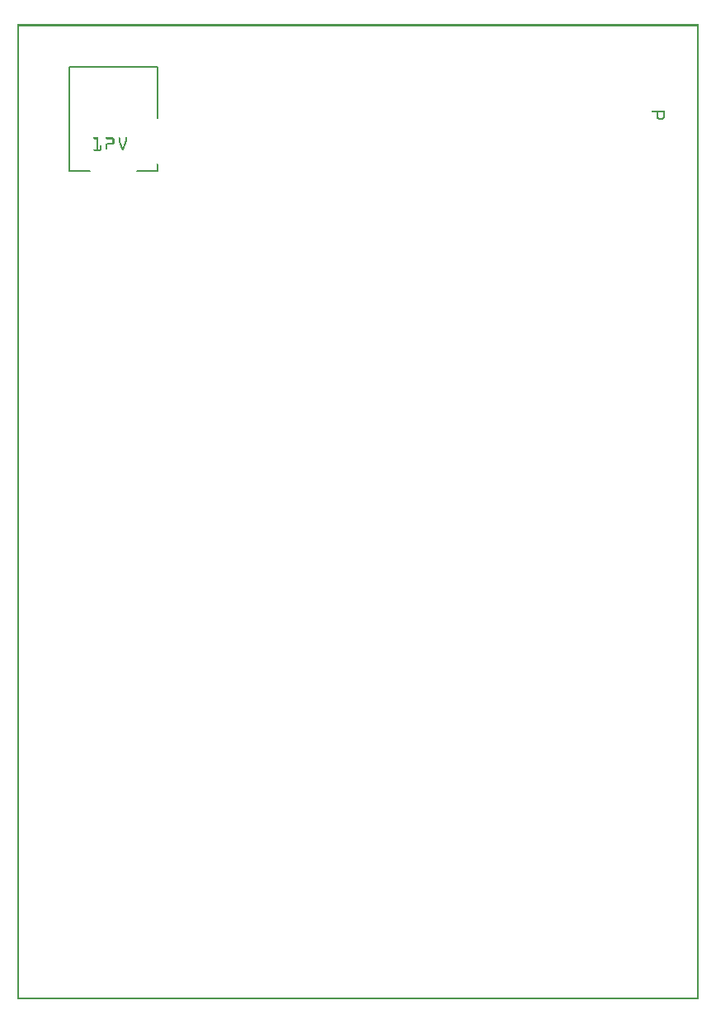
<source format=gbo>
G04 MADE WITH FRITZING*
G04 WWW.FRITZING.ORG*
G04 DOUBLE SIDED*
G04 HOLES PLATED*
G04 CONTOUR ON CENTER OF CONTOUR VECTOR*
%ASAXBY*%
%FSLAX23Y23*%
%MOIN*%
%OFA0B0*%
%SFA1.0B1.0*%
%ADD10C,0.008000*%
%ADD11R,0.001000X0.001000*%
%LNSILK0*%
G90*
G70*
G54D10*
X567Y3345D02*
X484Y3345D01*
D02*
X567Y3766D02*
X567Y3558D01*
D02*
X213Y3766D02*
X213Y3345D01*
D02*
X213Y3345D02*
X295Y3345D01*
D02*
X213Y3766D02*
X567Y3766D01*
G54D11*
X1Y3937D02*
X2755Y3937D01*
X1Y3936D02*
X2755Y3936D01*
X1Y3935D02*
X2755Y3935D01*
X1Y3934D02*
X2755Y3934D01*
X1Y3933D02*
X2755Y3933D01*
X1Y3932D02*
X2755Y3932D01*
X1Y3931D02*
X2755Y3931D01*
X1Y3930D02*
X2755Y3930D01*
X1Y3929D02*
X8Y3929D01*
X2748Y3929D02*
X2755Y3929D01*
X1Y3928D02*
X8Y3928D01*
X2748Y3928D02*
X2755Y3928D01*
X1Y3927D02*
X8Y3927D01*
X2748Y3927D02*
X2755Y3927D01*
X1Y3926D02*
X8Y3926D01*
X2748Y3926D02*
X2755Y3926D01*
X1Y3925D02*
X8Y3925D01*
X2748Y3925D02*
X2755Y3925D01*
X1Y3924D02*
X8Y3924D01*
X2748Y3924D02*
X2755Y3924D01*
X1Y3923D02*
X8Y3923D01*
X2748Y3923D02*
X2755Y3923D01*
X1Y3922D02*
X8Y3922D01*
X2748Y3922D02*
X2755Y3922D01*
X1Y3921D02*
X8Y3921D01*
X2748Y3921D02*
X2755Y3921D01*
X1Y3920D02*
X8Y3920D01*
X2748Y3920D02*
X2755Y3920D01*
X1Y3919D02*
X8Y3919D01*
X2748Y3919D02*
X2755Y3919D01*
X1Y3918D02*
X8Y3918D01*
X2748Y3918D02*
X2755Y3918D01*
X1Y3917D02*
X8Y3917D01*
X2748Y3917D02*
X2755Y3917D01*
X1Y3916D02*
X8Y3916D01*
X2748Y3916D02*
X2755Y3916D01*
X1Y3915D02*
X8Y3915D01*
X2748Y3915D02*
X2755Y3915D01*
X1Y3914D02*
X8Y3914D01*
X2748Y3914D02*
X2755Y3914D01*
X1Y3913D02*
X8Y3913D01*
X2748Y3913D02*
X2755Y3913D01*
X1Y3912D02*
X8Y3912D01*
X2748Y3912D02*
X2755Y3912D01*
X1Y3911D02*
X8Y3911D01*
X2748Y3911D02*
X2755Y3911D01*
X1Y3910D02*
X8Y3910D01*
X2748Y3910D02*
X2755Y3910D01*
X1Y3909D02*
X8Y3909D01*
X2748Y3909D02*
X2755Y3909D01*
X1Y3908D02*
X8Y3908D01*
X2748Y3908D02*
X2755Y3908D01*
X1Y3907D02*
X8Y3907D01*
X2748Y3907D02*
X2755Y3907D01*
X1Y3906D02*
X8Y3906D01*
X2748Y3906D02*
X2755Y3906D01*
X1Y3905D02*
X8Y3905D01*
X2748Y3905D02*
X2755Y3905D01*
X1Y3904D02*
X8Y3904D01*
X2748Y3904D02*
X2755Y3904D01*
X1Y3903D02*
X8Y3903D01*
X2748Y3903D02*
X2755Y3903D01*
X1Y3902D02*
X8Y3902D01*
X2748Y3902D02*
X2755Y3902D01*
X1Y3901D02*
X8Y3901D01*
X2748Y3901D02*
X2755Y3901D01*
X1Y3900D02*
X8Y3900D01*
X2748Y3900D02*
X2755Y3900D01*
X1Y3899D02*
X8Y3899D01*
X2748Y3899D02*
X2755Y3899D01*
X1Y3898D02*
X8Y3898D01*
X2748Y3898D02*
X2755Y3898D01*
X1Y3897D02*
X8Y3897D01*
X2748Y3897D02*
X2755Y3897D01*
X1Y3896D02*
X8Y3896D01*
X2748Y3896D02*
X2755Y3896D01*
X1Y3895D02*
X8Y3895D01*
X2748Y3895D02*
X2755Y3895D01*
X1Y3894D02*
X8Y3894D01*
X2748Y3894D02*
X2755Y3894D01*
X1Y3893D02*
X8Y3893D01*
X2748Y3893D02*
X2755Y3893D01*
X1Y3892D02*
X8Y3892D01*
X2748Y3892D02*
X2755Y3892D01*
X1Y3891D02*
X8Y3891D01*
X2748Y3891D02*
X2755Y3891D01*
X1Y3890D02*
X8Y3890D01*
X2748Y3890D02*
X2755Y3890D01*
X1Y3889D02*
X8Y3889D01*
X2748Y3889D02*
X2755Y3889D01*
X1Y3888D02*
X8Y3888D01*
X2748Y3888D02*
X2755Y3888D01*
X1Y3887D02*
X8Y3887D01*
X2748Y3887D02*
X2755Y3887D01*
X1Y3886D02*
X8Y3886D01*
X2748Y3886D02*
X2755Y3886D01*
X1Y3885D02*
X8Y3885D01*
X2748Y3885D02*
X2755Y3885D01*
X1Y3884D02*
X8Y3884D01*
X2748Y3884D02*
X2755Y3884D01*
X1Y3883D02*
X8Y3883D01*
X2748Y3883D02*
X2755Y3883D01*
X1Y3882D02*
X8Y3882D01*
X2748Y3882D02*
X2755Y3882D01*
X1Y3881D02*
X8Y3881D01*
X2748Y3881D02*
X2755Y3881D01*
X1Y3880D02*
X8Y3880D01*
X2748Y3880D02*
X2755Y3880D01*
X1Y3879D02*
X8Y3879D01*
X2748Y3879D02*
X2755Y3879D01*
X1Y3878D02*
X8Y3878D01*
X2748Y3878D02*
X2755Y3878D01*
X1Y3877D02*
X8Y3877D01*
X2748Y3877D02*
X2755Y3877D01*
X1Y3876D02*
X8Y3876D01*
X2748Y3876D02*
X2755Y3876D01*
X1Y3875D02*
X8Y3875D01*
X2748Y3875D02*
X2755Y3875D01*
X1Y3874D02*
X8Y3874D01*
X2748Y3874D02*
X2755Y3874D01*
X1Y3873D02*
X8Y3873D01*
X2748Y3873D02*
X2755Y3873D01*
X1Y3872D02*
X8Y3872D01*
X2748Y3872D02*
X2755Y3872D01*
X1Y3871D02*
X8Y3871D01*
X2748Y3871D02*
X2755Y3871D01*
X1Y3870D02*
X8Y3870D01*
X2748Y3870D02*
X2755Y3870D01*
X1Y3869D02*
X8Y3869D01*
X2748Y3869D02*
X2755Y3869D01*
X1Y3868D02*
X8Y3868D01*
X2748Y3868D02*
X2755Y3868D01*
X1Y3867D02*
X8Y3867D01*
X2748Y3867D02*
X2755Y3867D01*
X1Y3866D02*
X8Y3866D01*
X2748Y3866D02*
X2755Y3866D01*
X1Y3865D02*
X8Y3865D01*
X2748Y3865D02*
X2755Y3865D01*
X1Y3864D02*
X8Y3864D01*
X2748Y3864D02*
X2755Y3864D01*
X1Y3863D02*
X8Y3863D01*
X2748Y3863D02*
X2755Y3863D01*
X1Y3862D02*
X8Y3862D01*
X2748Y3862D02*
X2755Y3862D01*
X1Y3861D02*
X8Y3861D01*
X2748Y3861D02*
X2755Y3861D01*
X1Y3860D02*
X8Y3860D01*
X2748Y3860D02*
X2755Y3860D01*
X1Y3859D02*
X8Y3859D01*
X2748Y3859D02*
X2755Y3859D01*
X1Y3858D02*
X8Y3858D01*
X2748Y3858D02*
X2755Y3858D01*
X1Y3857D02*
X8Y3857D01*
X2748Y3857D02*
X2755Y3857D01*
X1Y3856D02*
X8Y3856D01*
X2748Y3856D02*
X2755Y3856D01*
X1Y3855D02*
X8Y3855D01*
X2748Y3855D02*
X2755Y3855D01*
X1Y3854D02*
X8Y3854D01*
X2748Y3854D02*
X2755Y3854D01*
X1Y3853D02*
X8Y3853D01*
X2748Y3853D02*
X2755Y3853D01*
X1Y3852D02*
X8Y3852D01*
X2748Y3852D02*
X2755Y3852D01*
X1Y3851D02*
X8Y3851D01*
X2748Y3851D02*
X2755Y3851D01*
X1Y3850D02*
X8Y3850D01*
X2748Y3850D02*
X2755Y3850D01*
X1Y3849D02*
X8Y3849D01*
X2748Y3849D02*
X2755Y3849D01*
X1Y3848D02*
X8Y3848D01*
X2748Y3848D02*
X2755Y3848D01*
X1Y3847D02*
X8Y3847D01*
X2748Y3847D02*
X2755Y3847D01*
X1Y3846D02*
X8Y3846D01*
X2748Y3846D02*
X2755Y3846D01*
X1Y3845D02*
X8Y3845D01*
X2748Y3845D02*
X2755Y3845D01*
X1Y3844D02*
X8Y3844D01*
X2748Y3844D02*
X2755Y3844D01*
X1Y3843D02*
X8Y3843D01*
X2748Y3843D02*
X2755Y3843D01*
X1Y3842D02*
X8Y3842D01*
X2748Y3842D02*
X2755Y3842D01*
X1Y3841D02*
X8Y3841D01*
X2748Y3841D02*
X2755Y3841D01*
X1Y3840D02*
X8Y3840D01*
X2748Y3840D02*
X2755Y3840D01*
X1Y3839D02*
X8Y3839D01*
X2748Y3839D02*
X2755Y3839D01*
X1Y3838D02*
X8Y3838D01*
X2748Y3838D02*
X2755Y3838D01*
X1Y3837D02*
X8Y3837D01*
X2748Y3837D02*
X2755Y3837D01*
X1Y3836D02*
X8Y3836D01*
X2748Y3836D02*
X2755Y3836D01*
X1Y3835D02*
X8Y3835D01*
X2748Y3835D02*
X2755Y3835D01*
X1Y3834D02*
X8Y3834D01*
X2748Y3834D02*
X2755Y3834D01*
X1Y3833D02*
X8Y3833D01*
X2748Y3833D02*
X2755Y3833D01*
X1Y3832D02*
X8Y3832D01*
X2748Y3832D02*
X2755Y3832D01*
X1Y3831D02*
X8Y3831D01*
X2748Y3831D02*
X2755Y3831D01*
X1Y3830D02*
X8Y3830D01*
X2748Y3830D02*
X2755Y3830D01*
X1Y3829D02*
X8Y3829D01*
X2748Y3829D02*
X2755Y3829D01*
X1Y3828D02*
X8Y3828D01*
X2748Y3828D02*
X2755Y3828D01*
X1Y3827D02*
X8Y3827D01*
X2748Y3827D02*
X2755Y3827D01*
X1Y3826D02*
X8Y3826D01*
X2748Y3826D02*
X2755Y3826D01*
X1Y3825D02*
X8Y3825D01*
X2748Y3825D02*
X2755Y3825D01*
X1Y3824D02*
X8Y3824D01*
X2748Y3824D02*
X2755Y3824D01*
X1Y3823D02*
X8Y3823D01*
X2748Y3823D02*
X2755Y3823D01*
X1Y3822D02*
X8Y3822D01*
X2748Y3822D02*
X2755Y3822D01*
X1Y3821D02*
X8Y3821D01*
X2748Y3821D02*
X2755Y3821D01*
X1Y3820D02*
X8Y3820D01*
X2748Y3820D02*
X2755Y3820D01*
X1Y3819D02*
X8Y3819D01*
X2748Y3819D02*
X2755Y3819D01*
X1Y3818D02*
X8Y3818D01*
X2748Y3818D02*
X2755Y3818D01*
X1Y3817D02*
X8Y3817D01*
X2748Y3817D02*
X2755Y3817D01*
X1Y3816D02*
X8Y3816D01*
X2748Y3816D02*
X2755Y3816D01*
X1Y3815D02*
X8Y3815D01*
X2748Y3815D02*
X2755Y3815D01*
X1Y3814D02*
X8Y3814D01*
X2748Y3814D02*
X2755Y3814D01*
X1Y3813D02*
X8Y3813D01*
X2748Y3813D02*
X2755Y3813D01*
X1Y3812D02*
X8Y3812D01*
X2748Y3812D02*
X2755Y3812D01*
X1Y3811D02*
X8Y3811D01*
X2748Y3811D02*
X2755Y3811D01*
X1Y3810D02*
X8Y3810D01*
X2748Y3810D02*
X2755Y3810D01*
X1Y3809D02*
X8Y3809D01*
X2748Y3809D02*
X2755Y3809D01*
X1Y3808D02*
X8Y3808D01*
X2748Y3808D02*
X2755Y3808D01*
X1Y3807D02*
X8Y3807D01*
X2748Y3807D02*
X2755Y3807D01*
X1Y3806D02*
X8Y3806D01*
X2748Y3806D02*
X2755Y3806D01*
X1Y3805D02*
X8Y3805D01*
X2748Y3805D02*
X2755Y3805D01*
X1Y3804D02*
X8Y3804D01*
X2748Y3804D02*
X2755Y3804D01*
X1Y3803D02*
X8Y3803D01*
X2748Y3803D02*
X2755Y3803D01*
X1Y3802D02*
X8Y3802D01*
X2748Y3802D02*
X2755Y3802D01*
X1Y3801D02*
X8Y3801D01*
X2748Y3801D02*
X2755Y3801D01*
X1Y3800D02*
X8Y3800D01*
X2748Y3800D02*
X2755Y3800D01*
X1Y3799D02*
X8Y3799D01*
X2748Y3799D02*
X2755Y3799D01*
X1Y3798D02*
X8Y3798D01*
X2748Y3798D02*
X2755Y3798D01*
X1Y3797D02*
X8Y3797D01*
X2748Y3797D02*
X2755Y3797D01*
X1Y3796D02*
X8Y3796D01*
X2748Y3796D02*
X2755Y3796D01*
X1Y3795D02*
X8Y3795D01*
X2748Y3795D02*
X2755Y3795D01*
X1Y3794D02*
X8Y3794D01*
X2748Y3794D02*
X2755Y3794D01*
X1Y3793D02*
X8Y3793D01*
X2748Y3793D02*
X2755Y3793D01*
X1Y3792D02*
X8Y3792D01*
X2748Y3792D02*
X2755Y3792D01*
X1Y3791D02*
X8Y3791D01*
X2748Y3791D02*
X2755Y3791D01*
X1Y3790D02*
X8Y3790D01*
X2748Y3790D02*
X2755Y3790D01*
X1Y3789D02*
X8Y3789D01*
X2748Y3789D02*
X2755Y3789D01*
X1Y3788D02*
X8Y3788D01*
X2748Y3788D02*
X2755Y3788D01*
X1Y3787D02*
X8Y3787D01*
X2748Y3787D02*
X2755Y3787D01*
X1Y3786D02*
X8Y3786D01*
X2748Y3786D02*
X2755Y3786D01*
X1Y3785D02*
X8Y3785D01*
X2748Y3785D02*
X2755Y3785D01*
X1Y3784D02*
X8Y3784D01*
X2748Y3784D02*
X2755Y3784D01*
X1Y3783D02*
X8Y3783D01*
X2748Y3783D02*
X2755Y3783D01*
X1Y3782D02*
X8Y3782D01*
X2748Y3782D02*
X2755Y3782D01*
X1Y3781D02*
X8Y3781D01*
X2748Y3781D02*
X2755Y3781D01*
X1Y3780D02*
X8Y3780D01*
X2748Y3780D02*
X2755Y3780D01*
X1Y3779D02*
X8Y3779D01*
X2748Y3779D02*
X2755Y3779D01*
X1Y3778D02*
X8Y3778D01*
X2748Y3778D02*
X2755Y3778D01*
X1Y3777D02*
X8Y3777D01*
X2748Y3777D02*
X2755Y3777D01*
X1Y3776D02*
X8Y3776D01*
X2748Y3776D02*
X2755Y3776D01*
X1Y3775D02*
X8Y3775D01*
X2748Y3775D02*
X2755Y3775D01*
X1Y3774D02*
X8Y3774D01*
X2748Y3774D02*
X2755Y3774D01*
X1Y3773D02*
X8Y3773D01*
X2748Y3773D02*
X2755Y3773D01*
X1Y3772D02*
X8Y3772D01*
X2748Y3772D02*
X2755Y3772D01*
X1Y3771D02*
X8Y3771D01*
X2748Y3771D02*
X2755Y3771D01*
X1Y3770D02*
X8Y3770D01*
X2748Y3770D02*
X2755Y3770D01*
X1Y3769D02*
X8Y3769D01*
X2748Y3769D02*
X2755Y3769D01*
X1Y3768D02*
X8Y3768D01*
X2748Y3768D02*
X2755Y3768D01*
X1Y3767D02*
X8Y3767D01*
X2748Y3767D02*
X2755Y3767D01*
X1Y3766D02*
X8Y3766D01*
X2748Y3766D02*
X2755Y3766D01*
X1Y3765D02*
X8Y3765D01*
X2748Y3765D02*
X2755Y3765D01*
X1Y3764D02*
X8Y3764D01*
X2748Y3764D02*
X2755Y3764D01*
X1Y3763D02*
X8Y3763D01*
X2748Y3763D02*
X2755Y3763D01*
X1Y3762D02*
X8Y3762D01*
X2748Y3762D02*
X2755Y3762D01*
X1Y3761D02*
X8Y3761D01*
X2748Y3761D02*
X2755Y3761D01*
X1Y3760D02*
X8Y3760D01*
X2748Y3760D02*
X2755Y3760D01*
X1Y3759D02*
X8Y3759D01*
X2748Y3759D02*
X2755Y3759D01*
X1Y3758D02*
X8Y3758D01*
X2748Y3758D02*
X2755Y3758D01*
X1Y3757D02*
X8Y3757D01*
X2748Y3757D02*
X2755Y3757D01*
X1Y3756D02*
X8Y3756D01*
X2748Y3756D02*
X2755Y3756D01*
X1Y3755D02*
X8Y3755D01*
X2748Y3755D02*
X2755Y3755D01*
X1Y3754D02*
X8Y3754D01*
X2748Y3754D02*
X2755Y3754D01*
X1Y3753D02*
X8Y3753D01*
X2748Y3753D02*
X2755Y3753D01*
X1Y3752D02*
X8Y3752D01*
X2748Y3752D02*
X2755Y3752D01*
X1Y3751D02*
X8Y3751D01*
X2748Y3751D02*
X2755Y3751D01*
X1Y3750D02*
X8Y3750D01*
X2748Y3750D02*
X2755Y3750D01*
X1Y3749D02*
X8Y3749D01*
X2748Y3749D02*
X2755Y3749D01*
X1Y3748D02*
X8Y3748D01*
X2748Y3748D02*
X2755Y3748D01*
X1Y3747D02*
X8Y3747D01*
X2748Y3747D02*
X2755Y3747D01*
X1Y3746D02*
X8Y3746D01*
X2748Y3746D02*
X2755Y3746D01*
X1Y3745D02*
X8Y3745D01*
X2748Y3745D02*
X2755Y3745D01*
X1Y3744D02*
X8Y3744D01*
X2748Y3744D02*
X2755Y3744D01*
X1Y3743D02*
X8Y3743D01*
X2748Y3743D02*
X2755Y3743D01*
X1Y3742D02*
X8Y3742D01*
X2748Y3742D02*
X2755Y3742D01*
X1Y3741D02*
X8Y3741D01*
X2748Y3741D02*
X2755Y3741D01*
X1Y3740D02*
X8Y3740D01*
X2748Y3740D02*
X2755Y3740D01*
X1Y3739D02*
X8Y3739D01*
X2748Y3739D02*
X2755Y3739D01*
X1Y3738D02*
X8Y3738D01*
X2748Y3738D02*
X2755Y3738D01*
X1Y3737D02*
X8Y3737D01*
X2748Y3737D02*
X2755Y3737D01*
X1Y3736D02*
X8Y3736D01*
X2748Y3736D02*
X2755Y3736D01*
X1Y3735D02*
X8Y3735D01*
X2748Y3735D02*
X2755Y3735D01*
X1Y3734D02*
X8Y3734D01*
X2748Y3734D02*
X2755Y3734D01*
X1Y3733D02*
X8Y3733D01*
X2748Y3733D02*
X2755Y3733D01*
X1Y3732D02*
X8Y3732D01*
X2748Y3732D02*
X2755Y3732D01*
X1Y3731D02*
X8Y3731D01*
X2748Y3731D02*
X2755Y3731D01*
X1Y3730D02*
X8Y3730D01*
X2748Y3730D02*
X2755Y3730D01*
X1Y3729D02*
X8Y3729D01*
X2748Y3729D02*
X2755Y3729D01*
X1Y3728D02*
X8Y3728D01*
X2748Y3728D02*
X2755Y3728D01*
X1Y3727D02*
X8Y3727D01*
X2748Y3727D02*
X2755Y3727D01*
X1Y3726D02*
X8Y3726D01*
X2748Y3726D02*
X2755Y3726D01*
X1Y3725D02*
X8Y3725D01*
X2748Y3725D02*
X2755Y3725D01*
X1Y3724D02*
X8Y3724D01*
X2748Y3724D02*
X2755Y3724D01*
X1Y3723D02*
X8Y3723D01*
X2748Y3723D02*
X2755Y3723D01*
X1Y3722D02*
X8Y3722D01*
X2748Y3722D02*
X2755Y3722D01*
X1Y3721D02*
X8Y3721D01*
X2748Y3721D02*
X2755Y3721D01*
X1Y3720D02*
X8Y3720D01*
X2748Y3720D02*
X2755Y3720D01*
X1Y3719D02*
X8Y3719D01*
X2748Y3719D02*
X2755Y3719D01*
X1Y3718D02*
X8Y3718D01*
X2748Y3718D02*
X2755Y3718D01*
X1Y3717D02*
X8Y3717D01*
X2748Y3717D02*
X2755Y3717D01*
X1Y3716D02*
X8Y3716D01*
X2748Y3716D02*
X2755Y3716D01*
X1Y3715D02*
X8Y3715D01*
X2748Y3715D02*
X2755Y3715D01*
X1Y3714D02*
X8Y3714D01*
X2748Y3714D02*
X2755Y3714D01*
X1Y3713D02*
X8Y3713D01*
X2748Y3713D02*
X2755Y3713D01*
X1Y3712D02*
X8Y3712D01*
X2748Y3712D02*
X2755Y3712D01*
X1Y3711D02*
X8Y3711D01*
X2748Y3711D02*
X2755Y3711D01*
X1Y3710D02*
X8Y3710D01*
X2748Y3710D02*
X2755Y3710D01*
X1Y3709D02*
X8Y3709D01*
X2748Y3709D02*
X2755Y3709D01*
X1Y3708D02*
X8Y3708D01*
X2748Y3708D02*
X2755Y3708D01*
X1Y3707D02*
X8Y3707D01*
X2748Y3707D02*
X2755Y3707D01*
X1Y3706D02*
X8Y3706D01*
X2748Y3706D02*
X2755Y3706D01*
X1Y3705D02*
X8Y3705D01*
X2748Y3705D02*
X2755Y3705D01*
X1Y3704D02*
X8Y3704D01*
X2748Y3704D02*
X2755Y3704D01*
X1Y3703D02*
X8Y3703D01*
X2748Y3703D02*
X2755Y3703D01*
X1Y3702D02*
X8Y3702D01*
X2748Y3702D02*
X2755Y3702D01*
X1Y3701D02*
X8Y3701D01*
X2748Y3701D02*
X2755Y3701D01*
X1Y3700D02*
X8Y3700D01*
X2748Y3700D02*
X2755Y3700D01*
X1Y3699D02*
X8Y3699D01*
X2748Y3699D02*
X2755Y3699D01*
X1Y3698D02*
X8Y3698D01*
X2748Y3698D02*
X2755Y3698D01*
X1Y3697D02*
X8Y3697D01*
X2748Y3697D02*
X2755Y3697D01*
X1Y3696D02*
X8Y3696D01*
X2748Y3696D02*
X2755Y3696D01*
X1Y3695D02*
X8Y3695D01*
X2748Y3695D02*
X2755Y3695D01*
X1Y3694D02*
X8Y3694D01*
X2748Y3694D02*
X2755Y3694D01*
X1Y3693D02*
X8Y3693D01*
X2748Y3693D02*
X2755Y3693D01*
X1Y3692D02*
X8Y3692D01*
X2748Y3692D02*
X2755Y3692D01*
X1Y3691D02*
X8Y3691D01*
X2748Y3691D02*
X2755Y3691D01*
X1Y3690D02*
X8Y3690D01*
X2748Y3690D02*
X2755Y3690D01*
X1Y3689D02*
X8Y3689D01*
X2748Y3689D02*
X2755Y3689D01*
X1Y3688D02*
X8Y3688D01*
X2748Y3688D02*
X2755Y3688D01*
X1Y3687D02*
X8Y3687D01*
X2748Y3687D02*
X2755Y3687D01*
X1Y3686D02*
X8Y3686D01*
X2748Y3686D02*
X2755Y3686D01*
X1Y3685D02*
X8Y3685D01*
X2748Y3685D02*
X2755Y3685D01*
X1Y3684D02*
X8Y3684D01*
X2748Y3684D02*
X2755Y3684D01*
X1Y3683D02*
X8Y3683D01*
X2748Y3683D02*
X2755Y3683D01*
X1Y3682D02*
X8Y3682D01*
X2748Y3682D02*
X2755Y3682D01*
X1Y3681D02*
X8Y3681D01*
X2748Y3681D02*
X2755Y3681D01*
X1Y3680D02*
X8Y3680D01*
X2748Y3680D02*
X2755Y3680D01*
X1Y3679D02*
X8Y3679D01*
X2748Y3679D02*
X2755Y3679D01*
X1Y3678D02*
X8Y3678D01*
X2748Y3678D02*
X2755Y3678D01*
X1Y3677D02*
X8Y3677D01*
X2748Y3677D02*
X2755Y3677D01*
X1Y3676D02*
X8Y3676D01*
X2748Y3676D02*
X2755Y3676D01*
X1Y3675D02*
X8Y3675D01*
X2748Y3675D02*
X2755Y3675D01*
X1Y3674D02*
X8Y3674D01*
X2748Y3674D02*
X2755Y3674D01*
X1Y3673D02*
X8Y3673D01*
X2748Y3673D02*
X2755Y3673D01*
X1Y3672D02*
X8Y3672D01*
X2748Y3672D02*
X2755Y3672D01*
X1Y3671D02*
X8Y3671D01*
X2748Y3671D02*
X2755Y3671D01*
X1Y3670D02*
X8Y3670D01*
X2748Y3670D02*
X2755Y3670D01*
X1Y3669D02*
X8Y3669D01*
X2748Y3669D02*
X2755Y3669D01*
X1Y3668D02*
X8Y3668D01*
X2748Y3668D02*
X2755Y3668D01*
X1Y3667D02*
X8Y3667D01*
X2748Y3667D02*
X2755Y3667D01*
X1Y3666D02*
X8Y3666D01*
X2748Y3666D02*
X2755Y3666D01*
X1Y3665D02*
X8Y3665D01*
X2748Y3665D02*
X2755Y3665D01*
X1Y3664D02*
X8Y3664D01*
X2748Y3664D02*
X2755Y3664D01*
X1Y3663D02*
X8Y3663D01*
X2748Y3663D02*
X2755Y3663D01*
X1Y3662D02*
X8Y3662D01*
X2748Y3662D02*
X2755Y3662D01*
X1Y3661D02*
X8Y3661D01*
X2748Y3661D02*
X2755Y3661D01*
X1Y3660D02*
X8Y3660D01*
X2748Y3660D02*
X2755Y3660D01*
X1Y3659D02*
X8Y3659D01*
X2748Y3659D02*
X2755Y3659D01*
X1Y3658D02*
X8Y3658D01*
X2748Y3658D02*
X2755Y3658D01*
X1Y3657D02*
X8Y3657D01*
X2748Y3657D02*
X2755Y3657D01*
X1Y3656D02*
X8Y3656D01*
X2748Y3656D02*
X2755Y3656D01*
X1Y3655D02*
X8Y3655D01*
X2748Y3655D02*
X2755Y3655D01*
X1Y3654D02*
X8Y3654D01*
X2748Y3654D02*
X2755Y3654D01*
X1Y3653D02*
X8Y3653D01*
X2748Y3653D02*
X2755Y3653D01*
X1Y3652D02*
X8Y3652D01*
X2748Y3652D02*
X2755Y3652D01*
X1Y3651D02*
X8Y3651D01*
X2748Y3651D02*
X2755Y3651D01*
X1Y3650D02*
X8Y3650D01*
X2748Y3650D02*
X2755Y3650D01*
X1Y3649D02*
X8Y3649D01*
X2748Y3649D02*
X2755Y3649D01*
X1Y3648D02*
X8Y3648D01*
X2748Y3648D02*
X2755Y3648D01*
X1Y3647D02*
X8Y3647D01*
X2748Y3647D02*
X2755Y3647D01*
X1Y3646D02*
X8Y3646D01*
X2748Y3646D02*
X2755Y3646D01*
X1Y3645D02*
X8Y3645D01*
X2748Y3645D02*
X2755Y3645D01*
X1Y3644D02*
X8Y3644D01*
X2748Y3644D02*
X2755Y3644D01*
X1Y3643D02*
X8Y3643D01*
X2748Y3643D02*
X2755Y3643D01*
X1Y3642D02*
X8Y3642D01*
X2748Y3642D02*
X2755Y3642D01*
X1Y3641D02*
X8Y3641D01*
X2748Y3641D02*
X2755Y3641D01*
X1Y3640D02*
X8Y3640D01*
X2748Y3640D02*
X2755Y3640D01*
X1Y3639D02*
X8Y3639D01*
X2748Y3639D02*
X2755Y3639D01*
X1Y3638D02*
X8Y3638D01*
X2748Y3638D02*
X2755Y3638D01*
X1Y3637D02*
X8Y3637D01*
X2748Y3637D02*
X2755Y3637D01*
X1Y3636D02*
X8Y3636D01*
X2748Y3636D02*
X2755Y3636D01*
X1Y3635D02*
X8Y3635D01*
X2748Y3635D02*
X2755Y3635D01*
X1Y3634D02*
X8Y3634D01*
X2748Y3634D02*
X2755Y3634D01*
X1Y3633D02*
X8Y3633D01*
X2748Y3633D02*
X2755Y3633D01*
X1Y3632D02*
X8Y3632D01*
X2748Y3632D02*
X2755Y3632D01*
X1Y3631D02*
X8Y3631D01*
X2748Y3631D02*
X2755Y3631D01*
X1Y3630D02*
X8Y3630D01*
X2748Y3630D02*
X2755Y3630D01*
X1Y3629D02*
X8Y3629D01*
X2748Y3629D02*
X2755Y3629D01*
X1Y3628D02*
X8Y3628D01*
X2748Y3628D02*
X2755Y3628D01*
X1Y3627D02*
X8Y3627D01*
X2748Y3627D02*
X2755Y3627D01*
X1Y3626D02*
X8Y3626D01*
X2748Y3626D02*
X2755Y3626D01*
X1Y3625D02*
X8Y3625D01*
X2748Y3625D02*
X2755Y3625D01*
X1Y3624D02*
X8Y3624D01*
X2748Y3624D02*
X2755Y3624D01*
X1Y3623D02*
X8Y3623D01*
X2748Y3623D02*
X2755Y3623D01*
X1Y3622D02*
X8Y3622D01*
X2748Y3622D02*
X2755Y3622D01*
X1Y3621D02*
X8Y3621D01*
X2748Y3621D02*
X2755Y3621D01*
X1Y3620D02*
X8Y3620D01*
X2748Y3620D02*
X2755Y3620D01*
X1Y3619D02*
X8Y3619D01*
X2748Y3619D02*
X2755Y3619D01*
X1Y3618D02*
X8Y3618D01*
X2748Y3618D02*
X2755Y3618D01*
X1Y3617D02*
X8Y3617D01*
X2748Y3617D02*
X2755Y3617D01*
X1Y3616D02*
X8Y3616D01*
X2748Y3616D02*
X2755Y3616D01*
X1Y3615D02*
X8Y3615D01*
X2748Y3615D02*
X2755Y3615D01*
X1Y3614D02*
X8Y3614D01*
X2748Y3614D02*
X2755Y3614D01*
X1Y3613D02*
X8Y3613D01*
X2748Y3613D02*
X2755Y3613D01*
X1Y3612D02*
X8Y3612D01*
X2748Y3612D02*
X2755Y3612D01*
X1Y3611D02*
X8Y3611D01*
X2748Y3611D02*
X2755Y3611D01*
X1Y3610D02*
X8Y3610D01*
X2748Y3610D02*
X2755Y3610D01*
X1Y3609D02*
X8Y3609D01*
X2748Y3609D02*
X2755Y3609D01*
X1Y3608D02*
X8Y3608D01*
X2748Y3608D02*
X2755Y3608D01*
X1Y3607D02*
X8Y3607D01*
X2748Y3607D02*
X2755Y3607D01*
X1Y3606D02*
X8Y3606D01*
X2748Y3606D02*
X2755Y3606D01*
X1Y3605D02*
X8Y3605D01*
X2748Y3605D02*
X2755Y3605D01*
X1Y3604D02*
X8Y3604D01*
X2748Y3604D02*
X2755Y3604D01*
X1Y3603D02*
X8Y3603D01*
X2748Y3603D02*
X2755Y3603D01*
X1Y3602D02*
X8Y3602D01*
X2748Y3602D02*
X2755Y3602D01*
X1Y3601D02*
X8Y3601D01*
X2748Y3601D02*
X2755Y3601D01*
X1Y3600D02*
X8Y3600D01*
X2748Y3600D02*
X2755Y3600D01*
X1Y3599D02*
X8Y3599D01*
X2748Y3599D02*
X2755Y3599D01*
X1Y3598D02*
X8Y3598D01*
X2748Y3598D02*
X2755Y3598D01*
X1Y3597D02*
X8Y3597D01*
X2748Y3597D02*
X2755Y3597D01*
X1Y3596D02*
X8Y3596D01*
X2748Y3596D02*
X2755Y3596D01*
X1Y3595D02*
X8Y3595D01*
X2748Y3595D02*
X2755Y3595D01*
X1Y3594D02*
X8Y3594D01*
X2748Y3594D02*
X2755Y3594D01*
X1Y3593D02*
X8Y3593D01*
X2748Y3593D02*
X2755Y3593D01*
X1Y3592D02*
X8Y3592D01*
X2748Y3592D02*
X2755Y3592D01*
X1Y3591D02*
X8Y3591D01*
X2748Y3591D02*
X2755Y3591D01*
X1Y3590D02*
X8Y3590D01*
X2748Y3590D02*
X2755Y3590D01*
X1Y3589D02*
X8Y3589D01*
X2748Y3589D02*
X2755Y3589D01*
X1Y3588D02*
X8Y3588D01*
X2748Y3588D02*
X2755Y3588D01*
X1Y3587D02*
X8Y3587D01*
X2566Y3587D02*
X2617Y3587D01*
X2748Y3587D02*
X2755Y3587D01*
X1Y3586D02*
X8Y3586D01*
X2565Y3586D02*
X2617Y3586D01*
X2748Y3586D02*
X2755Y3586D01*
X1Y3585D02*
X8Y3585D01*
X2565Y3585D02*
X2617Y3585D01*
X2748Y3585D02*
X2755Y3585D01*
X1Y3584D02*
X8Y3584D01*
X2564Y3584D02*
X2617Y3584D01*
X2748Y3584D02*
X2755Y3584D01*
X1Y3583D02*
X8Y3583D01*
X2565Y3583D02*
X2617Y3583D01*
X2748Y3583D02*
X2755Y3583D01*
X1Y3582D02*
X8Y3582D01*
X2565Y3582D02*
X2617Y3582D01*
X2748Y3582D02*
X2755Y3582D01*
X1Y3581D02*
X8Y3581D01*
X2566Y3581D02*
X2617Y3581D01*
X2748Y3581D02*
X2755Y3581D01*
X1Y3580D02*
X8Y3580D01*
X2585Y3580D02*
X2591Y3580D01*
X2611Y3580D02*
X2617Y3580D01*
X2748Y3580D02*
X2755Y3580D01*
X1Y3579D02*
X8Y3579D01*
X2585Y3579D02*
X2591Y3579D01*
X2611Y3579D02*
X2617Y3579D01*
X2748Y3579D02*
X2755Y3579D01*
X1Y3578D02*
X8Y3578D01*
X2585Y3578D02*
X2591Y3578D01*
X2611Y3578D02*
X2617Y3578D01*
X2748Y3578D02*
X2755Y3578D01*
X1Y3577D02*
X8Y3577D01*
X2585Y3577D02*
X2591Y3577D01*
X2611Y3577D02*
X2617Y3577D01*
X2748Y3577D02*
X2755Y3577D01*
X1Y3576D02*
X8Y3576D01*
X2585Y3576D02*
X2591Y3576D01*
X2611Y3576D02*
X2617Y3576D01*
X2748Y3576D02*
X2755Y3576D01*
X1Y3575D02*
X8Y3575D01*
X2585Y3575D02*
X2591Y3575D01*
X2611Y3575D02*
X2617Y3575D01*
X2748Y3575D02*
X2755Y3575D01*
X1Y3574D02*
X8Y3574D01*
X2585Y3574D02*
X2591Y3574D01*
X2611Y3574D02*
X2617Y3574D01*
X2748Y3574D02*
X2755Y3574D01*
X1Y3573D02*
X8Y3573D01*
X2585Y3573D02*
X2591Y3573D01*
X2611Y3573D02*
X2617Y3573D01*
X2748Y3573D02*
X2755Y3573D01*
X1Y3572D02*
X8Y3572D01*
X2585Y3572D02*
X2591Y3572D01*
X2611Y3572D02*
X2617Y3572D01*
X2748Y3572D02*
X2755Y3572D01*
X1Y3571D02*
X8Y3571D01*
X2585Y3571D02*
X2591Y3571D01*
X2611Y3571D02*
X2617Y3571D01*
X2748Y3571D02*
X2755Y3571D01*
X1Y3570D02*
X8Y3570D01*
X2585Y3570D02*
X2591Y3570D01*
X2611Y3570D02*
X2617Y3570D01*
X2748Y3570D02*
X2755Y3570D01*
X1Y3569D02*
X8Y3569D01*
X2585Y3569D02*
X2591Y3569D01*
X2611Y3569D02*
X2617Y3569D01*
X2748Y3569D02*
X2755Y3569D01*
X1Y3568D02*
X8Y3568D01*
X2585Y3568D02*
X2591Y3568D01*
X2611Y3568D02*
X2617Y3568D01*
X2748Y3568D02*
X2755Y3568D01*
X1Y3567D02*
X8Y3567D01*
X2585Y3567D02*
X2591Y3567D01*
X2611Y3567D02*
X2617Y3567D01*
X2748Y3567D02*
X2755Y3567D01*
X1Y3566D02*
X8Y3566D01*
X2585Y3566D02*
X2591Y3566D01*
X2611Y3566D02*
X2617Y3566D01*
X2748Y3566D02*
X2755Y3566D01*
X1Y3565D02*
X8Y3565D01*
X2585Y3565D02*
X2591Y3565D01*
X2611Y3565D02*
X2617Y3565D01*
X2748Y3565D02*
X2755Y3565D01*
X1Y3564D02*
X8Y3564D01*
X2585Y3564D02*
X2591Y3564D01*
X2611Y3564D02*
X2617Y3564D01*
X2748Y3564D02*
X2755Y3564D01*
X1Y3563D02*
X8Y3563D01*
X2585Y3563D02*
X2591Y3563D01*
X2611Y3563D02*
X2617Y3563D01*
X2748Y3563D02*
X2755Y3563D01*
X1Y3562D02*
X8Y3562D01*
X2585Y3562D02*
X2591Y3562D01*
X2611Y3562D02*
X2617Y3562D01*
X2748Y3562D02*
X2755Y3562D01*
X1Y3561D02*
X8Y3561D01*
X2585Y3561D02*
X2592Y3561D01*
X2610Y3561D02*
X2617Y3561D01*
X2748Y3561D02*
X2755Y3561D01*
X1Y3560D02*
X8Y3560D01*
X2586Y3560D02*
X2594Y3560D01*
X2609Y3560D02*
X2617Y3560D01*
X2748Y3560D02*
X2755Y3560D01*
X1Y3559D02*
X8Y3559D01*
X2586Y3559D02*
X2617Y3559D01*
X2748Y3559D02*
X2755Y3559D01*
X1Y3558D02*
X8Y3558D01*
X2586Y3558D02*
X2616Y3558D01*
X2748Y3558D02*
X2755Y3558D01*
X1Y3557D02*
X8Y3557D01*
X2587Y3557D02*
X2615Y3557D01*
X2748Y3557D02*
X2755Y3557D01*
X1Y3556D02*
X8Y3556D01*
X2588Y3556D02*
X2614Y3556D01*
X2748Y3556D02*
X2755Y3556D01*
X1Y3555D02*
X8Y3555D01*
X2589Y3555D02*
X2613Y3555D01*
X2748Y3555D02*
X2755Y3555D01*
X1Y3554D02*
X8Y3554D01*
X2591Y3554D02*
X2612Y3554D01*
X2748Y3554D02*
X2755Y3554D01*
X1Y3553D02*
X8Y3553D01*
X2594Y3553D02*
X2609Y3553D01*
X2748Y3553D02*
X2755Y3553D01*
X1Y3552D02*
X8Y3552D01*
X2748Y3552D02*
X2755Y3552D01*
X1Y3551D02*
X8Y3551D01*
X2748Y3551D02*
X2755Y3551D01*
X1Y3550D02*
X8Y3550D01*
X2748Y3550D02*
X2755Y3550D01*
X1Y3549D02*
X8Y3549D01*
X2748Y3549D02*
X2755Y3549D01*
X1Y3548D02*
X8Y3548D01*
X2748Y3548D02*
X2755Y3548D01*
X1Y3547D02*
X8Y3547D01*
X2748Y3547D02*
X2755Y3547D01*
X1Y3546D02*
X8Y3546D01*
X2748Y3546D02*
X2755Y3546D01*
X1Y3545D02*
X8Y3545D01*
X2748Y3545D02*
X2755Y3545D01*
X1Y3544D02*
X8Y3544D01*
X2748Y3544D02*
X2755Y3544D01*
X1Y3543D02*
X8Y3543D01*
X2748Y3543D02*
X2755Y3543D01*
X1Y3542D02*
X8Y3542D01*
X2748Y3542D02*
X2755Y3542D01*
X1Y3541D02*
X8Y3541D01*
X2748Y3541D02*
X2755Y3541D01*
X1Y3540D02*
X8Y3540D01*
X2748Y3540D02*
X2755Y3540D01*
X1Y3539D02*
X8Y3539D01*
X2748Y3539D02*
X2755Y3539D01*
X1Y3538D02*
X8Y3538D01*
X2748Y3538D02*
X2755Y3538D01*
X1Y3537D02*
X8Y3537D01*
X2748Y3537D02*
X2755Y3537D01*
X1Y3536D02*
X8Y3536D01*
X2748Y3536D02*
X2755Y3536D01*
X1Y3535D02*
X8Y3535D01*
X2748Y3535D02*
X2755Y3535D01*
X1Y3534D02*
X8Y3534D01*
X2748Y3534D02*
X2755Y3534D01*
X1Y3533D02*
X8Y3533D01*
X2748Y3533D02*
X2755Y3533D01*
X1Y3532D02*
X8Y3532D01*
X2748Y3532D02*
X2755Y3532D01*
X1Y3531D02*
X8Y3531D01*
X2748Y3531D02*
X2755Y3531D01*
X1Y3530D02*
X8Y3530D01*
X2748Y3530D02*
X2755Y3530D01*
X1Y3529D02*
X8Y3529D01*
X2748Y3529D02*
X2755Y3529D01*
X1Y3528D02*
X8Y3528D01*
X2748Y3528D02*
X2755Y3528D01*
X1Y3527D02*
X8Y3527D01*
X2748Y3527D02*
X2755Y3527D01*
X1Y3526D02*
X8Y3526D01*
X2748Y3526D02*
X2755Y3526D01*
X1Y3525D02*
X8Y3525D01*
X2748Y3525D02*
X2755Y3525D01*
X1Y3524D02*
X8Y3524D01*
X2748Y3524D02*
X2755Y3524D01*
X1Y3523D02*
X8Y3523D01*
X2748Y3523D02*
X2755Y3523D01*
X1Y3522D02*
X8Y3522D01*
X2748Y3522D02*
X2755Y3522D01*
X1Y3521D02*
X8Y3521D01*
X2748Y3521D02*
X2755Y3521D01*
X1Y3520D02*
X8Y3520D01*
X2748Y3520D02*
X2755Y3520D01*
X1Y3519D02*
X8Y3519D01*
X2748Y3519D02*
X2755Y3519D01*
X1Y3518D02*
X8Y3518D01*
X2748Y3518D02*
X2755Y3518D01*
X1Y3517D02*
X8Y3517D01*
X2748Y3517D02*
X2755Y3517D01*
X1Y3516D02*
X8Y3516D01*
X2748Y3516D02*
X2755Y3516D01*
X1Y3515D02*
X8Y3515D01*
X2748Y3515D02*
X2755Y3515D01*
X1Y3514D02*
X8Y3514D01*
X2748Y3514D02*
X2755Y3514D01*
X1Y3513D02*
X8Y3513D01*
X2748Y3513D02*
X2755Y3513D01*
X1Y3512D02*
X8Y3512D01*
X2748Y3512D02*
X2755Y3512D01*
X1Y3511D02*
X8Y3511D01*
X2748Y3511D02*
X2755Y3511D01*
X1Y3510D02*
X8Y3510D01*
X2748Y3510D02*
X2755Y3510D01*
X1Y3509D02*
X8Y3509D01*
X2748Y3509D02*
X2755Y3509D01*
X1Y3508D02*
X8Y3508D01*
X2748Y3508D02*
X2755Y3508D01*
X1Y3507D02*
X8Y3507D01*
X2748Y3507D02*
X2755Y3507D01*
X1Y3506D02*
X8Y3506D01*
X2748Y3506D02*
X2755Y3506D01*
X1Y3505D02*
X8Y3505D01*
X2748Y3505D02*
X2755Y3505D01*
X1Y3504D02*
X8Y3504D01*
X2748Y3504D02*
X2755Y3504D01*
X1Y3503D02*
X8Y3503D01*
X2748Y3503D02*
X2755Y3503D01*
X1Y3502D02*
X8Y3502D01*
X2748Y3502D02*
X2755Y3502D01*
X1Y3501D02*
X8Y3501D01*
X2748Y3501D02*
X2755Y3501D01*
X1Y3500D02*
X8Y3500D01*
X2748Y3500D02*
X2755Y3500D01*
X1Y3499D02*
X8Y3499D01*
X2748Y3499D02*
X2755Y3499D01*
X1Y3498D02*
X8Y3498D01*
X2748Y3498D02*
X2755Y3498D01*
X1Y3497D02*
X8Y3497D01*
X2748Y3497D02*
X2755Y3497D01*
X1Y3496D02*
X8Y3496D01*
X2748Y3496D02*
X2755Y3496D01*
X1Y3495D02*
X8Y3495D01*
X2748Y3495D02*
X2755Y3495D01*
X1Y3494D02*
X8Y3494D01*
X2748Y3494D02*
X2755Y3494D01*
X1Y3493D02*
X8Y3493D01*
X2748Y3493D02*
X2755Y3493D01*
X1Y3492D02*
X8Y3492D01*
X2748Y3492D02*
X2755Y3492D01*
X1Y3491D02*
X8Y3491D01*
X2748Y3491D02*
X2755Y3491D01*
X1Y3490D02*
X8Y3490D01*
X2748Y3490D02*
X2755Y3490D01*
X1Y3489D02*
X8Y3489D01*
X2748Y3489D02*
X2755Y3489D01*
X1Y3488D02*
X8Y3488D01*
X2748Y3488D02*
X2755Y3488D01*
X1Y3487D02*
X8Y3487D01*
X2748Y3487D02*
X2755Y3487D01*
X1Y3486D02*
X8Y3486D01*
X2748Y3486D02*
X2755Y3486D01*
X1Y3485D02*
X8Y3485D01*
X2748Y3485D02*
X2755Y3485D01*
X1Y3484D02*
X8Y3484D01*
X2748Y3484D02*
X2755Y3484D01*
X1Y3483D02*
X8Y3483D01*
X2748Y3483D02*
X2755Y3483D01*
X1Y3482D02*
X8Y3482D01*
X2748Y3482D02*
X2755Y3482D01*
X1Y3481D02*
X8Y3481D01*
X2748Y3481D02*
X2755Y3481D01*
X1Y3480D02*
X8Y3480D01*
X309Y3480D02*
X328Y3480D01*
X360Y3480D02*
X389Y3480D01*
X412Y3480D02*
X415Y3480D01*
X439Y3480D02*
X443Y3480D01*
X2748Y3480D02*
X2755Y3480D01*
X1Y3479D02*
X8Y3479D01*
X308Y3479D02*
X328Y3479D01*
X360Y3479D02*
X391Y3479D01*
X411Y3479D02*
X416Y3479D01*
X439Y3479D02*
X444Y3479D01*
X2748Y3479D02*
X2755Y3479D01*
X1Y3478D02*
X8Y3478D01*
X308Y3478D02*
X328Y3478D01*
X359Y3478D02*
X391Y3478D01*
X411Y3478D02*
X417Y3478D01*
X438Y3478D02*
X444Y3478D01*
X2748Y3478D02*
X2755Y3478D01*
X1Y3477D02*
X8Y3477D01*
X308Y3477D02*
X328Y3477D01*
X359Y3477D02*
X392Y3477D01*
X411Y3477D02*
X417Y3477D01*
X438Y3477D02*
X444Y3477D01*
X2748Y3477D02*
X2755Y3477D01*
X1Y3476D02*
X8Y3476D01*
X308Y3476D02*
X328Y3476D01*
X360Y3476D02*
X393Y3476D01*
X411Y3476D02*
X417Y3476D01*
X438Y3476D02*
X444Y3476D01*
X2748Y3476D02*
X2755Y3476D01*
X1Y3475D02*
X8Y3475D01*
X309Y3475D02*
X328Y3475D01*
X360Y3475D02*
X393Y3475D01*
X411Y3475D02*
X417Y3475D01*
X438Y3475D02*
X444Y3475D01*
X2748Y3475D02*
X2755Y3475D01*
X1Y3474D02*
X8Y3474D01*
X311Y3474D02*
X328Y3474D01*
X363Y3474D02*
X393Y3474D01*
X411Y3474D02*
X417Y3474D01*
X438Y3474D02*
X444Y3474D01*
X2748Y3474D02*
X2755Y3474D01*
X1Y3473D02*
X8Y3473D01*
X322Y3473D02*
X328Y3473D01*
X387Y3473D02*
X393Y3473D01*
X411Y3473D02*
X417Y3473D01*
X438Y3473D02*
X444Y3473D01*
X2748Y3473D02*
X2755Y3473D01*
X1Y3472D02*
X8Y3472D01*
X322Y3472D02*
X328Y3472D01*
X387Y3472D02*
X393Y3472D01*
X411Y3472D02*
X417Y3472D01*
X438Y3472D02*
X444Y3472D01*
X2748Y3472D02*
X2755Y3472D01*
X1Y3471D02*
X8Y3471D01*
X322Y3471D02*
X328Y3471D01*
X387Y3471D02*
X393Y3471D01*
X411Y3471D02*
X417Y3471D01*
X438Y3471D02*
X444Y3471D01*
X2748Y3471D02*
X2755Y3471D01*
X1Y3470D02*
X8Y3470D01*
X322Y3470D02*
X328Y3470D01*
X387Y3470D02*
X393Y3470D01*
X411Y3470D02*
X417Y3470D01*
X438Y3470D02*
X444Y3470D01*
X2748Y3470D02*
X2755Y3470D01*
X1Y3469D02*
X8Y3469D01*
X322Y3469D02*
X328Y3469D01*
X387Y3469D02*
X393Y3469D01*
X411Y3469D02*
X417Y3469D01*
X438Y3469D02*
X444Y3469D01*
X2748Y3469D02*
X2755Y3469D01*
X1Y3468D02*
X8Y3468D01*
X322Y3468D02*
X328Y3468D01*
X387Y3468D02*
X393Y3468D01*
X411Y3468D02*
X417Y3468D01*
X438Y3468D02*
X444Y3468D01*
X2748Y3468D02*
X2755Y3468D01*
X1Y3467D02*
X8Y3467D01*
X322Y3467D02*
X328Y3467D01*
X387Y3467D02*
X393Y3467D01*
X411Y3467D02*
X417Y3467D01*
X438Y3467D02*
X444Y3467D01*
X2748Y3467D02*
X2755Y3467D01*
X1Y3466D02*
X8Y3466D01*
X322Y3466D02*
X328Y3466D01*
X387Y3466D02*
X393Y3466D01*
X411Y3466D02*
X417Y3466D01*
X438Y3466D02*
X444Y3466D01*
X2748Y3466D02*
X2755Y3466D01*
X1Y3465D02*
X8Y3465D01*
X322Y3465D02*
X328Y3465D01*
X387Y3465D02*
X393Y3465D01*
X411Y3465D02*
X417Y3465D01*
X438Y3465D02*
X444Y3465D01*
X2748Y3465D02*
X2755Y3465D01*
X1Y3464D02*
X8Y3464D01*
X322Y3464D02*
X328Y3464D01*
X387Y3464D02*
X393Y3464D01*
X411Y3464D02*
X418Y3464D01*
X437Y3464D02*
X444Y3464D01*
X2748Y3464D02*
X2755Y3464D01*
X1Y3463D02*
X8Y3463D01*
X322Y3463D02*
X328Y3463D01*
X387Y3463D02*
X393Y3463D01*
X411Y3463D02*
X418Y3463D01*
X437Y3463D02*
X443Y3463D01*
X2748Y3463D02*
X2755Y3463D01*
X1Y3462D02*
X8Y3462D01*
X322Y3462D02*
X328Y3462D01*
X387Y3462D02*
X393Y3462D01*
X412Y3462D02*
X418Y3462D01*
X436Y3462D02*
X443Y3462D01*
X2748Y3462D02*
X2755Y3462D01*
X1Y3461D02*
X8Y3461D01*
X322Y3461D02*
X328Y3461D01*
X387Y3461D02*
X393Y3461D01*
X412Y3461D02*
X419Y3461D01*
X436Y3461D02*
X443Y3461D01*
X2748Y3461D02*
X2755Y3461D01*
X1Y3460D02*
X8Y3460D01*
X322Y3460D02*
X328Y3460D01*
X387Y3460D02*
X393Y3460D01*
X413Y3460D02*
X419Y3460D01*
X436Y3460D02*
X442Y3460D01*
X2748Y3460D02*
X2755Y3460D01*
X1Y3459D02*
X8Y3459D01*
X322Y3459D02*
X328Y3459D01*
X387Y3459D02*
X393Y3459D01*
X413Y3459D02*
X419Y3459D01*
X435Y3459D02*
X442Y3459D01*
X2748Y3459D02*
X2755Y3459D01*
X1Y3458D02*
X8Y3458D01*
X322Y3458D02*
X328Y3458D01*
X387Y3458D02*
X393Y3458D01*
X413Y3458D02*
X420Y3458D01*
X435Y3458D02*
X441Y3458D01*
X2748Y3458D02*
X2755Y3458D01*
X1Y3457D02*
X8Y3457D01*
X322Y3457D02*
X328Y3457D01*
X364Y3457D02*
X393Y3457D01*
X414Y3457D02*
X420Y3457D01*
X435Y3457D02*
X441Y3457D01*
X2748Y3457D02*
X2755Y3457D01*
X1Y3456D02*
X8Y3456D01*
X322Y3456D02*
X328Y3456D01*
X362Y3456D02*
X393Y3456D01*
X414Y3456D02*
X421Y3456D01*
X434Y3456D02*
X441Y3456D01*
X2748Y3456D02*
X2755Y3456D01*
X1Y3455D02*
X8Y3455D01*
X322Y3455D02*
X328Y3455D01*
X361Y3455D02*
X392Y3455D01*
X414Y3455D02*
X421Y3455D01*
X434Y3455D02*
X440Y3455D01*
X2748Y3455D02*
X2755Y3455D01*
X1Y3454D02*
X8Y3454D01*
X322Y3454D02*
X328Y3454D01*
X360Y3454D02*
X392Y3454D01*
X415Y3454D02*
X421Y3454D01*
X433Y3454D02*
X440Y3454D01*
X2748Y3454D02*
X2755Y3454D01*
X1Y3453D02*
X8Y3453D01*
X322Y3453D02*
X328Y3453D01*
X360Y3453D02*
X391Y3453D01*
X415Y3453D02*
X422Y3453D01*
X433Y3453D02*
X439Y3453D01*
X2748Y3453D02*
X2755Y3453D01*
X1Y3452D02*
X8Y3452D01*
X322Y3452D02*
X328Y3452D01*
X360Y3452D02*
X390Y3452D01*
X416Y3452D02*
X422Y3452D01*
X433Y3452D02*
X439Y3452D01*
X2748Y3452D02*
X2755Y3452D01*
X1Y3451D02*
X8Y3451D01*
X322Y3451D02*
X328Y3451D01*
X359Y3451D02*
X388Y3451D01*
X416Y3451D02*
X423Y3451D01*
X432Y3451D02*
X439Y3451D01*
X2748Y3451D02*
X2755Y3451D01*
X1Y3450D02*
X8Y3450D01*
X322Y3450D02*
X328Y3450D01*
X359Y3450D02*
X365Y3450D01*
X416Y3450D02*
X423Y3450D01*
X432Y3450D02*
X438Y3450D01*
X2748Y3450D02*
X2755Y3450D01*
X1Y3449D02*
X8Y3449D01*
X322Y3449D02*
X328Y3449D01*
X359Y3449D02*
X365Y3449D01*
X417Y3449D02*
X423Y3449D01*
X431Y3449D02*
X438Y3449D01*
X2748Y3449D02*
X2755Y3449D01*
X1Y3448D02*
X8Y3448D01*
X322Y3448D02*
X328Y3448D01*
X359Y3448D02*
X365Y3448D01*
X417Y3448D02*
X424Y3448D01*
X431Y3448D02*
X438Y3448D01*
X2748Y3448D02*
X2755Y3448D01*
X1Y3447D02*
X8Y3447D01*
X322Y3447D02*
X328Y3447D01*
X337Y3447D02*
X340Y3447D01*
X359Y3447D02*
X365Y3447D01*
X418Y3447D02*
X424Y3447D01*
X431Y3447D02*
X437Y3447D01*
X2748Y3447D02*
X2755Y3447D01*
X1Y3446D02*
X8Y3446D01*
X322Y3446D02*
X328Y3446D01*
X336Y3446D02*
X341Y3446D01*
X359Y3446D02*
X365Y3446D01*
X418Y3446D02*
X425Y3446D01*
X430Y3446D02*
X437Y3446D01*
X2748Y3446D02*
X2755Y3446D01*
X1Y3445D02*
X8Y3445D01*
X322Y3445D02*
X328Y3445D01*
X336Y3445D02*
X341Y3445D01*
X359Y3445D02*
X365Y3445D01*
X418Y3445D02*
X425Y3445D01*
X430Y3445D02*
X436Y3445D01*
X2748Y3445D02*
X2755Y3445D01*
X1Y3444D02*
X8Y3444D01*
X322Y3444D02*
X328Y3444D01*
X335Y3444D02*
X341Y3444D01*
X359Y3444D02*
X365Y3444D01*
X419Y3444D02*
X425Y3444D01*
X429Y3444D02*
X436Y3444D01*
X2748Y3444D02*
X2755Y3444D01*
X1Y3443D02*
X8Y3443D01*
X322Y3443D02*
X328Y3443D01*
X335Y3443D02*
X341Y3443D01*
X359Y3443D02*
X365Y3443D01*
X419Y3443D02*
X426Y3443D01*
X429Y3443D02*
X436Y3443D01*
X2748Y3443D02*
X2755Y3443D01*
X1Y3442D02*
X8Y3442D01*
X322Y3442D02*
X328Y3442D01*
X335Y3442D02*
X341Y3442D01*
X359Y3442D02*
X365Y3442D01*
X420Y3442D02*
X426Y3442D01*
X429Y3442D02*
X435Y3442D01*
X2748Y3442D02*
X2755Y3442D01*
X1Y3441D02*
X8Y3441D01*
X322Y3441D02*
X328Y3441D01*
X335Y3441D02*
X341Y3441D01*
X359Y3441D02*
X365Y3441D01*
X420Y3441D02*
X435Y3441D01*
X2748Y3441D02*
X2755Y3441D01*
X1Y3440D02*
X8Y3440D01*
X322Y3440D02*
X328Y3440D01*
X335Y3440D02*
X341Y3440D01*
X359Y3440D02*
X365Y3440D01*
X420Y3440D02*
X434Y3440D01*
X2748Y3440D02*
X2755Y3440D01*
X1Y3439D02*
X8Y3439D01*
X322Y3439D02*
X328Y3439D01*
X335Y3439D02*
X341Y3439D01*
X359Y3439D02*
X365Y3439D01*
X421Y3439D02*
X434Y3439D01*
X2748Y3439D02*
X2755Y3439D01*
X1Y3438D02*
X8Y3438D01*
X322Y3438D02*
X328Y3438D01*
X335Y3438D02*
X341Y3438D01*
X359Y3438D02*
X365Y3438D01*
X421Y3438D02*
X434Y3438D01*
X2748Y3438D02*
X2755Y3438D01*
X1Y3437D02*
X8Y3437D01*
X322Y3437D02*
X328Y3437D01*
X335Y3437D02*
X341Y3437D01*
X359Y3437D02*
X365Y3437D01*
X421Y3437D02*
X433Y3437D01*
X2748Y3437D02*
X2755Y3437D01*
X1Y3436D02*
X8Y3436D01*
X322Y3436D02*
X328Y3436D01*
X335Y3436D02*
X341Y3436D01*
X359Y3436D02*
X365Y3436D01*
X422Y3436D02*
X433Y3436D01*
X2748Y3436D02*
X2755Y3436D01*
X1Y3435D02*
X8Y3435D01*
X322Y3435D02*
X328Y3435D01*
X335Y3435D02*
X341Y3435D01*
X359Y3435D02*
X365Y3435D01*
X422Y3435D02*
X432Y3435D01*
X2748Y3435D02*
X2755Y3435D01*
X1Y3434D02*
X8Y3434D01*
X321Y3434D02*
X328Y3434D01*
X335Y3434D02*
X341Y3434D01*
X359Y3434D02*
X366Y3434D01*
X423Y3434D02*
X432Y3434D01*
X2748Y3434D02*
X2755Y3434D01*
X1Y3433D02*
X8Y3433D01*
X309Y3433D02*
X341Y3433D01*
X359Y3433D02*
X370Y3433D01*
X423Y3433D02*
X432Y3433D01*
X2748Y3433D02*
X2755Y3433D01*
X1Y3432D02*
X8Y3432D01*
X308Y3432D02*
X341Y3432D01*
X359Y3432D02*
X366Y3432D01*
X423Y3432D02*
X431Y3432D01*
X2748Y3432D02*
X2755Y3432D01*
X1Y3431D02*
X8Y3431D01*
X308Y3431D02*
X341Y3431D01*
X359Y3431D02*
X362Y3431D01*
X424Y3431D02*
X431Y3431D01*
X2748Y3431D02*
X2755Y3431D01*
X1Y3430D02*
X8Y3430D01*
X308Y3430D02*
X341Y3430D01*
X359Y3430D02*
X359Y3430D01*
X424Y3430D02*
X431Y3430D01*
X2748Y3430D02*
X2755Y3430D01*
X1Y3429D02*
X8Y3429D01*
X308Y3429D02*
X341Y3429D01*
X425Y3429D02*
X430Y3429D01*
X2748Y3429D02*
X2755Y3429D01*
X1Y3428D02*
X8Y3428D01*
X309Y3428D02*
X340Y3428D01*
X427Y3428D02*
X430Y3428D01*
X2748Y3428D02*
X2755Y3428D01*
X1Y3427D02*
X8Y3427D01*
X311Y3427D02*
X339Y3427D01*
X2748Y3427D02*
X2755Y3427D01*
X1Y3426D02*
X8Y3426D01*
X2748Y3426D02*
X2755Y3426D01*
X1Y3425D02*
X8Y3425D01*
X2748Y3425D02*
X2755Y3425D01*
X1Y3424D02*
X8Y3424D01*
X2748Y3424D02*
X2755Y3424D01*
X1Y3423D02*
X8Y3423D01*
X2748Y3423D02*
X2755Y3423D01*
X1Y3422D02*
X8Y3422D01*
X2748Y3422D02*
X2755Y3422D01*
X1Y3421D02*
X8Y3421D01*
X2748Y3421D02*
X2755Y3421D01*
X1Y3420D02*
X8Y3420D01*
X2748Y3420D02*
X2755Y3420D01*
X1Y3419D02*
X8Y3419D01*
X2748Y3419D02*
X2755Y3419D01*
X1Y3418D02*
X8Y3418D01*
X2748Y3418D02*
X2755Y3418D01*
X1Y3417D02*
X8Y3417D01*
X2748Y3417D02*
X2755Y3417D01*
X1Y3416D02*
X8Y3416D01*
X2748Y3416D02*
X2755Y3416D01*
X1Y3415D02*
X8Y3415D01*
X2748Y3415D02*
X2755Y3415D01*
X1Y3414D02*
X8Y3414D01*
X2748Y3414D02*
X2755Y3414D01*
X1Y3413D02*
X8Y3413D01*
X2748Y3413D02*
X2755Y3413D01*
X1Y3412D02*
X8Y3412D01*
X2748Y3412D02*
X2755Y3412D01*
X1Y3411D02*
X8Y3411D01*
X2748Y3411D02*
X2755Y3411D01*
X1Y3410D02*
X8Y3410D01*
X2748Y3410D02*
X2755Y3410D01*
X1Y3409D02*
X8Y3409D01*
X2748Y3409D02*
X2755Y3409D01*
X1Y3408D02*
X8Y3408D01*
X2748Y3408D02*
X2755Y3408D01*
X1Y3407D02*
X8Y3407D01*
X2748Y3407D02*
X2755Y3407D01*
X1Y3406D02*
X8Y3406D01*
X2748Y3406D02*
X2755Y3406D01*
X1Y3405D02*
X8Y3405D01*
X2748Y3405D02*
X2755Y3405D01*
X1Y3404D02*
X8Y3404D01*
X2748Y3404D02*
X2755Y3404D01*
X1Y3403D02*
X8Y3403D01*
X2748Y3403D02*
X2755Y3403D01*
X1Y3402D02*
X8Y3402D01*
X2748Y3402D02*
X2755Y3402D01*
X1Y3401D02*
X8Y3401D01*
X2748Y3401D02*
X2755Y3401D01*
X1Y3400D02*
X8Y3400D01*
X2748Y3400D02*
X2755Y3400D01*
X1Y3399D02*
X8Y3399D01*
X2748Y3399D02*
X2755Y3399D01*
X1Y3398D02*
X8Y3398D01*
X2748Y3398D02*
X2755Y3398D01*
X1Y3397D02*
X8Y3397D01*
X2748Y3397D02*
X2755Y3397D01*
X1Y3396D02*
X8Y3396D01*
X2748Y3396D02*
X2755Y3396D01*
X1Y3395D02*
X8Y3395D01*
X2748Y3395D02*
X2755Y3395D01*
X1Y3394D02*
X8Y3394D01*
X2748Y3394D02*
X2755Y3394D01*
X1Y3393D02*
X8Y3393D01*
X2748Y3393D02*
X2755Y3393D01*
X1Y3392D02*
X8Y3392D01*
X2748Y3392D02*
X2755Y3392D01*
X1Y3391D02*
X8Y3391D01*
X2748Y3391D02*
X2755Y3391D01*
X1Y3390D02*
X8Y3390D01*
X2748Y3390D02*
X2755Y3390D01*
X1Y3389D02*
X8Y3389D01*
X2748Y3389D02*
X2755Y3389D01*
X1Y3388D02*
X8Y3388D01*
X2748Y3388D02*
X2755Y3388D01*
X1Y3387D02*
X8Y3387D01*
X2748Y3387D02*
X2755Y3387D01*
X1Y3386D02*
X8Y3386D01*
X2748Y3386D02*
X2755Y3386D01*
X1Y3385D02*
X8Y3385D01*
X2748Y3385D02*
X2755Y3385D01*
X1Y3384D02*
X8Y3384D01*
X2748Y3384D02*
X2755Y3384D01*
X1Y3383D02*
X8Y3383D01*
X2748Y3383D02*
X2755Y3383D01*
X1Y3382D02*
X8Y3382D01*
X2748Y3382D02*
X2755Y3382D01*
X1Y3381D02*
X8Y3381D01*
X2748Y3381D02*
X2755Y3381D01*
X1Y3380D02*
X8Y3380D01*
X2748Y3380D02*
X2755Y3380D01*
X1Y3379D02*
X8Y3379D01*
X2748Y3379D02*
X2755Y3379D01*
X1Y3378D02*
X8Y3378D01*
X2748Y3378D02*
X2755Y3378D01*
X1Y3377D02*
X8Y3377D01*
X2748Y3377D02*
X2755Y3377D01*
X1Y3376D02*
X8Y3376D01*
X2748Y3376D02*
X2755Y3376D01*
X1Y3375D02*
X8Y3375D01*
X2748Y3375D02*
X2755Y3375D01*
X1Y3374D02*
X8Y3374D01*
X564Y3374D02*
X567Y3374D01*
X2748Y3374D02*
X2755Y3374D01*
X1Y3373D02*
X8Y3373D01*
X564Y3373D02*
X571Y3373D01*
X2748Y3373D02*
X2755Y3373D01*
X1Y3372D02*
X8Y3372D01*
X564Y3372D02*
X571Y3372D01*
X2748Y3372D02*
X2755Y3372D01*
X1Y3371D02*
X8Y3371D01*
X564Y3371D02*
X571Y3371D01*
X2748Y3371D02*
X2755Y3371D01*
X1Y3370D02*
X8Y3370D01*
X564Y3370D02*
X571Y3370D01*
X2748Y3370D02*
X2755Y3370D01*
X1Y3369D02*
X8Y3369D01*
X564Y3369D02*
X571Y3369D01*
X2748Y3369D02*
X2755Y3369D01*
X1Y3368D02*
X8Y3368D01*
X564Y3368D02*
X571Y3368D01*
X2748Y3368D02*
X2755Y3368D01*
X1Y3367D02*
X8Y3367D01*
X564Y3367D02*
X571Y3367D01*
X2748Y3367D02*
X2755Y3367D01*
X1Y3366D02*
X8Y3366D01*
X564Y3366D02*
X571Y3366D01*
X2748Y3366D02*
X2755Y3366D01*
X1Y3365D02*
X8Y3365D01*
X564Y3365D02*
X571Y3365D01*
X2748Y3365D02*
X2755Y3365D01*
X1Y3364D02*
X8Y3364D01*
X564Y3364D02*
X571Y3364D01*
X2748Y3364D02*
X2755Y3364D01*
X1Y3363D02*
X8Y3363D01*
X564Y3363D02*
X571Y3363D01*
X2748Y3363D02*
X2755Y3363D01*
X1Y3362D02*
X8Y3362D01*
X564Y3362D02*
X571Y3362D01*
X2748Y3362D02*
X2755Y3362D01*
X1Y3361D02*
X8Y3361D01*
X564Y3361D02*
X571Y3361D01*
X2748Y3361D02*
X2755Y3361D01*
X1Y3360D02*
X8Y3360D01*
X564Y3360D02*
X571Y3360D01*
X2748Y3360D02*
X2755Y3360D01*
X1Y3359D02*
X8Y3359D01*
X564Y3359D02*
X571Y3359D01*
X2748Y3359D02*
X2755Y3359D01*
X1Y3358D02*
X8Y3358D01*
X564Y3358D02*
X571Y3358D01*
X2748Y3358D02*
X2755Y3358D01*
X1Y3357D02*
X8Y3357D01*
X564Y3357D02*
X571Y3357D01*
X2748Y3357D02*
X2755Y3357D01*
X1Y3356D02*
X8Y3356D01*
X564Y3356D02*
X571Y3356D01*
X2748Y3356D02*
X2755Y3356D01*
X1Y3355D02*
X8Y3355D01*
X564Y3355D02*
X571Y3355D01*
X2748Y3355D02*
X2755Y3355D01*
X1Y3354D02*
X8Y3354D01*
X564Y3354D02*
X571Y3354D01*
X2748Y3354D02*
X2755Y3354D01*
X1Y3353D02*
X8Y3353D01*
X564Y3353D02*
X571Y3353D01*
X2748Y3353D02*
X2755Y3353D01*
X1Y3352D02*
X8Y3352D01*
X564Y3352D02*
X571Y3352D01*
X2748Y3352D02*
X2755Y3352D01*
X1Y3351D02*
X8Y3351D01*
X564Y3351D02*
X571Y3351D01*
X2748Y3351D02*
X2755Y3351D01*
X1Y3350D02*
X8Y3350D01*
X564Y3350D02*
X571Y3350D01*
X2748Y3350D02*
X2755Y3350D01*
X1Y3349D02*
X8Y3349D01*
X564Y3349D02*
X571Y3349D01*
X2748Y3349D02*
X2755Y3349D01*
X1Y3348D02*
X8Y3348D01*
X564Y3348D02*
X571Y3348D01*
X2748Y3348D02*
X2755Y3348D01*
X1Y3347D02*
X8Y3347D01*
X564Y3347D02*
X571Y3347D01*
X2748Y3347D02*
X2755Y3347D01*
X1Y3346D02*
X8Y3346D01*
X564Y3346D02*
X571Y3346D01*
X2748Y3346D02*
X2755Y3346D01*
X1Y3345D02*
X8Y3345D01*
X564Y3345D02*
X571Y3345D01*
X2748Y3345D02*
X2755Y3345D01*
X1Y3344D02*
X8Y3344D01*
X564Y3344D02*
X571Y3344D01*
X2748Y3344D02*
X2755Y3344D01*
X1Y3343D02*
X8Y3343D01*
X565Y3343D02*
X570Y3343D01*
X2748Y3343D02*
X2755Y3343D01*
X1Y3342D02*
X8Y3342D01*
X566Y3342D02*
X569Y3342D01*
X2748Y3342D02*
X2755Y3342D01*
X1Y3341D02*
X8Y3341D01*
X2748Y3341D02*
X2755Y3341D01*
X1Y3340D02*
X8Y3340D01*
X2748Y3340D02*
X2755Y3340D01*
X1Y3339D02*
X8Y3339D01*
X2748Y3339D02*
X2755Y3339D01*
X1Y3338D02*
X8Y3338D01*
X2748Y3338D02*
X2755Y3338D01*
X1Y3337D02*
X8Y3337D01*
X2748Y3337D02*
X2755Y3337D01*
X1Y3336D02*
X8Y3336D01*
X2748Y3336D02*
X2755Y3336D01*
X1Y3335D02*
X8Y3335D01*
X2748Y3335D02*
X2755Y3335D01*
X1Y3334D02*
X8Y3334D01*
X2748Y3334D02*
X2755Y3334D01*
X1Y3333D02*
X8Y3333D01*
X2748Y3333D02*
X2755Y3333D01*
X1Y3332D02*
X8Y3332D01*
X2748Y3332D02*
X2755Y3332D01*
X1Y3331D02*
X8Y3331D01*
X2748Y3331D02*
X2755Y3331D01*
X1Y3330D02*
X8Y3330D01*
X2748Y3330D02*
X2755Y3330D01*
X1Y3329D02*
X8Y3329D01*
X2748Y3329D02*
X2755Y3329D01*
X1Y3328D02*
X8Y3328D01*
X2748Y3328D02*
X2755Y3328D01*
X1Y3327D02*
X8Y3327D01*
X2748Y3327D02*
X2755Y3327D01*
X1Y3326D02*
X8Y3326D01*
X2748Y3326D02*
X2755Y3326D01*
X1Y3325D02*
X8Y3325D01*
X2748Y3325D02*
X2755Y3325D01*
X1Y3324D02*
X8Y3324D01*
X2748Y3324D02*
X2755Y3324D01*
X1Y3323D02*
X8Y3323D01*
X2748Y3323D02*
X2755Y3323D01*
X1Y3322D02*
X8Y3322D01*
X2748Y3322D02*
X2755Y3322D01*
X1Y3321D02*
X8Y3321D01*
X2748Y3321D02*
X2755Y3321D01*
X1Y3320D02*
X8Y3320D01*
X2748Y3320D02*
X2755Y3320D01*
X1Y3319D02*
X8Y3319D01*
X2748Y3319D02*
X2755Y3319D01*
X1Y3318D02*
X8Y3318D01*
X2748Y3318D02*
X2755Y3318D01*
X1Y3317D02*
X8Y3317D01*
X2748Y3317D02*
X2755Y3317D01*
X1Y3316D02*
X8Y3316D01*
X2748Y3316D02*
X2755Y3316D01*
X1Y3315D02*
X8Y3315D01*
X2748Y3315D02*
X2755Y3315D01*
X1Y3314D02*
X8Y3314D01*
X2748Y3314D02*
X2755Y3314D01*
X1Y3313D02*
X8Y3313D01*
X2748Y3313D02*
X2755Y3313D01*
X1Y3312D02*
X8Y3312D01*
X2748Y3312D02*
X2755Y3312D01*
X1Y3311D02*
X8Y3311D01*
X2748Y3311D02*
X2755Y3311D01*
X1Y3310D02*
X8Y3310D01*
X2748Y3310D02*
X2755Y3310D01*
X1Y3309D02*
X8Y3309D01*
X2748Y3309D02*
X2755Y3309D01*
X1Y3308D02*
X8Y3308D01*
X2748Y3308D02*
X2755Y3308D01*
X1Y3307D02*
X8Y3307D01*
X2748Y3307D02*
X2755Y3307D01*
X1Y3306D02*
X8Y3306D01*
X2748Y3306D02*
X2755Y3306D01*
X1Y3305D02*
X8Y3305D01*
X2748Y3305D02*
X2755Y3305D01*
X1Y3304D02*
X8Y3304D01*
X2748Y3304D02*
X2755Y3304D01*
X1Y3303D02*
X8Y3303D01*
X2748Y3303D02*
X2755Y3303D01*
X1Y3302D02*
X8Y3302D01*
X2748Y3302D02*
X2755Y3302D01*
X1Y3301D02*
X8Y3301D01*
X2748Y3301D02*
X2755Y3301D01*
X1Y3300D02*
X8Y3300D01*
X2748Y3300D02*
X2755Y3300D01*
X1Y3299D02*
X8Y3299D01*
X2748Y3299D02*
X2755Y3299D01*
X1Y3298D02*
X8Y3298D01*
X2748Y3298D02*
X2755Y3298D01*
X1Y3297D02*
X8Y3297D01*
X2748Y3297D02*
X2755Y3297D01*
X1Y3296D02*
X8Y3296D01*
X2748Y3296D02*
X2755Y3296D01*
X1Y3295D02*
X8Y3295D01*
X2748Y3295D02*
X2755Y3295D01*
X1Y3294D02*
X8Y3294D01*
X2748Y3294D02*
X2755Y3294D01*
X1Y3293D02*
X8Y3293D01*
X2748Y3293D02*
X2755Y3293D01*
X1Y3292D02*
X8Y3292D01*
X2748Y3292D02*
X2755Y3292D01*
X1Y3291D02*
X8Y3291D01*
X2748Y3291D02*
X2755Y3291D01*
X1Y3290D02*
X8Y3290D01*
X2748Y3290D02*
X2755Y3290D01*
X1Y3289D02*
X8Y3289D01*
X2748Y3289D02*
X2755Y3289D01*
X1Y3288D02*
X8Y3288D01*
X2748Y3288D02*
X2755Y3288D01*
X1Y3287D02*
X8Y3287D01*
X2748Y3287D02*
X2755Y3287D01*
X1Y3286D02*
X8Y3286D01*
X2748Y3286D02*
X2755Y3286D01*
X1Y3285D02*
X8Y3285D01*
X2748Y3285D02*
X2755Y3285D01*
X1Y3284D02*
X8Y3284D01*
X2748Y3284D02*
X2755Y3284D01*
X1Y3283D02*
X8Y3283D01*
X2748Y3283D02*
X2755Y3283D01*
X1Y3282D02*
X8Y3282D01*
X2748Y3282D02*
X2755Y3282D01*
X1Y3281D02*
X8Y3281D01*
X2748Y3281D02*
X2755Y3281D01*
X1Y3280D02*
X8Y3280D01*
X2748Y3280D02*
X2755Y3280D01*
X1Y3279D02*
X8Y3279D01*
X2748Y3279D02*
X2755Y3279D01*
X1Y3278D02*
X8Y3278D01*
X2748Y3278D02*
X2755Y3278D01*
X1Y3277D02*
X8Y3277D01*
X2748Y3277D02*
X2755Y3277D01*
X1Y3276D02*
X8Y3276D01*
X2748Y3276D02*
X2755Y3276D01*
X1Y3275D02*
X8Y3275D01*
X2748Y3275D02*
X2755Y3275D01*
X1Y3274D02*
X8Y3274D01*
X2748Y3274D02*
X2755Y3274D01*
X1Y3273D02*
X8Y3273D01*
X2748Y3273D02*
X2755Y3273D01*
X1Y3272D02*
X8Y3272D01*
X2748Y3272D02*
X2755Y3272D01*
X1Y3271D02*
X8Y3271D01*
X2748Y3271D02*
X2755Y3271D01*
X1Y3270D02*
X8Y3270D01*
X2748Y3270D02*
X2755Y3270D01*
X1Y3269D02*
X8Y3269D01*
X2748Y3269D02*
X2755Y3269D01*
X1Y3268D02*
X8Y3268D01*
X2748Y3268D02*
X2755Y3268D01*
X1Y3267D02*
X8Y3267D01*
X2748Y3267D02*
X2755Y3267D01*
X1Y3266D02*
X8Y3266D01*
X2748Y3266D02*
X2755Y3266D01*
X1Y3265D02*
X8Y3265D01*
X2748Y3265D02*
X2755Y3265D01*
X1Y3264D02*
X8Y3264D01*
X2748Y3264D02*
X2755Y3264D01*
X1Y3263D02*
X8Y3263D01*
X2748Y3263D02*
X2755Y3263D01*
X1Y3262D02*
X8Y3262D01*
X2748Y3262D02*
X2755Y3262D01*
X1Y3261D02*
X8Y3261D01*
X2748Y3261D02*
X2755Y3261D01*
X1Y3260D02*
X8Y3260D01*
X2748Y3260D02*
X2755Y3260D01*
X1Y3259D02*
X8Y3259D01*
X2748Y3259D02*
X2755Y3259D01*
X1Y3258D02*
X8Y3258D01*
X2748Y3258D02*
X2755Y3258D01*
X1Y3257D02*
X8Y3257D01*
X2748Y3257D02*
X2755Y3257D01*
X1Y3256D02*
X8Y3256D01*
X2748Y3256D02*
X2755Y3256D01*
X1Y3255D02*
X8Y3255D01*
X2748Y3255D02*
X2755Y3255D01*
X1Y3254D02*
X8Y3254D01*
X2748Y3254D02*
X2755Y3254D01*
X1Y3253D02*
X8Y3253D01*
X2748Y3253D02*
X2755Y3253D01*
X1Y3252D02*
X8Y3252D01*
X2748Y3252D02*
X2755Y3252D01*
X1Y3251D02*
X8Y3251D01*
X2748Y3251D02*
X2755Y3251D01*
X1Y3250D02*
X8Y3250D01*
X2748Y3250D02*
X2755Y3250D01*
X1Y3249D02*
X8Y3249D01*
X2748Y3249D02*
X2755Y3249D01*
X1Y3248D02*
X8Y3248D01*
X2748Y3248D02*
X2755Y3248D01*
X1Y3247D02*
X8Y3247D01*
X2748Y3247D02*
X2755Y3247D01*
X1Y3246D02*
X8Y3246D01*
X2748Y3246D02*
X2755Y3246D01*
X1Y3245D02*
X8Y3245D01*
X2748Y3245D02*
X2755Y3245D01*
X1Y3244D02*
X8Y3244D01*
X2748Y3244D02*
X2755Y3244D01*
X1Y3243D02*
X8Y3243D01*
X2748Y3243D02*
X2755Y3243D01*
X1Y3242D02*
X8Y3242D01*
X2748Y3242D02*
X2755Y3242D01*
X1Y3241D02*
X8Y3241D01*
X2748Y3241D02*
X2755Y3241D01*
X1Y3240D02*
X8Y3240D01*
X2748Y3240D02*
X2755Y3240D01*
X1Y3239D02*
X8Y3239D01*
X2748Y3239D02*
X2755Y3239D01*
X1Y3238D02*
X8Y3238D01*
X2748Y3238D02*
X2755Y3238D01*
X1Y3237D02*
X8Y3237D01*
X2748Y3237D02*
X2755Y3237D01*
X1Y3236D02*
X8Y3236D01*
X2748Y3236D02*
X2755Y3236D01*
X1Y3235D02*
X8Y3235D01*
X2748Y3235D02*
X2755Y3235D01*
X1Y3234D02*
X8Y3234D01*
X2748Y3234D02*
X2755Y3234D01*
X1Y3233D02*
X8Y3233D01*
X2748Y3233D02*
X2755Y3233D01*
X1Y3232D02*
X8Y3232D01*
X2748Y3232D02*
X2755Y3232D01*
X1Y3231D02*
X8Y3231D01*
X2748Y3231D02*
X2755Y3231D01*
X1Y3230D02*
X8Y3230D01*
X2748Y3230D02*
X2755Y3230D01*
X1Y3229D02*
X8Y3229D01*
X2748Y3229D02*
X2755Y3229D01*
X1Y3228D02*
X8Y3228D01*
X2748Y3228D02*
X2755Y3228D01*
X1Y3227D02*
X8Y3227D01*
X2748Y3227D02*
X2755Y3227D01*
X1Y3226D02*
X8Y3226D01*
X2748Y3226D02*
X2755Y3226D01*
X1Y3225D02*
X8Y3225D01*
X2748Y3225D02*
X2755Y3225D01*
X1Y3224D02*
X8Y3224D01*
X2748Y3224D02*
X2755Y3224D01*
X1Y3223D02*
X8Y3223D01*
X2748Y3223D02*
X2755Y3223D01*
X1Y3222D02*
X8Y3222D01*
X2748Y3222D02*
X2755Y3222D01*
X1Y3221D02*
X8Y3221D01*
X2748Y3221D02*
X2755Y3221D01*
X1Y3220D02*
X8Y3220D01*
X2748Y3220D02*
X2755Y3220D01*
X1Y3219D02*
X8Y3219D01*
X2748Y3219D02*
X2755Y3219D01*
X1Y3218D02*
X8Y3218D01*
X2748Y3218D02*
X2755Y3218D01*
X1Y3217D02*
X8Y3217D01*
X2748Y3217D02*
X2755Y3217D01*
X1Y3216D02*
X8Y3216D01*
X2748Y3216D02*
X2755Y3216D01*
X1Y3215D02*
X8Y3215D01*
X2748Y3215D02*
X2755Y3215D01*
X1Y3214D02*
X8Y3214D01*
X2748Y3214D02*
X2755Y3214D01*
X1Y3213D02*
X8Y3213D01*
X2748Y3213D02*
X2755Y3213D01*
X1Y3212D02*
X8Y3212D01*
X2748Y3212D02*
X2755Y3212D01*
X1Y3211D02*
X8Y3211D01*
X2748Y3211D02*
X2755Y3211D01*
X1Y3210D02*
X8Y3210D01*
X2748Y3210D02*
X2755Y3210D01*
X1Y3209D02*
X8Y3209D01*
X2748Y3209D02*
X2755Y3209D01*
X1Y3208D02*
X8Y3208D01*
X2748Y3208D02*
X2755Y3208D01*
X1Y3207D02*
X8Y3207D01*
X2748Y3207D02*
X2755Y3207D01*
X1Y3206D02*
X8Y3206D01*
X2748Y3206D02*
X2755Y3206D01*
X1Y3205D02*
X8Y3205D01*
X2748Y3205D02*
X2755Y3205D01*
X1Y3204D02*
X8Y3204D01*
X2748Y3204D02*
X2755Y3204D01*
X1Y3203D02*
X8Y3203D01*
X2748Y3203D02*
X2755Y3203D01*
X1Y3202D02*
X8Y3202D01*
X2748Y3202D02*
X2755Y3202D01*
X1Y3201D02*
X8Y3201D01*
X2748Y3201D02*
X2755Y3201D01*
X1Y3200D02*
X8Y3200D01*
X2748Y3200D02*
X2755Y3200D01*
X1Y3199D02*
X8Y3199D01*
X2748Y3199D02*
X2755Y3199D01*
X1Y3198D02*
X8Y3198D01*
X2748Y3198D02*
X2755Y3198D01*
X1Y3197D02*
X8Y3197D01*
X2748Y3197D02*
X2755Y3197D01*
X1Y3196D02*
X8Y3196D01*
X2748Y3196D02*
X2755Y3196D01*
X1Y3195D02*
X8Y3195D01*
X2748Y3195D02*
X2755Y3195D01*
X1Y3194D02*
X8Y3194D01*
X2748Y3194D02*
X2755Y3194D01*
X1Y3193D02*
X8Y3193D01*
X2748Y3193D02*
X2755Y3193D01*
X1Y3192D02*
X8Y3192D01*
X2748Y3192D02*
X2755Y3192D01*
X1Y3191D02*
X8Y3191D01*
X2748Y3191D02*
X2755Y3191D01*
X1Y3190D02*
X8Y3190D01*
X2748Y3190D02*
X2755Y3190D01*
X1Y3189D02*
X8Y3189D01*
X2748Y3189D02*
X2755Y3189D01*
X1Y3188D02*
X8Y3188D01*
X2748Y3188D02*
X2755Y3188D01*
X1Y3187D02*
X8Y3187D01*
X2748Y3187D02*
X2755Y3187D01*
X1Y3186D02*
X8Y3186D01*
X2748Y3186D02*
X2755Y3186D01*
X1Y3185D02*
X8Y3185D01*
X2748Y3185D02*
X2755Y3185D01*
X1Y3184D02*
X8Y3184D01*
X2748Y3184D02*
X2755Y3184D01*
X1Y3183D02*
X8Y3183D01*
X2748Y3183D02*
X2755Y3183D01*
X1Y3182D02*
X8Y3182D01*
X2748Y3182D02*
X2755Y3182D01*
X1Y3181D02*
X8Y3181D01*
X2748Y3181D02*
X2755Y3181D01*
X1Y3180D02*
X8Y3180D01*
X2748Y3180D02*
X2755Y3180D01*
X1Y3179D02*
X8Y3179D01*
X2748Y3179D02*
X2755Y3179D01*
X1Y3178D02*
X8Y3178D01*
X2748Y3178D02*
X2755Y3178D01*
X1Y3177D02*
X8Y3177D01*
X2748Y3177D02*
X2755Y3177D01*
X1Y3176D02*
X8Y3176D01*
X2748Y3176D02*
X2755Y3176D01*
X1Y3175D02*
X8Y3175D01*
X2748Y3175D02*
X2755Y3175D01*
X1Y3174D02*
X8Y3174D01*
X2748Y3174D02*
X2755Y3174D01*
X1Y3173D02*
X8Y3173D01*
X2748Y3173D02*
X2755Y3173D01*
X1Y3172D02*
X8Y3172D01*
X2748Y3172D02*
X2755Y3172D01*
X1Y3171D02*
X8Y3171D01*
X2748Y3171D02*
X2755Y3171D01*
X1Y3170D02*
X8Y3170D01*
X2748Y3170D02*
X2755Y3170D01*
X1Y3169D02*
X8Y3169D01*
X2748Y3169D02*
X2755Y3169D01*
X1Y3168D02*
X8Y3168D01*
X2748Y3168D02*
X2755Y3168D01*
X1Y3167D02*
X8Y3167D01*
X2748Y3167D02*
X2755Y3167D01*
X1Y3166D02*
X8Y3166D01*
X2748Y3166D02*
X2755Y3166D01*
X1Y3165D02*
X8Y3165D01*
X2748Y3165D02*
X2755Y3165D01*
X1Y3164D02*
X8Y3164D01*
X2748Y3164D02*
X2755Y3164D01*
X1Y3163D02*
X8Y3163D01*
X2748Y3163D02*
X2755Y3163D01*
X1Y3162D02*
X8Y3162D01*
X2748Y3162D02*
X2755Y3162D01*
X1Y3161D02*
X8Y3161D01*
X2748Y3161D02*
X2755Y3161D01*
X1Y3160D02*
X8Y3160D01*
X2748Y3160D02*
X2755Y3160D01*
X1Y3159D02*
X8Y3159D01*
X2748Y3159D02*
X2755Y3159D01*
X1Y3158D02*
X8Y3158D01*
X2748Y3158D02*
X2755Y3158D01*
X1Y3157D02*
X8Y3157D01*
X2748Y3157D02*
X2755Y3157D01*
X1Y3156D02*
X8Y3156D01*
X2748Y3156D02*
X2755Y3156D01*
X1Y3155D02*
X8Y3155D01*
X2748Y3155D02*
X2755Y3155D01*
X1Y3154D02*
X8Y3154D01*
X2748Y3154D02*
X2755Y3154D01*
X1Y3153D02*
X8Y3153D01*
X2748Y3153D02*
X2755Y3153D01*
X1Y3152D02*
X8Y3152D01*
X2748Y3152D02*
X2755Y3152D01*
X1Y3151D02*
X8Y3151D01*
X2748Y3151D02*
X2755Y3151D01*
X1Y3150D02*
X8Y3150D01*
X2748Y3150D02*
X2755Y3150D01*
X1Y3149D02*
X8Y3149D01*
X2748Y3149D02*
X2755Y3149D01*
X1Y3148D02*
X8Y3148D01*
X2748Y3148D02*
X2755Y3148D01*
X1Y3147D02*
X8Y3147D01*
X2748Y3147D02*
X2755Y3147D01*
X1Y3146D02*
X8Y3146D01*
X2748Y3146D02*
X2755Y3146D01*
X1Y3145D02*
X8Y3145D01*
X2748Y3145D02*
X2755Y3145D01*
X1Y3144D02*
X8Y3144D01*
X2748Y3144D02*
X2755Y3144D01*
X1Y3143D02*
X8Y3143D01*
X2748Y3143D02*
X2755Y3143D01*
X1Y3142D02*
X8Y3142D01*
X2748Y3142D02*
X2755Y3142D01*
X1Y3141D02*
X8Y3141D01*
X2748Y3141D02*
X2755Y3141D01*
X1Y3140D02*
X8Y3140D01*
X2748Y3140D02*
X2755Y3140D01*
X1Y3139D02*
X8Y3139D01*
X2748Y3139D02*
X2755Y3139D01*
X1Y3138D02*
X8Y3138D01*
X2748Y3138D02*
X2755Y3138D01*
X1Y3137D02*
X8Y3137D01*
X2748Y3137D02*
X2755Y3137D01*
X1Y3136D02*
X8Y3136D01*
X2748Y3136D02*
X2755Y3136D01*
X1Y3135D02*
X8Y3135D01*
X2748Y3135D02*
X2755Y3135D01*
X1Y3134D02*
X8Y3134D01*
X2748Y3134D02*
X2755Y3134D01*
X1Y3133D02*
X8Y3133D01*
X2748Y3133D02*
X2755Y3133D01*
X1Y3132D02*
X8Y3132D01*
X2748Y3132D02*
X2755Y3132D01*
X1Y3131D02*
X8Y3131D01*
X2748Y3131D02*
X2755Y3131D01*
X1Y3130D02*
X8Y3130D01*
X2748Y3130D02*
X2755Y3130D01*
X1Y3129D02*
X8Y3129D01*
X2748Y3129D02*
X2755Y3129D01*
X1Y3128D02*
X8Y3128D01*
X2748Y3128D02*
X2755Y3128D01*
X1Y3127D02*
X8Y3127D01*
X2748Y3127D02*
X2755Y3127D01*
X1Y3126D02*
X8Y3126D01*
X2748Y3126D02*
X2755Y3126D01*
X1Y3125D02*
X8Y3125D01*
X2748Y3125D02*
X2755Y3125D01*
X1Y3124D02*
X8Y3124D01*
X2748Y3124D02*
X2755Y3124D01*
X1Y3123D02*
X8Y3123D01*
X2748Y3123D02*
X2755Y3123D01*
X1Y3122D02*
X8Y3122D01*
X2748Y3122D02*
X2755Y3122D01*
X1Y3121D02*
X8Y3121D01*
X2748Y3121D02*
X2755Y3121D01*
X1Y3120D02*
X8Y3120D01*
X2748Y3120D02*
X2755Y3120D01*
X1Y3119D02*
X8Y3119D01*
X2748Y3119D02*
X2755Y3119D01*
X1Y3118D02*
X8Y3118D01*
X2748Y3118D02*
X2755Y3118D01*
X1Y3117D02*
X8Y3117D01*
X2748Y3117D02*
X2755Y3117D01*
X1Y3116D02*
X8Y3116D01*
X2748Y3116D02*
X2755Y3116D01*
X1Y3115D02*
X8Y3115D01*
X2748Y3115D02*
X2755Y3115D01*
X1Y3114D02*
X8Y3114D01*
X2748Y3114D02*
X2755Y3114D01*
X1Y3113D02*
X8Y3113D01*
X2748Y3113D02*
X2755Y3113D01*
X1Y3112D02*
X8Y3112D01*
X2748Y3112D02*
X2755Y3112D01*
X1Y3111D02*
X8Y3111D01*
X2748Y3111D02*
X2755Y3111D01*
X1Y3110D02*
X8Y3110D01*
X2748Y3110D02*
X2755Y3110D01*
X1Y3109D02*
X8Y3109D01*
X2748Y3109D02*
X2755Y3109D01*
X1Y3108D02*
X8Y3108D01*
X2748Y3108D02*
X2755Y3108D01*
X1Y3107D02*
X8Y3107D01*
X2748Y3107D02*
X2755Y3107D01*
X1Y3106D02*
X8Y3106D01*
X2748Y3106D02*
X2755Y3106D01*
X1Y3105D02*
X8Y3105D01*
X2748Y3105D02*
X2755Y3105D01*
X1Y3104D02*
X8Y3104D01*
X2748Y3104D02*
X2755Y3104D01*
X1Y3103D02*
X8Y3103D01*
X2748Y3103D02*
X2755Y3103D01*
X1Y3102D02*
X8Y3102D01*
X2748Y3102D02*
X2755Y3102D01*
X1Y3101D02*
X8Y3101D01*
X2748Y3101D02*
X2755Y3101D01*
X1Y3100D02*
X8Y3100D01*
X2748Y3100D02*
X2755Y3100D01*
X1Y3099D02*
X8Y3099D01*
X2748Y3099D02*
X2755Y3099D01*
X1Y3098D02*
X8Y3098D01*
X2748Y3098D02*
X2755Y3098D01*
X1Y3097D02*
X8Y3097D01*
X2748Y3097D02*
X2755Y3097D01*
X1Y3096D02*
X8Y3096D01*
X2748Y3096D02*
X2755Y3096D01*
X1Y3095D02*
X8Y3095D01*
X2748Y3095D02*
X2755Y3095D01*
X1Y3094D02*
X8Y3094D01*
X2748Y3094D02*
X2755Y3094D01*
X1Y3093D02*
X8Y3093D01*
X2748Y3093D02*
X2755Y3093D01*
X1Y3092D02*
X8Y3092D01*
X2748Y3092D02*
X2755Y3092D01*
X1Y3091D02*
X8Y3091D01*
X2748Y3091D02*
X2755Y3091D01*
X1Y3090D02*
X8Y3090D01*
X2748Y3090D02*
X2755Y3090D01*
X1Y3089D02*
X8Y3089D01*
X2748Y3089D02*
X2755Y3089D01*
X1Y3088D02*
X8Y3088D01*
X2748Y3088D02*
X2755Y3088D01*
X1Y3087D02*
X8Y3087D01*
X2748Y3087D02*
X2755Y3087D01*
X1Y3086D02*
X8Y3086D01*
X2748Y3086D02*
X2755Y3086D01*
X1Y3085D02*
X8Y3085D01*
X2748Y3085D02*
X2755Y3085D01*
X1Y3084D02*
X8Y3084D01*
X2748Y3084D02*
X2755Y3084D01*
X1Y3083D02*
X8Y3083D01*
X2748Y3083D02*
X2755Y3083D01*
X1Y3082D02*
X8Y3082D01*
X2748Y3082D02*
X2755Y3082D01*
X1Y3081D02*
X8Y3081D01*
X2748Y3081D02*
X2755Y3081D01*
X1Y3080D02*
X8Y3080D01*
X2748Y3080D02*
X2755Y3080D01*
X1Y3079D02*
X8Y3079D01*
X2748Y3079D02*
X2755Y3079D01*
X1Y3078D02*
X8Y3078D01*
X2748Y3078D02*
X2755Y3078D01*
X1Y3077D02*
X8Y3077D01*
X2748Y3077D02*
X2755Y3077D01*
X1Y3076D02*
X8Y3076D01*
X2748Y3076D02*
X2755Y3076D01*
X1Y3075D02*
X8Y3075D01*
X2748Y3075D02*
X2755Y3075D01*
X1Y3074D02*
X8Y3074D01*
X2748Y3074D02*
X2755Y3074D01*
X1Y3073D02*
X8Y3073D01*
X2748Y3073D02*
X2755Y3073D01*
X1Y3072D02*
X8Y3072D01*
X2748Y3072D02*
X2755Y3072D01*
X1Y3071D02*
X8Y3071D01*
X2748Y3071D02*
X2755Y3071D01*
X1Y3070D02*
X8Y3070D01*
X2748Y3070D02*
X2755Y3070D01*
X1Y3069D02*
X8Y3069D01*
X2748Y3069D02*
X2755Y3069D01*
X1Y3068D02*
X8Y3068D01*
X2748Y3068D02*
X2755Y3068D01*
X1Y3067D02*
X8Y3067D01*
X2748Y3067D02*
X2755Y3067D01*
X1Y3066D02*
X8Y3066D01*
X2748Y3066D02*
X2755Y3066D01*
X1Y3065D02*
X8Y3065D01*
X2748Y3065D02*
X2755Y3065D01*
X1Y3064D02*
X8Y3064D01*
X2748Y3064D02*
X2755Y3064D01*
X1Y3063D02*
X8Y3063D01*
X2748Y3063D02*
X2755Y3063D01*
X1Y3062D02*
X8Y3062D01*
X2748Y3062D02*
X2755Y3062D01*
X1Y3061D02*
X8Y3061D01*
X2748Y3061D02*
X2755Y3061D01*
X1Y3060D02*
X8Y3060D01*
X2748Y3060D02*
X2755Y3060D01*
X1Y3059D02*
X8Y3059D01*
X2748Y3059D02*
X2755Y3059D01*
X1Y3058D02*
X8Y3058D01*
X2748Y3058D02*
X2755Y3058D01*
X1Y3057D02*
X8Y3057D01*
X2748Y3057D02*
X2755Y3057D01*
X1Y3056D02*
X8Y3056D01*
X2748Y3056D02*
X2755Y3056D01*
X1Y3055D02*
X8Y3055D01*
X2748Y3055D02*
X2755Y3055D01*
X1Y3054D02*
X8Y3054D01*
X2748Y3054D02*
X2755Y3054D01*
X1Y3053D02*
X8Y3053D01*
X2748Y3053D02*
X2755Y3053D01*
X1Y3052D02*
X8Y3052D01*
X2748Y3052D02*
X2755Y3052D01*
X1Y3051D02*
X8Y3051D01*
X2748Y3051D02*
X2755Y3051D01*
X1Y3050D02*
X8Y3050D01*
X2748Y3050D02*
X2755Y3050D01*
X1Y3049D02*
X8Y3049D01*
X2748Y3049D02*
X2755Y3049D01*
X1Y3048D02*
X8Y3048D01*
X2748Y3048D02*
X2755Y3048D01*
X1Y3047D02*
X8Y3047D01*
X2748Y3047D02*
X2755Y3047D01*
X1Y3046D02*
X8Y3046D01*
X2748Y3046D02*
X2755Y3046D01*
X1Y3045D02*
X8Y3045D01*
X2748Y3045D02*
X2755Y3045D01*
X1Y3044D02*
X8Y3044D01*
X2748Y3044D02*
X2755Y3044D01*
X1Y3043D02*
X8Y3043D01*
X2748Y3043D02*
X2755Y3043D01*
X1Y3042D02*
X8Y3042D01*
X2748Y3042D02*
X2755Y3042D01*
X1Y3041D02*
X8Y3041D01*
X2748Y3041D02*
X2755Y3041D01*
X1Y3040D02*
X8Y3040D01*
X2748Y3040D02*
X2755Y3040D01*
X1Y3039D02*
X8Y3039D01*
X2748Y3039D02*
X2755Y3039D01*
X1Y3038D02*
X8Y3038D01*
X2748Y3038D02*
X2755Y3038D01*
X1Y3037D02*
X8Y3037D01*
X2748Y3037D02*
X2755Y3037D01*
X1Y3036D02*
X8Y3036D01*
X2748Y3036D02*
X2755Y3036D01*
X1Y3035D02*
X8Y3035D01*
X2748Y3035D02*
X2755Y3035D01*
X1Y3034D02*
X8Y3034D01*
X2748Y3034D02*
X2755Y3034D01*
X1Y3033D02*
X8Y3033D01*
X2748Y3033D02*
X2755Y3033D01*
X1Y3032D02*
X8Y3032D01*
X2748Y3032D02*
X2755Y3032D01*
X1Y3031D02*
X8Y3031D01*
X2748Y3031D02*
X2755Y3031D01*
X1Y3030D02*
X8Y3030D01*
X2748Y3030D02*
X2755Y3030D01*
X1Y3029D02*
X8Y3029D01*
X2748Y3029D02*
X2755Y3029D01*
X1Y3028D02*
X8Y3028D01*
X2748Y3028D02*
X2755Y3028D01*
X1Y3027D02*
X8Y3027D01*
X2748Y3027D02*
X2755Y3027D01*
X1Y3026D02*
X8Y3026D01*
X2748Y3026D02*
X2755Y3026D01*
X1Y3025D02*
X8Y3025D01*
X2748Y3025D02*
X2755Y3025D01*
X1Y3024D02*
X8Y3024D01*
X2748Y3024D02*
X2755Y3024D01*
X1Y3023D02*
X8Y3023D01*
X2748Y3023D02*
X2755Y3023D01*
X1Y3022D02*
X8Y3022D01*
X2748Y3022D02*
X2755Y3022D01*
X1Y3021D02*
X8Y3021D01*
X2748Y3021D02*
X2755Y3021D01*
X1Y3020D02*
X8Y3020D01*
X2748Y3020D02*
X2755Y3020D01*
X1Y3019D02*
X8Y3019D01*
X2748Y3019D02*
X2755Y3019D01*
X1Y3018D02*
X8Y3018D01*
X2748Y3018D02*
X2755Y3018D01*
X1Y3017D02*
X8Y3017D01*
X2748Y3017D02*
X2755Y3017D01*
X1Y3016D02*
X8Y3016D01*
X2748Y3016D02*
X2755Y3016D01*
X1Y3015D02*
X8Y3015D01*
X2748Y3015D02*
X2755Y3015D01*
X1Y3014D02*
X8Y3014D01*
X2748Y3014D02*
X2755Y3014D01*
X1Y3013D02*
X8Y3013D01*
X2748Y3013D02*
X2755Y3013D01*
X1Y3012D02*
X8Y3012D01*
X2748Y3012D02*
X2755Y3012D01*
X1Y3011D02*
X8Y3011D01*
X2748Y3011D02*
X2755Y3011D01*
X1Y3010D02*
X8Y3010D01*
X2748Y3010D02*
X2755Y3010D01*
X1Y3009D02*
X8Y3009D01*
X2748Y3009D02*
X2755Y3009D01*
X1Y3008D02*
X8Y3008D01*
X2748Y3008D02*
X2755Y3008D01*
X1Y3007D02*
X8Y3007D01*
X2748Y3007D02*
X2755Y3007D01*
X1Y3006D02*
X8Y3006D01*
X2748Y3006D02*
X2755Y3006D01*
X1Y3005D02*
X8Y3005D01*
X2748Y3005D02*
X2755Y3005D01*
X1Y3004D02*
X8Y3004D01*
X2748Y3004D02*
X2755Y3004D01*
X1Y3003D02*
X8Y3003D01*
X2748Y3003D02*
X2755Y3003D01*
X1Y3002D02*
X8Y3002D01*
X2748Y3002D02*
X2755Y3002D01*
X1Y3001D02*
X8Y3001D01*
X2748Y3001D02*
X2755Y3001D01*
X1Y3000D02*
X8Y3000D01*
X2748Y3000D02*
X2755Y3000D01*
X1Y2999D02*
X8Y2999D01*
X2748Y2999D02*
X2755Y2999D01*
X1Y2998D02*
X8Y2998D01*
X2748Y2998D02*
X2755Y2998D01*
X1Y2997D02*
X8Y2997D01*
X2748Y2997D02*
X2755Y2997D01*
X1Y2996D02*
X8Y2996D01*
X2748Y2996D02*
X2755Y2996D01*
X1Y2995D02*
X8Y2995D01*
X2748Y2995D02*
X2755Y2995D01*
X1Y2994D02*
X8Y2994D01*
X2748Y2994D02*
X2755Y2994D01*
X1Y2993D02*
X8Y2993D01*
X2748Y2993D02*
X2755Y2993D01*
X1Y2992D02*
X8Y2992D01*
X2748Y2992D02*
X2755Y2992D01*
X1Y2991D02*
X8Y2991D01*
X2748Y2991D02*
X2755Y2991D01*
X1Y2990D02*
X8Y2990D01*
X2748Y2990D02*
X2755Y2990D01*
X1Y2989D02*
X8Y2989D01*
X2748Y2989D02*
X2755Y2989D01*
X1Y2988D02*
X8Y2988D01*
X2748Y2988D02*
X2755Y2988D01*
X1Y2987D02*
X8Y2987D01*
X2748Y2987D02*
X2755Y2987D01*
X1Y2986D02*
X8Y2986D01*
X2748Y2986D02*
X2755Y2986D01*
X1Y2985D02*
X8Y2985D01*
X2748Y2985D02*
X2755Y2985D01*
X1Y2984D02*
X8Y2984D01*
X2748Y2984D02*
X2755Y2984D01*
X1Y2983D02*
X8Y2983D01*
X2748Y2983D02*
X2755Y2983D01*
X1Y2982D02*
X8Y2982D01*
X2748Y2982D02*
X2755Y2982D01*
X1Y2981D02*
X8Y2981D01*
X2748Y2981D02*
X2755Y2981D01*
X1Y2980D02*
X8Y2980D01*
X2748Y2980D02*
X2755Y2980D01*
X1Y2979D02*
X8Y2979D01*
X2748Y2979D02*
X2755Y2979D01*
X1Y2978D02*
X8Y2978D01*
X2748Y2978D02*
X2755Y2978D01*
X1Y2977D02*
X8Y2977D01*
X2748Y2977D02*
X2755Y2977D01*
X1Y2976D02*
X8Y2976D01*
X2748Y2976D02*
X2755Y2976D01*
X1Y2975D02*
X8Y2975D01*
X2748Y2975D02*
X2755Y2975D01*
X1Y2974D02*
X8Y2974D01*
X2748Y2974D02*
X2755Y2974D01*
X1Y2973D02*
X8Y2973D01*
X2748Y2973D02*
X2755Y2973D01*
X1Y2972D02*
X8Y2972D01*
X2748Y2972D02*
X2755Y2972D01*
X1Y2971D02*
X8Y2971D01*
X2748Y2971D02*
X2755Y2971D01*
X1Y2970D02*
X8Y2970D01*
X2748Y2970D02*
X2755Y2970D01*
X1Y2969D02*
X8Y2969D01*
X2748Y2969D02*
X2755Y2969D01*
X1Y2968D02*
X8Y2968D01*
X2748Y2968D02*
X2755Y2968D01*
X1Y2967D02*
X8Y2967D01*
X2748Y2967D02*
X2755Y2967D01*
X1Y2966D02*
X8Y2966D01*
X2748Y2966D02*
X2755Y2966D01*
X1Y2965D02*
X8Y2965D01*
X2748Y2965D02*
X2755Y2965D01*
X1Y2964D02*
X8Y2964D01*
X2748Y2964D02*
X2755Y2964D01*
X1Y2963D02*
X8Y2963D01*
X2748Y2963D02*
X2755Y2963D01*
X1Y2962D02*
X8Y2962D01*
X2748Y2962D02*
X2755Y2962D01*
X1Y2961D02*
X8Y2961D01*
X2748Y2961D02*
X2755Y2961D01*
X1Y2960D02*
X8Y2960D01*
X2748Y2960D02*
X2755Y2960D01*
X1Y2959D02*
X8Y2959D01*
X2748Y2959D02*
X2755Y2959D01*
X1Y2958D02*
X8Y2958D01*
X2748Y2958D02*
X2755Y2958D01*
X1Y2957D02*
X8Y2957D01*
X2748Y2957D02*
X2755Y2957D01*
X1Y2956D02*
X8Y2956D01*
X2748Y2956D02*
X2755Y2956D01*
X1Y2955D02*
X8Y2955D01*
X2748Y2955D02*
X2755Y2955D01*
X1Y2954D02*
X8Y2954D01*
X2748Y2954D02*
X2755Y2954D01*
X1Y2953D02*
X8Y2953D01*
X2748Y2953D02*
X2755Y2953D01*
X1Y2952D02*
X8Y2952D01*
X2748Y2952D02*
X2755Y2952D01*
X1Y2951D02*
X8Y2951D01*
X2748Y2951D02*
X2755Y2951D01*
X1Y2950D02*
X8Y2950D01*
X2748Y2950D02*
X2755Y2950D01*
X1Y2949D02*
X8Y2949D01*
X2748Y2949D02*
X2755Y2949D01*
X1Y2948D02*
X8Y2948D01*
X2748Y2948D02*
X2755Y2948D01*
X1Y2947D02*
X8Y2947D01*
X2748Y2947D02*
X2755Y2947D01*
X1Y2946D02*
X8Y2946D01*
X2748Y2946D02*
X2755Y2946D01*
X1Y2945D02*
X8Y2945D01*
X2748Y2945D02*
X2755Y2945D01*
X1Y2944D02*
X8Y2944D01*
X2748Y2944D02*
X2755Y2944D01*
X1Y2943D02*
X8Y2943D01*
X2748Y2943D02*
X2755Y2943D01*
X1Y2942D02*
X8Y2942D01*
X2748Y2942D02*
X2755Y2942D01*
X1Y2941D02*
X8Y2941D01*
X2748Y2941D02*
X2755Y2941D01*
X1Y2940D02*
X8Y2940D01*
X2748Y2940D02*
X2755Y2940D01*
X1Y2939D02*
X8Y2939D01*
X2748Y2939D02*
X2755Y2939D01*
X1Y2938D02*
X8Y2938D01*
X2748Y2938D02*
X2755Y2938D01*
X1Y2937D02*
X8Y2937D01*
X2748Y2937D02*
X2755Y2937D01*
X1Y2936D02*
X8Y2936D01*
X2748Y2936D02*
X2755Y2936D01*
X1Y2935D02*
X8Y2935D01*
X2748Y2935D02*
X2755Y2935D01*
X1Y2934D02*
X8Y2934D01*
X2748Y2934D02*
X2755Y2934D01*
X1Y2933D02*
X8Y2933D01*
X2748Y2933D02*
X2755Y2933D01*
X1Y2932D02*
X8Y2932D01*
X2748Y2932D02*
X2755Y2932D01*
X1Y2931D02*
X8Y2931D01*
X2748Y2931D02*
X2755Y2931D01*
X1Y2930D02*
X8Y2930D01*
X2748Y2930D02*
X2755Y2930D01*
X1Y2929D02*
X8Y2929D01*
X2748Y2929D02*
X2755Y2929D01*
X1Y2928D02*
X8Y2928D01*
X2748Y2928D02*
X2755Y2928D01*
X1Y2927D02*
X8Y2927D01*
X2748Y2927D02*
X2755Y2927D01*
X1Y2926D02*
X8Y2926D01*
X2748Y2926D02*
X2755Y2926D01*
X1Y2925D02*
X8Y2925D01*
X2748Y2925D02*
X2755Y2925D01*
X1Y2924D02*
X8Y2924D01*
X2748Y2924D02*
X2755Y2924D01*
X1Y2923D02*
X8Y2923D01*
X2748Y2923D02*
X2755Y2923D01*
X1Y2922D02*
X8Y2922D01*
X2748Y2922D02*
X2755Y2922D01*
X1Y2921D02*
X8Y2921D01*
X2748Y2921D02*
X2755Y2921D01*
X1Y2920D02*
X8Y2920D01*
X2748Y2920D02*
X2755Y2920D01*
X1Y2919D02*
X8Y2919D01*
X2748Y2919D02*
X2755Y2919D01*
X1Y2918D02*
X8Y2918D01*
X2748Y2918D02*
X2755Y2918D01*
X1Y2917D02*
X8Y2917D01*
X2748Y2917D02*
X2755Y2917D01*
X1Y2916D02*
X8Y2916D01*
X2748Y2916D02*
X2755Y2916D01*
X1Y2915D02*
X8Y2915D01*
X2748Y2915D02*
X2755Y2915D01*
X1Y2914D02*
X8Y2914D01*
X2748Y2914D02*
X2755Y2914D01*
X1Y2913D02*
X8Y2913D01*
X2748Y2913D02*
X2755Y2913D01*
X1Y2912D02*
X8Y2912D01*
X2748Y2912D02*
X2755Y2912D01*
X1Y2911D02*
X8Y2911D01*
X2748Y2911D02*
X2755Y2911D01*
X1Y2910D02*
X8Y2910D01*
X2748Y2910D02*
X2755Y2910D01*
X1Y2909D02*
X8Y2909D01*
X2748Y2909D02*
X2755Y2909D01*
X1Y2908D02*
X8Y2908D01*
X2748Y2908D02*
X2755Y2908D01*
X1Y2907D02*
X8Y2907D01*
X2748Y2907D02*
X2755Y2907D01*
X1Y2906D02*
X8Y2906D01*
X2748Y2906D02*
X2755Y2906D01*
X1Y2905D02*
X8Y2905D01*
X2748Y2905D02*
X2755Y2905D01*
X1Y2904D02*
X8Y2904D01*
X2748Y2904D02*
X2755Y2904D01*
X1Y2903D02*
X8Y2903D01*
X2748Y2903D02*
X2755Y2903D01*
X1Y2902D02*
X8Y2902D01*
X2748Y2902D02*
X2755Y2902D01*
X1Y2901D02*
X8Y2901D01*
X2748Y2901D02*
X2755Y2901D01*
X1Y2900D02*
X8Y2900D01*
X2748Y2900D02*
X2755Y2900D01*
X1Y2899D02*
X8Y2899D01*
X2748Y2899D02*
X2755Y2899D01*
X1Y2898D02*
X8Y2898D01*
X2748Y2898D02*
X2755Y2898D01*
X1Y2897D02*
X8Y2897D01*
X2748Y2897D02*
X2755Y2897D01*
X1Y2896D02*
X8Y2896D01*
X2748Y2896D02*
X2755Y2896D01*
X1Y2895D02*
X8Y2895D01*
X2748Y2895D02*
X2755Y2895D01*
X1Y2894D02*
X8Y2894D01*
X2748Y2894D02*
X2755Y2894D01*
X1Y2893D02*
X8Y2893D01*
X2748Y2893D02*
X2755Y2893D01*
X1Y2892D02*
X8Y2892D01*
X2748Y2892D02*
X2755Y2892D01*
X1Y2891D02*
X8Y2891D01*
X2748Y2891D02*
X2755Y2891D01*
X1Y2890D02*
X8Y2890D01*
X2748Y2890D02*
X2755Y2890D01*
X1Y2889D02*
X8Y2889D01*
X2748Y2889D02*
X2755Y2889D01*
X1Y2888D02*
X8Y2888D01*
X2748Y2888D02*
X2755Y2888D01*
X1Y2887D02*
X8Y2887D01*
X2748Y2887D02*
X2755Y2887D01*
X1Y2886D02*
X8Y2886D01*
X2748Y2886D02*
X2755Y2886D01*
X1Y2885D02*
X8Y2885D01*
X2748Y2885D02*
X2755Y2885D01*
X1Y2884D02*
X8Y2884D01*
X2748Y2884D02*
X2755Y2884D01*
X1Y2883D02*
X8Y2883D01*
X2748Y2883D02*
X2755Y2883D01*
X1Y2882D02*
X8Y2882D01*
X2748Y2882D02*
X2755Y2882D01*
X1Y2881D02*
X8Y2881D01*
X2748Y2881D02*
X2755Y2881D01*
X1Y2880D02*
X8Y2880D01*
X2748Y2880D02*
X2755Y2880D01*
X1Y2879D02*
X8Y2879D01*
X2748Y2879D02*
X2755Y2879D01*
X1Y2878D02*
X8Y2878D01*
X2748Y2878D02*
X2755Y2878D01*
X1Y2877D02*
X8Y2877D01*
X2748Y2877D02*
X2755Y2877D01*
X1Y2876D02*
X8Y2876D01*
X2748Y2876D02*
X2755Y2876D01*
X1Y2875D02*
X8Y2875D01*
X2748Y2875D02*
X2755Y2875D01*
X1Y2874D02*
X8Y2874D01*
X2748Y2874D02*
X2755Y2874D01*
X1Y2873D02*
X8Y2873D01*
X2748Y2873D02*
X2755Y2873D01*
X1Y2872D02*
X8Y2872D01*
X2748Y2872D02*
X2755Y2872D01*
X1Y2871D02*
X8Y2871D01*
X2748Y2871D02*
X2755Y2871D01*
X1Y2870D02*
X8Y2870D01*
X2748Y2870D02*
X2755Y2870D01*
X1Y2869D02*
X8Y2869D01*
X2748Y2869D02*
X2755Y2869D01*
X1Y2868D02*
X8Y2868D01*
X2748Y2868D02*
X2755Y2868D01*
X1Y2867D02*
X8Y2867D01*
X2748Y2867D02*
X2755Y2867D01*
X1Y2866D02*
X8Y2866D01*
X2748Y2866D02*
X2755Y2866D01*
X1Y2865D02*
X8Y2865D01*
X2748Y2865D02*
X2755Y2865D01*
X1Y2864D02*
X8Y2864D01*
X2748Y2864D02*
X2755Y2864D01*
X1Y2863D02*
X8Y2863D01*
X2748Y2863D02*
X2755Y2863D01*
X1Y2862D02*
X8Y2862D01*
X2748Y2862D02*
X2755Y2862D01*
X1Y2861D02*
X8Y2861D01*
X2748Y2861D02*
X2755Y2861D01*
X1Y2860D02*
X8Y2860D01*
X2748Y2860D02*
X2755Y2860D01*
X1Y2859D02*
X8Y2859D01*
X2748Y2859D02*
X2755Y2859D01*
X1Y2858D02*
X8Y2858D01*
X2748Y2858D02*
X2755Y2858D01*
X1Y2857D02*
X8Y2857D01*
X2748Y2857D02*
X2755Y2857D01*
X1Y2856D02*
X8Y2856D01*
X2748Y2856D02*
X2755Y2856D01*
X1Y2855D02*
X8Y2855D01*
X2748Y2855D02*
X2755Y2855D01*
X1Y2854D02*
X8Y2854D01*
X2748Y2854D02*
X2755Y2854D01*
X1Y2853D02*
X8Y2853D01*
X2748Y2853D02*
X2755Y2853D01*
X1Y2852D02*
X8Y2852D01*
X2748Y2852D02*
X2755Y2852D01*
X1Y2851D02*
X8Y2851D01*
X2748Y2851D02*
X2755Y2851D01*
X1Y2850D02*
X8Y2850D01*
X2748Y2850D02*
X2755Y2850D01*
X1Y2849D02*
X8Y2849D01*
X2748Y2849D02*
X2755Y2849D01*
X1Y2848D02*
X8Y2848D01*
X2748Y2848D02*
X2755Y2848D01*
X1Y2847D02*
X8Y2847D01*
X2748Y2847D02*
X2755Y2847D01*
X1Y2846D02*
X8Y2846D01*
X2748Y2846D02*
X2755Y2846D01*
X1Y2845D02*
X8Y2845D01*
X2748Y2845D02*
X2755Y2845D01*
X1Y2844D02*
X8Y2844D01*
X2748Y2844D02*
X2755Y2844D01*
X1Y2843D02*
X8Y2843D01*
X2748Y2843D02*
X2755Y2843D01*
X1Y2842D02*
X8Y2842D01*
X2748Y2842D02*
X2755Y2842D01*
X1Y2841D02*
X8Y2841D01*
X2748Y2841D02*
X2755Y2841D01*
X1Y2840D02*
X8Y2840D01*
X2748Y2840D02*
X2755Y2840D01*
X1Y2839D02*
X8Y2839D01*
X2748Y2839D02*
X2755Y2839D01*
X1Y2838D02*
X8Y2838D01*
X2748Y2838D02*
X2755Y2838D01*
X1Y2837D02*
X8Y2837D01*
X2748Y2837D02*
X2755Y2837D01*
X1Y2836D02*
X8Y2836D01*
X2748Y2836D02*
X2755Y2836D01*
X1Y2835D02*
X8Y2835D01*
X2748Y2835D02*
X2755Y2835D01*
X1Y2834D02*
X8Y2834D01*
X2748Y2834D02*
X2755Y2834D01*
X1Y2833D02*
X8Y2833D01*
X2748Y2833D02*
X2755Y2833D01*
X1Y2832D02*
X8Y2832D01*
X2748Y2832D02*
X2755Y2832D01*
X1Y2831D02*
X8Y2831D01*
X2748Y2831D02*
X2755Y2831D01*
X1Y2830D02*
X8Y2830D01*
X2748Y2830D02*
X2755Y2830D01*
X1Y2829D02*
X8Y2829D01*
X2748Y2829D02*
X2755Y2829D01*
X1Y2828D02*
X8Y2828D01*
X2748Y2828D02*
X2755Y2828D01*
X1Y2827D02*
X8Y2827D01*
X2748Y2827D02*
X2755Y2827D01*
X1Y2826D02*
X8Y2826D01*
X2748Y2826D02*
X2755Y2826D01*
X1Y2825D02*
X8Y2825D01*
X2748Y2825D02*
X2755Y2825D01*
X1Y2824D02*
X8Y2824D01*
X2748Y2824D02*
X2755Y2824D01*
X1Y2823D02*
X8Y2823D01*
X2748Y2823D02*
X2755Y2823D01*
X1Y2822D02*
X8Y2822D01*
X2748Y2822D02*
X2755Y2822D01*
X1Y2821D02*
X8Y2821D01*
X2748Y2821D02*
X2755Y2821D01*
X1Y2820D02*
X8Y2820D01*
X2748Y2820D02*
X2755Y2820D01*
X1Y2819D02*
X8Y2819D01*
X2748Y2819D02*
X2755Y2819D01*
X1Y2818D02*
X8Y2818D01*
X2748Y2818D02*
X2755Y2818D01*
X1Y2817D02*
X8Y2817D01*
X2748Y2817D02*
X2755Y2817D01*
X1Y2816D02*
X8Y2816D01*
X2748Y2816D02*
X2755Y2816D01*
X1Y2815D02*
X8Y2815D01*
X2748Y2815D02*
X2755Y2815D01*
X1Y2814D02*
X8Y2814D01*
X2748Y2814D02*
X2755Y2814D01*
X1Y2813D02*
X8Y2813D01*
X2748Y2813D02*
X2755Y2813D01*
X1Y2812D02*
X8Y2812D01*
X2748Y2812D02*
X2755Y2812D01*
X1Y2811D02*
X8Y2811D01*
X2748Y2811D02*
X2755Y2811D01*
X1Y2810D02*
X8Y2810D01*
X2748Y2810D02*
X2755Y2810D01*
X1Y2809D02*
X8Y2809D01*
X2748Y2809D02*
X2755Y2809D01*
X1Y2808D02*
X8Y2808D01*
X2748Y2808D02*
X2755Y2808D01*
X1Y2807D02*
X8Y2807D01*
X2748Y2807D02*
X2755Y2807D01*
X1Y2806D02*
X8Y2806D01*
X2748Y2806D02*
X2755Y2806D01*
X1Y2805D02*
X8Y2805D01*
X2748Y2805D02*
X2755Y2805D01*
X1Y2804D02*
X8Y2804D01*
X2748Y2804D02*
X2755Y2804D01*
X1Y2803D02*
X8Y2803D01*
X2748Y2803D02*
X2755Y2803D01*
X1Y2802D02*
X8Y2802D01*
X2748Y2802D02*
X2755Y2802D01*
X1Y2801D02*
X8Y2801D01*
X2748Y2801D02*
X2755Y2801D01*
X1Y2800D02*
X8Y2800D01*
X2748Y2800D02*
X2755Y2800D01*
X1Y2799D02*
X8Y2799D01*
X2748Y2799D02*
X2755Y2799D01*
X1Y2798D02*
X8Y2798D01*
X2748Y2798D02*
X2755Y2798D01*
X1Y2797D02*
X8Y2797D01*
X2748Y2797D02*
X2755Y2797D01*
X1Y2796D02*
X8Y2796D01*
X2748Y2796D02*
X2755Y2796D01*
X1Y2795D02*
X8Y2795D01*
X2748Y2795D02*
X2755Y2795D01*
X1Y2794D02*
X8Y2794D01*
X2748Y2794D02*
X2755Y2794D01*
X1Y2793D02*
X8Y2793D01*
X2748Y2793D02*
X2755Y2793D01*
X1Y2792D02*
X8Y2792D01*
X2748Y2792D02*
X2755Y2792D01*
X1Y2791D02*
X8Y2791D01*
X2748Y2791D02*
X2755Y2791D01*
X1Y2790D02*
X8Y2790D01*
X2748Y2790D02*
X2755Y2790D01*
X1Y2789D02*
X8Y2789D01*
X2748Y2789D02*
X2755Y2789D01*
X1Y2788D02*
X8Y2788D01*
X2748Y2788D02*
X2755Y2788D01*
X1Y2787D02*
X8Y2787D01*
X2748Y2787D02*
X2755Y2787D01*
X1Y2786D02*
X8Y2786D01*
X2748Y2786D02*
X2755Y2786D01*
X1Y2785D02*
X8Y2785D01*
X2748Y2785D02*
X2755Y2785D01*
X1Y2784D02*
X8Y2784D01*
X2748Y2784D02*
X2755Y2784D01*
X1Y2783D02*
X8Y2783D01*
X2748Y2783D02*
X2755Y2783D01*
X1Y2782D02*
X8Y2782D01*
X2748Y2782D02*
X2755Y2782D01*
X1Y2781D02*
X8Y2781D01*
X2748Y2781D02*
X2755Y2781D01*
X1Y2780D02*
X8Y2780D01*
X2748Y2780D02*
X2755Y2780D01*
X1Y2779D02*
X8Y2779D01*
X2748Y2779D02*
X2755Y2779D01*
X1Y2778D02*
X8Y2778D01*
X2748Y2778D02*
X2755Y2778D01*
X1Y2777D02*
X8Y2777D01*
X2748Y2777D02*
X2755Y2777D01*
X1Y2776D02*
X8Y2776D01*
X2748Y2776D02*
X2755Y2776D01*
X1Y2775D02*
X8Y2775D01*
X2748Y2775D02*
X2755Y2775D01*
X1Y2774D02*
X8Y2774D01*
X2748Y2774D02*
X2755Y2774D01*
X1Y2773D02*
X8Y2773D01*
X2748Y2773D02*
X2755Y2773D01*
X1Y2772D02*
X8Y2772D01*
X2748Y2772D02*
X2755Y2772D01*
X1Y2771D02*
X8Y2771D01*
X2748Y2771D02*
X2755Y2771D01*
X1Y2770D02*
X8Y2770D01*
X2748Y2770D02*
X2755Y2770D01*
X1Y2769D02*
X8Y2769D01*
X2748Y2769D02*
X2755Y2769D01*
X1Y2768D02*
X8Y2768D01*
X2748Y2768D02*
X2755Y2768D01*
X1Y2767D02*
X8Y2767D01*
X2748Y2767D02*
X2755Y2767D01*
X1Y2766D02*
X8Y2766D01*
X2748Y2766D02*
X2755Y2766D01*
X1Y2765D02*
X8Y2765D01*
X2748Y2765D02*
X2755Y2765D01*
X1Y2764D02*
X8Y2764D01*
X2748Y2764D02*
X2755Y2764D01*
X1Y2763D02*
X8Y2763D01*
X2748Y2763D02*
X2755Y2763D01*
X1Y2762D02*
X8Y2762D01*
X2748Y2762D02*
X2755Y2762D01*
X1Y2761D02*
X8Y2761D01*
X2748Y2761D02*
X2755Y2761D01*
X1Y2760D02*
X8Y2760D01*
X2748Y2760D02*
X2755Y2760D01*
X1Y2759D02*
X8Y2759D01*
X2748Y2759D02*
X2755Y2759D01*
X1Y2758D02*
X8Y2758D01*
X2748Y2758D02*
X2755Y2758D01*
X1Y2757D02*
X8Y2757D01*
X2748Y2757D02*
X2755Y2757D01*
X1Y2756D02*
X8Y2756D01*
X2748Y2756D02*
X2755Y2756D01*
X1Y2755D02*
X8Y2755D01*
X2748Y2755D02*
X2755Y2755D01*
X1Y2754D02*
X8Y2754D01*
X2748Y2754D02*
X2755Y2754D01*
X1Y2753D02*
X8Y2753D01*
X2748Y2753D02*
X2755Y2753D01*
X1Y2752D02*
X8Y2752D01*
X2748Y2752D02*
X2755Y2752D01*
X1Y2751D02*
X8Y2751D01*
X2748Y2751D02*
X2755Y2751D01*
X1Y2750D02*
X8Y2750D01*
X2748Y2750D02*
X2755Y2750D01*
X1Y2749D02*
X8Y2749D01*
X2748Y2749D02*
X2755Y2749D01*
X1Y2748D02*
X8Y2748D01*
X2748Y2748D02*
X2755Y2748D01*
X1Y2747D02*
X8Y2747D01*
X2748Y2747D02*
X2755Y2747D01*
X1Y2746D02*
X8Y2746D01*
X2748Y2746D02*
X2755Y2746D01*
X1Y2745D02*
X8Y2745D01*
X2748Y2745D02*
X2755Y2745D01*
X1Y2744D02*
X8Y2744D01*
X2748Y2744D02*
X2755Y2744D01*
X1Y2743D02*
X8Y2743D01*
X2748Y2743D02*
X2755Y2743D01*
X1Y2742D02*
X8Y2742D01*
X2748Y2742D02*
X2755Y2742D01*
X1Y2741D02*
X8Y2741D01*
X2748Y2741D02*
X2755Y2741D01*
X1Y2740D02*
X8Y2740D01*
X2748Y2740D02*
X2755Y2740D01*
X1Y2739D02*
X8Y2739D01*
X2748Y2739D02*
X2755Y2739D01*
X1Y2738D02*
X8Y2738D01*
X2748Y2738D02*
X2755Y2738D01*
X1Y2737D02*
X8Y2737D01*
X2748Y2737D02*
X2755Y2737D01*
X1Y2736D02*
X8Y2736D01*
X2748Y2736D02*
X2755Y2736D01*
X1Y2735D02*
X8Y2735D01*
X2748Y2735D02*
X2755Y2735D01*
X1Y2734D02*
X8Y2734D01*
X2748Y2734D02*
X2755Y2734D01*
X1Y2733D02*
X8Y2733D01*
X2748Y2733D02*
X2755Y2733D01*
X1Y2732D02*
X8Y2732D01*
X2748Y2732D02*
X2755Y2732D01*
X1Y2731D02*
X8Y2731D01*
X2748Y2731D02*
X2755Y2731D01*
X1Y2730D02*
X8Y2730D01*
X2748Y2730D02*
X2755Y2730D01*
X1Y2729D02*
X8Y2729D01*
X2748Y2729D02*
X2755Y2729D01*
X1Y2728D02*
X8Y2728D01*
X2748Y2728D02*
X2755Y2728D01*
X1Y2727D02*
X8Y2727D01*
X2748Y2727D02*
X2755Y2727D01*
X1Y2726D02*
X8Y2726D01*
X2748Y2726D02*
X2755Y2726D01*
X1Y2725D02*
X8Y2725D01*
X2748Y2725D02*
X2755Y2725D01*
X1Y2724D02*
X8Y2724D01*
X2748Y2724D02*
X2755Y2724D01*
X1Y2723D02*
X8Y2723D01*
X2748Y2723D02*
X2755Y2723D01*
X1Y2722D02*
X8Y2722D01*
X2748Y2722D02*
X2755Y2722D01*
X1Y2721D02*
X8Y2721D01*
X2748Y2721D02*
X2755Y2721D01*
X1Y2720D02*
X8Y2720D01*
X2748Y2720D02*
X2755Y2720D01*
X1Y2719D02*
X8Y2719D01*
X2748Y2719D02*
X2755Y2719D01*
X1Y2718D02*
X8Y2718D01*
X2748Y2718D02*
X2755Y2718D01*
X1Y2717D02*
X8Y2717D01*
X2748Y2717D02*
X2755Y2717D01*
X1Y2716D02*
X8Y2716D01*
X2748Y2716D02*
X2755Y2716D01*
X1Y2715D02*
X8Y2715D01*
X2748Y2715D02*
X2755Y2715D01*
X1Y2714D02*
X8Y2714D01*
X2748Y2714D02*
X2755Y2714D01*
X1Y2713D02*
X8Y2713D01*
X2748Y2713D02*
X2755Y2713D01*
X1Y2712D02*
X8Y2712D01*
X2748Y2712D02*
X2755Y2712D01*
X1Y2711D02*
X8Y2711D01*
X2748Y2711D02*
X2755Y2711D01*
X1Y2710D02*
X8Y2710D01*
X2748Y2710D02*
X2755Y2710D01*
X1Y2709D02*
X8Y2709D01*
X2748Y2709D02*
X2755Y2709D01*
X1Y2708D02*
X8Y2708D01*
X2748Y2708D02*
X2755Y2708D01*
X1Y2707D02*
X8Y2707D01*
X2748Y2707D02*
X2755Y2707D01*
X1Y2706D02*
X8Y2706D01*
X2748Y2706D02*
X2755Y2706D01*
X1Y2705D02*
X8Y2705D01*
X2748Y2705D02*
X2755Y2705D01*
X1Y2704D02*
X8Y2704D01*
X2748Y2704D02*
X2755Y2704D01*
X1Y2703D02*
X8Y2703D01*
X2748Y2703D02*
X2755Y2703D01*
X1Y2702D02*
X8Y2702D01*
X2748Y2702D02*
X2755Y2702D01*
X1Y2701D02*
X8Y2701D01*
X2748Y2701D02*
X2755Y2701D01*
X1Y2700D02*
X8Y2700D01*
X2748Y2700D02*
X2755Y2700D01*
X1Y2699D02*
X8Y2699D01*
X2748Y2699D02*
X2755Y2699D01*
X1Y2698D02*
X8Y2698D01*
X2748Y2698D02*
X2755Y2698D01*
X1Y2697D02*
X8Y2697D01*
X2748Y2697D02*
X2755Y2697D01*
X1Y2696D02*
X8Y2696D01*
X2748Y2696D02*
X2755Y2696D01*
X1Y2695D02*
X8Y2695D01*
X2748Y2695D02*
X2755Y2695D01*
X1Y2694D02*
X8Y2694D01*
X2748Y2694D02*
X2755Y2694D01*
X1Y2693D02*
X8Y2693D01*
X2748Y2693D02*
X2755Y2693D01*
X1Y2692D02*
X8Y2692D01*
X2748Y2692D02*
X2755Y2692D01*
X1Y2691D02*
X8Y2691D01*
X2748Y2691D02*
X2755Y2691D01*
X1Y2690D02*
X8Y2690D01*
X2748Y2690D02*
X2755Y2690D01*
X1Y2689D02*
X8Y2689D01*
X2748Y2689D02*
X2755Y2689D01*
X1Y2688D02*
X8Y2688D01*
X2748Y2688D02*
X2755Y2688D01*
X1Y2687D02*
X8Y2687D01*
X2748Y2687D02*
X2755Y2687D01*
X1Y2686D02*
X8Y2686D01*
X2748Y2686D02*
X2755Y2686D01*
X1Y2685D02*
X8Y2685D01*
X2748Y2685D02*
X2755Y2685D01*
X1Y2684D02*
X8Y2684D01*
X2748Y2684D02*
X2755Y2684D01*
X1Y2683D02*
X8Y2683D01*
X2748Y2683D02*
X2755Y2683D01*
X1Y2682D02*
X8Y2682D01*
X2748Y2682D02*
X2755Y2682D01*
X1Y2681D02*
X8Y2681D01*
X2748Y2681D02*
X2755Y2681D01*
X1Y2680D02*
X8Y2680D01*
X2748Y2680D02*
X2755Y2680D01*
X1Y2679D02*
X8Y2679D01*
X2748Y2679D02*
X2755Y2679D01*
X1Y2678D02*
X8Y2678D01*
X2748Y2678D02*
X2755Y2678D01*
X1Y2677D02*
X8Y2677D01*
X2748Y2677D02*
X2755Y2677D01*
X1Y2676D02*
X8Y2676D01*
X2748Y2676D02*
X2755Y2676D01*
X1Y2675D02*
X8Y2675D01*
X2748Y2675D02*
X2755Y2675D01*
X1Y2674D02*
X8Y2674D01*
X2748Y2674D02*
X2755Y2674D01*
X1Y2673D02*
X8Y2673D01*
X2748Y2673D02*
X2755Y2673D01*
X1Y2672D02*
X8Y2672D01*
X2748Y2672D02*
X2755Y2672D01*
X1Y2671D02*
X8Y2671D01*
X2748Y2671D02*
X2755Y2671D01*
X1Y2670D02*
X8Y2670D01*
X2748Y2670D02*
X2755Y2670D01*
X1Y2669D02*
X8Y2669D01*
X2748Y2669D02*
X2755Y2669D01*
X1Y2668D02*
X8Y2668D01*
X2748Y2668D02*
X2755Y2668D01*
X1Y2667D02*
X8Y2667D01*
X2748Y2667D02*
X2755Y2667D01*
X1Y2666D02*
X8Y2666D01*
X2748Y2666D02*
X2755Y2666D01*
X1Y2665D02*
X8Y2665D01*
X2748Y2665D02*
X2755Y2665D01*
X1Y2664D02*
X8Y2664D01*
X2748Y2664D02*
X2755Y2664D01*
X1Y2663D02*
X8Y2663D01*
X2748Y2663D02*
X2755Y2663D01*
X1Y2662D02*
X8Y2662D01*
X2748Y2662D02*
X2755Y2662D01*
X1Y2661D02*
X8Y2661D01*
X2748Y2661D02*
X2755Y2661D01*
X1Y2660D02*
X8Y2660D01*
X2748Y2660D02*
X2755Y2660D01*
X1Y2659D02*
X8Y2659D01*
X2748Y2659D02*
X2755Y2659D01*
X1Y2658D02*
X8Y2658D01*
X2748Y2658D02*
X2755Y2658D01*
X1Y2657D02*
X8Y2657D01*
X2748Y2657D02*
X2755Y2657D01*
X1Y2656D02*
X8Y2656D01*
X2748Y2656D02*
X2755Y2656D01*
X1Y2655D02*
X8Y2655D01*
X2748Y2655D02*
X2755Y2655D01*
X1Y2654D02*
X8Y2654D01*
X2748Y2654D02*
X2755Y2654D01*
X1Y2653D02*
X8Y2653D01*
X2748Y2653D02*
X2755Y2653D01*
X1Y2652D02*
X8Y2652D01*
X2748Y2652D02*
X2755Y2652D01*
X1Y2651D02*
X8Y2651D01*
X2748Y2651D02*
X2755Y2651D01*
X1Y2650D02*
X8Y2650D01*
X2748Y2650D02*
X2755Y2650D01*
X1Y2649D02*
X8Y2649D01*
X2748Y2649D02*
X2755Y2649D01*
X1Y2648D02*
X8Y2648D01*
X2748Y2648D02*
X2755Y2648D01*
X1Y2647D02*
X8Y2647D01*
X2748Y2647D02*
X2755Y2647D01*
X1Y2646D02*
X8Y2646D01*
X2748Y2646D02*
X2755Y2646D01*
X1Y2645D02*
X8Y2645D01*
X2748Y2645D02*
X2755Y2645D01*
X1Y2644D02*
X8Y2644D01*
X2748Y2644D02*
X2755Y2644D01*
X1Y2643D02*
X8Y2643D01*
X2748Y2643D02*
X2755Y2643D01*
X1Y2642D02*
X8Y2642D01*
X2748Y2642D02*
X2755Y2642D01*
X1Y2641D02*
X8Y2641D01*
X2748Y2641D02*
X2755Y2641D01*
X1Y2640D02*
X8Y2640D01*
X2748Y2640D02*
X2755Y2640D01*
X1Y2639D02*
X8Y2639D01*
X2748Y2639D02*
X2755Y2639D01*
X1Y2638D02*
X8Y2638D01*
X2748Y2638D02*
X2755Y2638D01*
X1Y2637D02*
X8Y2637D01*
X2748Y2637D02*
X2755Y2637D01*
X1Y2636D02*
X8Y2636D01*
X2748Y2636D02*
X2755Y2636D01*
X1Y2635D02*
X8Y2635D01*
X2748Y2635D02*
X2755Y2635D01*
X1Y2634D02*
X8Y2634D01*
X2748Y2634D02*
X2755Y2634D01*
X1Y2633D02*
X8Y2633D01*
X2748Y2633D02*
X2755Y2633D01*
X1Y2632D02*
X8Y2632D01*
X2748Y2632D02*
X2755Y2632D01*
X1Y2631D02*
X8Y2631D01*
X2748Y2631D02*
X2755Y2631D01*
X1Y2630D02*
X8Y2630D01*
X2748Y2630D02*
X2755Y2630D01*
X1Y2629D02*
X8Y2629D01*
X2748Y2629D02*
X2755Y2629D01*
X1Y2628D02*
X8Y2628D01*
X2748Y2628D02*
X2755Y2628D01*
X1Y2627D02*
X8Y2627D01*
X2748Y2627D02*
X2755Y2627D01*
X1Y2626D02*
X8Y2626D01*
X2748Y2626D02*
X2755Y2626D01*
X1Y2625D02*
X8Y2625D01*
X2748Y2625D02*
X2755Y2625D01*
X1Y2624D02*
X8Y2624D01*
X2748Y2624D02*
X2755Y2624D01*
X1Y2623D02*
X8Y2623D01*
X2748Y2623D02*
X2755Y2623D01*
X1Y2622D02*
X8Y2622D01*
X2748Y2622D02*
X2755Y2622D01*
X1Y2621D02*
X8Y2621D01*
X2748Y2621D02*
X2755Y2621D01*
X1Y2620D02*
X8Y2620D01*
X2748Y2620D02*
X2755Y2620D01*
X1Y2619D02*
X8Y2619D01*
X2748Y2619D02*
X2755Y2619D01*
X1Y2618D02*
X8Y2618D01*
X2748Y2618D02*
X2755Y2618D01*
X1Y2617D02*
X8Y2617D01*
X2748Y2617D02*
X2755Y2617D01*
X1Y2616D02*
X8Y2616D01*
X2748Y2616D02*
X2755Y2616D01*
X1Y2615D02*
X8Y2615D01*
X2748Y2615D02*
X2755Y2615D01*
X1Y2614D02*
X8Y2614D01*
X2748Y2614D02*
X2755Y2614D01*
X1Y2613D02*
X8Y2613D01*
X2748Y2613D02*
X2755Y2613D01*
X1Y2612D02*
X8Y2612D01*
X2748Y2612D02*
X2755Y2612D01*
X1Y2611D02*
X8Y2611D01*
X2748Y2611D02*
X2755Y2611D01*
X1Y2610D02*
X8Y2610D01*
X2748Y2610D02*
X2755Y2610D01*
X1Y2609D02*
X8Y2609D01*
X2748Y2609D02*
X2755Y2609D01*
X1Y2608D02*
X8Y2608D01*
X2748Y2608D02*
X2755Y2608D01*
X1Y2607D02*
X8Y2607D01*
X2748Y2607D02*
X2755Y2607D01*
X1Y2606D02*
X8Y2606D01*
X2748Y2606D02*
X2755Y2606D01*
X1Y2605D02*
X8Y2605D01*
X2748Y2605D02*
X2755Y2605D01*
X1Y2604D02*
X8Y2604D01*
X2748Y2604D02*
X2755Y2604D01*
X1Y2603D02*
X8Y2603D01*
X2748Y2603D02*
X2755Y2603D01*
X1Y2602D02*
X8Y2602D01*
X2748Y2602D02*
X2755Y2602D01*
X1Y2601D02*
X8Y2601D01*
X2748Y2601D02*
X2755Y2601D01*
X1Y2600D02*
X8Y2600D01*
X2748Y2600D02*
X2755Y2600D01*
X1Y2599D02*
X8Y2599D01*
X2748Y2599D02*
X2755Y2599D01*
X1Y2598D02*
X8Y2598D01*
X2748Y2598D02*
X2755Y2598D01*
X1Y2597D02*
X8Y2597D01*
X2748Y2597D02*
X2755Y2597D01*
X1Y2596D02*
X8Y2596D01*
X2748Y2596D02*
X2755Y2596D01*
X1Y2595D02*
X8Y2595D01*
X2748Y2595D02*
X2755Y2595D01*
X1Y2594D02*
X8Y2594D01*
X2748Y2594D02*
X2755Y2594D01*
X1Y2593D02*
X8Y2593D01*
X2748Y2593D02*
X2755Y2593D01*
X1Y2592D02*
X8Y2592D01*
X2748Y2592D02*
X2755Y2592D01*
X1Y2591D02*
X8Y2591D01*
X2748Y2591D02*
X2755Y2591D01*
X1Y2590D02*
X8Y2590D01*
X2748Y2590D02*
X2755Y2590D01*
X1Y2589D02*
X8Y2589D01*
X2748Y2589D02*
X2755Y2589D01*
X1Y2588D02*
X8Y2588D01*
X2748Y2588D02*
X2755Y2588D01*
X1Y2587D02*
X8Y2587D01*
X2748Y2587D02*
X2755Y2587D01*
X1Y2586D02*
X8Y2586D01*
X2748Y2586D02*
X2755Y2586D01*
X1Y2585D02*
X8Y2585D01*
X2748Y2585D02*
X2755Y2585D01*
X1Y2584D02*
X8Y2584D01*
X2748Y2584D02*
X2755Y2584D01*
X1Y2583D02*
X8Y2583D01*
X2748Y2583D02*
X2755Y2583D01*
X1Y2582D02*
X8Y2582D01*
X2748Y2582D02*
X2755Y2582D01*
X1Y2581D02*
X8Y2581D01*
X2748Y2581D02*
X2755Y2581D01*
X1Y2580D02*
X8Y2580D01*
X2748Y2580D02*
X2755Y2580D01*
X1Y2579D02*
X8Y2579D01*
X2748Y2579D02*
X2755Y2579D01*
X1Y2578D02*
X8Y2578D01*
X2748Y2578D02*
X2755Y2578D01*
X1Y2577D02*
X8Y2577D01*
X2748Y2577D02*
X2755Y2577D01*
X1Y2576D02*
X8Y2576D01*
X2748Y2576D02*
X2755Y2576D01*
X1Y2575D02*
X8Y2575D01*
X2748Y2575D02*
X2755Y2575D01*
X1Y2574D02*
X8Y2574D01*
X2748Y2574D02*
X2755Y2574D01*
X1Y2573D02*
X8Y2573D01*
X2748Y2573D02*
X2755Y2573D01*
X1Y2572D02*
X8Y2572D01*
X2748Y2572D02*
X2755Y2572D01*
X1Y2571D02*
X8Y2571D01*
X2748Y2571D02*
X2755Y2571D01*
X1Y2570D02*
X8Y2570D01*
X2748Y2570D02*
X2755Y2570D01*
X1Y2569D02*
X8Y2569D01*
X2748Y2569D02*
X2755Y2569D01*
X1Y2568D02*
X8Y2568D01*
X2748Y2568D02*
X2755Y2568D01*
X1Y2567D02*
X8Y2567D01*
X2748Y2567D02*
X2755Y2567D01*
X1Y2566D02*
X8Y2566D01*
X2748Y2566D02*
X2755Y2566D01*
X1Y2565D02*
X8Y2565D01*
X2748Y2565D02*
X2755Y2565D01*
X1Y2564D02*
X8Y2564D01*
X2748Y2564D02*
X2755Y2564D01*
X1Y2563D02*
X8Y2563D01*
X2748Y2563D02*
X2755Y2563D01*
X1Y2562D02*
X8Y2562D01*
X2748Y2562D02*
X2755Y2562D01*
X1Y2561D02*
X8Y2561D01*
X2748Y2561D02*
X2755Y2561D01*
X1Y2560D02*
X8Y2560D01*
X2748Y2560D02*
X2755Y2560D01*
X1Y2559D02*
X8Y2559D01*
X2748Y2559D02*
X2755Y2559D01*
X1Y2558D02*
X8Y2558D01*
X2748Y2558D02*
X2755Y2558D01*
X1Y2557D02*
X8Y2557D01*
X2748Y2557D02*
X2755Y2557D01*
X1Y2556D02*
X8Y2556D01*
X2748Y2556D02*
X2755Y2556D01*
X1Y2555D02*
X8Y2555D01*
X2748Y2555D02*
X2755Y2555D01*
X1Y2554D02*
X8Y2554D01*
X2748Y2554D02*
X2755Y2554D01*
X1Y2553D02*
X8Y2553D01*
X2748Y2553D02*
X2755Y2553D01*
X1Y2552D02*
X8Y2552D01*
X2748Y2552D02*
X2755Y2552D01*
X1Y2551D02*
X8Y2551D01*
X2748Y2551D02*
X2755Y2551D01*
X1Y2550D02*
X8Y2550D01*
X2748Y2550D02*
X2755Y2550D01*
X1Y2549D02*
X8Y2549D01*
X2748Y2549D02*
X2755Y2549D01*
X1Y2548D02*
X8Y2548D01*
X2748Y2548D02*
X2755Y2548D01*
X1Y2547D02*
X8Y2547D01*
X2748Y2547D02*
X2755Y2547D01*
X1Y2546D02*
X8Y2546D01*
X2748Y2546D02*
X2755Y2546D01*
X1Y2545D02*
X8Y2545D01*
X2748Y2545D02*
X2755Y2545D01*
X1Y2544D02*
X8Y2544D01*
X2748Y2544D02*
X2755Y2544D01*
X1Y2543D02*
X8Y2543D01*
X2748Y2543D02*
X2755Y2543D01*
X1Y2542D02*
X8Y2542D01*
X2748Y2542D02*
X2755Y2542D01*
X1Y2541D02*
X8Y2541D01*
X2748Y2541D02*
X2755Y2541D01*
X1Y2540D02*
X8Y2540D01*
X2748Y2540D02*
X2755Y2540D01*
X1Y2539D02*
X8Y2539D01*
X2748Y2539D02*
X2755Y2539D01*
X1Y2538D02*
X8Y2538D01*
X2748Y2538D02*
X2755Y2538D01*
X1Y2537D02*
X8Y2537D01*
X2748Y2537D02*
X2755Y2537D01*
X1Y2536D02*
X8Y2536D01*
X2748Y2536D02*
X2755Y2536D01*
X1Y2535D02*
X8Y2535D01*
X2748Y2535D02*
X2755Y2535D01*
X1Y2534D02*
X8Y2534D01*
X2748Y2534D02*
X2755Y2534D01*
X1Y2533D02*
X8Y2533D01*
X2748Y2533D02*
X2755Y2533D01*
X1Y2532D02*
X8Y2532D01*
X2748Y2532D02*
X2755Y2532D01*
X1Y2531D02*
X8Y2531D01*
X2748Y2531D02*
X2755Y2531D01*
X1Y2530D02*
X8Y2530D01*
X2748Y2530D02*
X2755Y2530D01*
X1Y2529D02*
X8Y2529D01*
X2748Y2529D02*
X2755Y2529D01*
X1Y2528D02*
X8Y2528D01*
X2748Y2528D02*
X2755Y2528D01*
X1Y2527D02*
X8Y2527D01*
X2748Y2527D02*
X2755Y2527D01*
X1Y2526D02*
X8Y2526D01*
X2748Y2526D02*
X2755Y2526D01*
X1Y2525D02*
X8Y2525D01*
X2748Y2525D02*
X2755Y2525D01*
X1Y2524D02*
X8Y2524D01*
X2748Y2524D02*
X2755Y2524D01*
X1Y2523D02*
X8Y2523D01*
X2748Y2523D02*
X2755Y2523D01*
X1Y2522D02*
X8Y2522D01*
X2748Y2522D02*
X2755Y2522D01*
X1Y2521D02*
X8Y2521D01*
X2748Y2521D02*
X2755Y2521D01*
X1Y2520D02*
X8Y2520D01*
X2748Y2520D02*
X2755Y2520D01*
X1Y2519D02*
X8Y2519D01*
X2748Y2519D02*
X2755Y2519D01*
X1Y2518D02*
X8Y2518D01*
X2748Y2518D02*
X2755Y2518D01*
X1Y2517D02*
X8Y2517D01*
X2748Y2517D02*
X2755Y2517D01*
X1Y2516D02*
X8Y2516D01*
X2748Y2516D02*
X2755Y2516D01*
X1Y2515D02*
X8Y2515D01*
X2748Y2515D02*
X2755Y2515D01*
X1Y2514D02*
X8Y2514D01*
X2748Y2514D02*
X2755Y2514D01*
X1Y2513D02*
X8Y2513D01*
X2748Y2513D02*
X2755Y2513D01*
X1Y2512D02*
X8Y2512D01*
X2748Y2512D02*
X2755Y2512D01*
X1Y2511D02*
X8Y2511D01*
X2748Y2511D02*
X2755Y2511D01*
X1Y2510D02*
X8Y2510D01*
X2748Y2510D02*
X2755Y2510D01*
X1Y2509D02*
X8Y2509D01*
X2748Y2509D02*
X2755Y2509D01*
X1Y2508D02*
X8Y2508D01*
X2748Y2508D02*
X2755Y2508D01*
X1Y2507D02*
X8Y2507D01*
X2748Y2507D02*
X2755Y2507D01*
X1Y2506D02*
X8Y2506D01*
X2748Y2506D02*
X2755Y2506D01*
X1Y2505D02*
X8Y2505D01*
X2748Y2505D02*
X2755Y2505D01*
X1Y2504D02*
X8Y2504D01*
X2748Y2504D02*
X2755Y2504D01*
X1Y2503D02*
X8Y2503D01*
X2748Y2503D02*
X2755Y2503D01*
X1Y2502D02*
X8Y2502D01*
X2748Y2502D02*
X2755Y2502D01*
X1Y2501D02*
X8Y2501D01*
X2748Y2501D02*
X2755Y2501D01*
X1Y2500D02*
X8Y2500D01*
X2748Y2500D02*
X2755Y2500D01*
X1Y2499D02*
X8Y2499D01*
X2748Y2499D02*
X2755Y2499D01*
X1Y2498D02*
X8Y2498D01*
X2748Y2498D02*
X2755Y2498D01*
X1Y2497D02*
X8Y2497D01*
X2748Y2497D02*
X2755Y2497D01*
X1Y2496D02*
X8Y2496D01*
X2748Y2496D02*
X2755Y2496D01*
X1Y2495D02*
X8Y2495D01*
X2748Y2495D02*
X2755Y2495D01*
X1Y2494D02*
X8Y2494D01*
X2748Y2494D02*
X2755Y2494D01*
X1Y2493D02*
X8Y2493D01*
X2748Y2493D02*
X2755Y2493D01*
X1Y2492D02*
X8Y2492D01*
X2748Y2492D02*
X2755Y2492D01*
X1Y2491D02*
X8Y2491D01*
X2748Y2491D02*
X2755Y2491D01*
X1Y2490D02*
X8Y2490D01*
X2748Y2490D02*
X2755Y2490D01*
X1Y2489D02*
X8Y2489D01*
X2748Y2489D02*
X2755Y2489D01*
X1Y2488D02*
X8Y2488D01*
X2748Y2488D02*
X2755Y2488D01*
X1Y2487D02*
X8Y2487D01*
X2748Y2487D02*
X2755Y2487D01*
X1Y2486D02*
X8Y2486D01*
X2748Y2486D02*
X2755Y2486D01*
X1Y2485D02*
X8Y2485D01*
X2748Y2485D02*
X2755Y2485D01*
X1Y2484D02*
X8Y2484D01*
X2748Y2484D02*
X2755Y2484D01*
X1Y2483D02*
X8Y2483D01*
X2748Y2483D02*
X2755Y2483D01*
X1Y2482D02*
X8Y2482D01*
X2748Y2482D02*
X2755Y2482D01*
X1Y2481D02*
X8Y2481D01*
X2748Y2481D02*
X2755Y2481D01*
X1Y2480D02*
X8Y2480D01*
X2748Y2480D02*
X2755Y2480D01*
X1Y2479D02*
X8Y2479D01*
X2748Y2479D02*
X2755Y2479D01*
X1Y2478D02*
X8Y2478D01*
X2748Y2478D02*
X2755Y2478D01*
X1Y2477D02*
X8Y2477D01*
X2748Y2477D02*
X2755Y2477D01*
X1Y2476D02*
X8Y2476D01*
X2748Y2476D02*
X2755Y2476D01*
X1Y2475D02*
X8Y2475D01*
X2748Y2475D02*
X2755Y2475D01*
X1Y2474D02*
X8Y2474D01*
X2748Y2474D02*
X2755Y2474D01*
X1Y2473D02*
X8Y2473D01*
X2748Y2473D02*
X2755Y2473D01*
X1Y2472D02*
X8Y2472D01*
X2748Y2472D02*
X2755Y2472D01*
X1Y2471D02*
X8Y2471D01*
X2748Y2471D02*
X2755Y2471D01*
X1Y2470D02*
X8Y2470D01*
X2748Y2470D02*
X2755Y2470D01*
X1Y2469D02*
X8Y2469D01*
X2748Y2469D02*
X2755Y2469D01*
X1Y2468D02*
X8Y2468D01*
X2748Y2468D02*
X2755Y2468D01*
X1Y2467D02*
X8Y2467D01*
X2748Y2467D02*
X2755Y2467D01*
X1Y2466D02*
X8Y2466D01*
X2748Y2466D02*
X2755Y2466D01*
X1Y2465D02*
X8Y2465D01*
X2748Y2465D02*
X2755Y2465D01*
X1Y2464D02*
X8Y2464D01*
X2748Y2464D02*
X2755Y2464D01*
X1Y2463D02*
X8Y2463D01*
X2748Y2463D02*
X2755Y2463D01*
X1Y2462D02*
X8Y2462D01*
X2748Y2462D02*
X2755Y2462D01*
X1Y2461D02*
X8Y2461D01*
X2748Y2461D02*
X2755Y2461D01*
X1Y2460D02*
X8Y2460D01*
X2748Y2460D02*
X2755Y2460D01*
X1Y2459D02*
X8Y2459D01*
X2748Y2459D02*
X2755Y2459D01*
X1Y2458D02*
X8Y2458D01*
X2748Y2458D02*
X2755Y2458D01*
X1Y2457D02*
X8Y2457D01*
X2748Y2457D02*
X2755Y2457D01*
X1Y2456D02*
X8Y2456D01*
X2748Y2456D02*
X2755Y2456D01*
X1Y2455D02*
X8Y2455D01*
X2748Y2455D02*
X2755Y2455D01*
X1Y2454D02*
X8Y2454D01*
X2748Y2454D02*
X2755Y2454D01*
X1Y2453D02*
X8Y2453D01*
X2748Y2453D02*
X2755Y2453D01*
X1Y2452D02*
X8Y2452D01*
X2748Y2452D02*
X2755Y2452D01*
X1Y2451D02*
X8Y2451D01*
X2748Y2451D02*
X2755Y2451D01*
X1Y2450D02*
X8Y2450D01*
X2748Y2450D02*
X2755Y2450D01*
X1Y2449D02*
X8Y2449D01*
X2748Y2449D02*
X2755Y2449D01*
X1Y2448D02*
X8Y2448D01*
X2748Y2448D02*
X2755Y2448D01*
X1Y2447D02*
X8Y2447D01*
X2748Y2447D02*
X2755Y2447D01*
X1Y2446D02*
X8Y2446D01*
X2748Y2446D02*
X2755Y2446D01*
X1Y2445D02*
X8Y2445D01*
X2748Y2445D02*
X2755Y2445D01*
X1Y2444D02*
X8Y2444D01*
X2748Y2444D02*
X2755Y2444D01*
X1Y2443D02*
X8Y2443D01*
X2748Y2443D02*
X2755Y2443D01*
X1Y2442D02*
X8Y2442D01*
X2748Y2442D02*
X2755Y2442D01*
X1Y2441D02*
X8Y2441D01*
X2748Y2441D02*
X2755Y2441D01*
X1Y2440D02*
X8Y2440D01*
X2748Y2440D02*
X2755Y2440D01*
X1Y2439D02*
X8Y2439D01*
X2748Y2439D02*
X2755Y2439D01*
X1Y2438D02*
X8Y2438D01*
X2748Y2438D02*
X2755Y2438D01*
X1Y2437D02*
X8Y2437D01*
X2748Y2437D02*
X2755Y2437D01*
X1Y2436D02*
X8Y2436D01*
X2748Y2436D02*
X2755Y2436D01*
X1Y2435D02*
X8Y2435D01*
X2748Y2435D02*
X2755Y2435D01*
X1Y2434D02*
X8Y2434D01*
X2748Y2434D02*
X2755Y2434D01*
X1Y2433D02*
X8Y2433D01*
X2748Y2433D02*
X2755Y2433D01*
X1Y2432D02*
X8Y2432D01*
X2748Y2432D02*
X2755Y2432D01*
X1Y2431D02*
X8Y2431D01*
X2748Y2431D02*
X2755Y2431D01*
X1Y2430D02*
X8Y2430D01*
X2748Y2430D02*
X2755Y2430D01*
X1Y2429D02*
X8Y2429D01*
X2748Y2429D02*
X2755Y2429D01*
X1Y2428D02*
X8Y2428D01*
X2748Y2428D02*
X2755Y2428D01*
X1Y2427D02*
X8Y2427D01*
X2748Y2427D02*
X2755Y2427D01*
X1Y2426D02*
X8Y2426D01*
X2748Y2426D02*
X2755Y2426D01*
X1Y2425D02*
X8Y2425D01*
X2748Y2425D02*
X2755Y2425D01*
X1Y2424D02*
X8Y2424D01*
X2748Y2424D02*
X2755Y2424D01*
X1Y2423D02*
X8Y2423D01*
X2748Y2423D02*
X2755Y2423D01*
X1Y2422D02*
X8Y2422D01*
X2748Y2422D02*
X2755Y2422D01*
X1Y2421D02*
X8Y2421D01*
X2748Y2421D02*
X2755Y2421D01*
X1Y2420D02*
X8Y2420D01*
X2748Y2420D02*
X2755Y2420D01*
X1Y2419D02*
X8Y2419D01*
X2748Y2419D02*
X2755Y2419D01*
X1Y2418D02*
X8Y2418D01*
X2748Y2418D02*
X2755Y2418D01*
X1Y2417D02*
X8Y2417D01*
X2748Y2417D02*
X2755Y2417D01*
X1Y2416D02*
X8Y2416D01*
X2748Y2416D02*
X2755Y2416D01*
X1Y2415D02*
X8Y2415D01*
X2748Y2415D02*
X2755Y2415D01*
X1Y2414D02*
X8Y2414D01*
X2748Y2414D02*
X2755Y2414D01*
X1Y2413D02*
X8Y2413D01*
X2748Y2413D02*
X2755Y2413D01*
X1Y2412D02*
X8Y2412D01*
X2748Y2412D02*
X2755Y2412D01*
X1Y2411D02*
X8Y2411D01*
X2748Y2411D02*
X2755Y2411D01*
X1Y2410D02*
X8Y2410D01*
X2748Y2410D02*
X2755Y2410D01*
X1Y2409D02*
X8Y2409D01*
X2748Y2409D02*
X2755Y2409D01*
X1Y2408D02*
X8Y2408D01*
X2748Y2408D02*
X2755Y2408D01*
X1Y2407D02*
X8Y2407D01*
X2748Y2407D02*
X2755Y2407D01*
X1Y2406D02*
X8Y2406D01*
X2748Y2406D02*
X2755Y2406D01*
X1Y2405D02*
X8Y2405D01*
X2748Y2405D02*
X2755Y2405D01*
X1Y2404D02*
X8Y2404D01*
X2748Y2404D02*
X2755Y2404D01*
X1Y2403D02*
X8Y2403D01*
X2748Y2403D02*
X2755Y2403D01*
X1Y2402D02*
X8Y2402D01*
X2748Y2402D02*
X2755Y2402D01*
X1Y2401D02*
X8Y2401D01*
X2748Y2401D02*
X2755Y2401D01*
X1Y2400D02*
X8Y2400D01*
X2748Y2400D02*
X2755Y2400D01*
X1Y2399D02*
X8Y2399D01*
X2748Y2399D02*
X2755Y2399D01*
X1Y2398D02*
X8Y2398D01*
X2748Y2398D02*
X2755Y2398D01*
X1Y2397D02*
X8Y2397D01*
X2748Y2397D02*
X2755Y2397D01*
X1Y2396D02*
X8Y2396D01*
X2748Y2396D02*
X2755Y2396D01*
X1Y2395D02*
X8Y2395D01*
X2748Y2395D02*
X2755Y2395D01*
X1Y2394D02*
X8Y2394D01*
X2748Y2394D02*
X2755Y2394D01*
X1Y2393D02*
X8Y2393D01*
X2748Y2393D02*
X2755Y2393D01*
X1Y2392D02*
X8Y2392D01*
X2748Y2392D02*
X2755Y2392D01*
X1Y2391D02*
X8Y2391D01*
X2748Y2391D02*
X2755Y2391D01*
X1Y2390D02*
X8Y2390D01*
X2748Y2390D02*
X2755Y2390D01*
X1Y2389D02*
X8Y2389D01*
X2748Y2389D02*
X2755Y2389D01*
X1Y2388D02*
X8Y2388D01*
X2748Y2388D02*
X2755Y2388D01*
X1Y2387D02*
X8Y2387D01*
X2748Y2387D02*
X2755Y2387D01*
X1Y2386D02*
X8Y2386D01*
X2748Y2386D02*
X2755Y2386D01*
X1Y2385D02*
X8Y2385D01*
X2748Y2385D02*
X2755Y2385D01*
X1Y2384D02*
X8Y2384D01*
X2748Y2384D02*
X2755Y2384D01*
X1Y2383D02*
X8Y2383D01*
X2748Y2383D02*
X2755Y2383D01*
X1Y2382D02*
X8Y2382D01*
X2748Y2382D02*
X2755Y2382D01*
X1Y2381D02*
X8Y2381D01*
X2748Y2381D02*
X2755Y2381D01*
X1Y2380D02*
X8Y2380D01*
X2748Y2380D02*
X2755Y2380D01*
X1Y2379D02*
X8Y2379D01*
X2748Y2379D02*
X2755Y2379D01*
X1Y2378D02*
X8Y2378D01*
X2748Y2378D02*
X2755Y2378D01*
X1Y2377D02*
X8Y2377D01*
X2748Y2377D02*
X2755Y2377D01*
X1Y2376D02*
X8Y2376D01*
X2748Y2376D02*
X2755Y2376D01*
X1Y2375D02*
X8Y2375D01*
X2748Y2375D02*
X2755Y2375D01*
X1Y2374D02*
X8Y2374D01*
X2748Y2374D02*
X2755Y2374D01*
X1Y2373D02*
X8Y2373D01*
X2748Y2373D02*
X2755Y2373D01*
X1Y2372D02*
X8Y2372D01*
X2748Y2372D02*
X2755Y2372D01*
X1Y2371D02*
X8Y2371D01*
X2748Y2371D02*
X2755Y2371D01*
X1Y2370D02*
X8Y2370D01*
X2748Y2370D02*
X2755Y2370D01*
X1Y2369D02*
X8Y2369D01*
X2748Y2369D02*
X2755Y2369D01*
X1Y2368D02*
X8Y2368D01*
X2748Y2368D02*
X2755Y2368D01*
X1Y2367D02*
X8Y2367D01*
X2748Y2367D02*
X2755Y2367D01*
X1Y2366D02*
X8Y2366D01*
X2748Y2366D02*
X2755Y2366D01*
X1Y2365D02*
X8Y2365D01*
X2748Y2365D02*
X2755Y2365D01*
X1Y2364D02*
X8Y2364D01*
X2748Y2364D02*
X2755Y2364D01*
X1Y2363D02*
X8Y2363D01*
X2748Y2363D02*
X2755Y2363D01*
X1Y2362D02*
X8Y2362D01*
X2748Y2362D02*
X2755Y2362D01*
X1Y2361D02*
X8Y2361D01*
X2748Y2361D02*
X2755Y2361D01*
X1Y2360D02*
X8Y2360D01*
X2748Y2360D02*
X2755Y2360D01*
X1Y2359D02*
X8Y2359D01*
X2748Y2359D02*
X2755Y2359D01*
X1Y2358D02*
X8Y2358D01*
X2748Y2358D02*
X2755Y2358D01*
X1Y2357D02*
X8Y2357D01*
X2748Y2357D02*
X2755Y2357D01*
X1Y2356D02*
X8Y2356D01*
X2748Y2356D02*
X2755Y2356D01*
X1Y2355D02*
X8Y2355D01*
X2748Y2355D02*
X2755Y2355D01*
X1Y2354D02*
X8Y2354D01*
X2748Y2354D02*
X2755Y2354D01*
X1Y2353D02*
X8Y2353D01*
X2748Y2353D02*
X2755Y2353D01*
X1Y2352D02*
X8Y2352D01*
X2748Y2352D02*
X2755Y2352D01*
X1Y2351D02*
X8Y2351D01*
X2748Y2351D02*
X2755Y2351D01*
X1Y2350D02*
X8Y2350D01*
X2748Y2350D02*
X2755Y2350D01*
X1Y2349D02*
X8Y2349D01*
X2748Y2349D02*
X2755Y2349D01*
X1Y2348D02*
X8Y2348D01*
X2748Y2348D02*
X2755Y2348D01*
X1Y2347D02*
X8Y2347D01*
X2748Y2347D02*
X2755Y2347D01*
X1Y2346D02*
X8Y2346D01*
X2748Y2346D02*
X2755Y2346D01*
X1Y2345D02*
X8Y2345D01*
X2748Y2345D02*
X2755Y2345D01*
X1Y2344D02*
X8Y2344D01*
X2748Y2344D02*
X2755Y2344D01*
X1Y2343D02*
X8Y2343D01*
X2748Y2343D02*
X2755Y2343D01*
X1Y2342D02*
X8Y2342D01*
X2748Y2342D02*
X2755Y2342D01*
X1Y2341D02*
X8Y2341D01*
X2748Y2341D02*
X2755Y2341D01*
X1Y2340D02*
X8Y2340D01*
X2748Y2340D02*
X2755Y2340D01*
X1Y2339D02*
X8Y2339D01*
X2748Y2339D02*
X2755Y2339D01*
X1Y2338D02*
X8Y2338D01*
X2748Y2338D02*
X2755Y2338D01*
X1Y2337D02*
X8Y2337D01*
X2748Y2337D02*
X2755Y2337D01*
X1Y2336D02*
X8Y2336D01*
X2748Y2336D02*
X2755Y2336D01*
X1Y2335D02*
X8Y2335D01*
X2748Y2335D02*
X2755Y2335D01*
X1Y2334D02*
X8Y2334D01*
X2748Y2334D02*
X2755Y2334D01*
X1Y2333D02*
X8Y2333D01*
X2748Y2333D02*
X2755Y2333D01*
X1Y2332D02*
X8Y2332D01*
X2748Y2332D02*
X2755Y2332D01*
X1Y2331D02*
X8Y2331D01*
X2748Y2331D02*
X2755Y2331D01*
X1Y2330D02*
X8Y2330D01*
X2748Y2330D02*
X2755Y2330D01*
X1Y2329D02*
X8Y2329D01*
X2748Y2329D02*
X2755Y2329D01*
X1Y2328D02*
X8Y2328D01*
X2748Y2328D02*
X2755Y2328D01*
X1Y2327D02*
X8Y2327D01*
X2748Y2327D02*
X2755Y2327D01*
X1Y2326D02*
X8Y2326D01*
X2748Y2326D02*
X2755Y2326D01*
X1Y2325D02*
X8Y2325D01*
X2748Y2325D02*
X2755Y2325D01*
X1Y2324D02*
X8Y2324D01*
X2748Y2324D02*
X2755Y2324D01*
X1Y2323D02*
X8Y2323D01*
X2748Y2323D02*
X2755Y2323D01*
X1Y2322D02*
X8Y2322D01*
X2748Y2322D02*
X2755Y2322D01*
X1Y2321D02*
X8Y2321D01*
X2748Y2321D02*
X2755Y2321D01*
X1Y2320D02*
X8Y2320D01*
X2748Y2320D02*
X2755Y2320D01*
X1Y2319D02*
X8Y2319D01*
X2748Y2319D02*
X2755Y2319D01*
X1Y2318D02*
X8Y2318D01*
X2748Y2318D02*
X2755Y2318D01*
X1Y2317D02*
X8Y2317D01*
X2748Y2317D02*
X2755Y2317D01*
X1Y2316D02*
X8Y2316D01*
X2748Y2316D02*
X2755Y2316D01*
X1Y2315D02*
X8Y2315D01*
X2748Y2315D02*
X2755Y2315D01*
X1Y2314D02*
X8Y2314D01*
X2748Y2314D02*
X2755Y2314D01*
X1Y2313D02*
X8Y2313D01*
X2748Y2313D02*
X2755Y2313D01*
X1Y2312D02*
X8Y2312D01*
X2748Y2312D02*
X2755Y2312D01*
X1Y2311D02*
X8Y2311D01*
X2748Y2311D02*
X2755Y2311D01*
X1Y2310D02*
X8Y2310D01*
X2748Y2310D02*
X2755Y2310D01*
X1Y2309D02*
X8Y2309D01*
X2748Y2309D02*
X2755Y2309D01*
X1Y2308D02*
X8Y2308D01*
X2748Y2308D02*
X2755Y2308D01*
X1Y2307D02*
X8Y2307D01*
X2748Y2307D02*
X2755Y2307D01*
X1Y2306D02*
X8Y2306D01*
X2748Y2306D02*
X2755Y2306D01*
X1Y2305D02*
X8Y2305D01*
X2748Y2305D02*
X2755Y2305D01*
X1Y2304D02*
X8Y2304D01*
X2748Y2304D02*
X2755Y2304D01*
X1Y2303D02*
X8Y2303D01*
X2748Y2303D02*
X2755Y2303D01*
X1Y2302D02*
X8Y2302D01*
X2748Y2302D02*
X2755Y2302D01*
X1Y2301D02*
X8Y2301D01*
X2748Y2301D02*
X2755Y2301D01*
X1Y2300D02*
X8Y2300D01*
X2748Y2300D02*
X2755Y2300D01*
X1Y2299D02*
X8Y2299D01*
X2748Y2299D02*
X2755Y2299D01*
X1Y2298D02*
X8Y2298D01*
X2748Y2298D02*
X2755Y2298D01*
X1Y2297D02*
X8Y2297D01*
X2748Y2297D02*
X2755Y2297D01*
X1Y2296D02*
X8Y2296D01*
X2748Y2296D02*
X2755Y2296D01*
X1Y2295D02*
X8Y2295D01*
X2748Y2295D02*
X2755Y2295D01*
X1Y2294D02*
X8Y2294D01*
X2748Y2294D02*
X2755Y2294D01*
X1Y2293D02*
X8Y2293D01*
X2748Y2293D02*
X2755Y2293D01*
X1Y2292D02*
X8Y2292D01*
X2748Y2292D02*
X2755Y2292D01*
X1Y2291D02*
X8Y2291D01*
X2748Y2291D02*
X2755Y2291D01*
X1Y2290D02*
X8Y2290D01*
X2748Y2290D02*
X2755Y2290D01*
X1Y2289D02*
X8Y2289D01*
X2748Y2289D02*
X2755Y2289D01*
X1Y2288D02*
X8Y2288D01*
X2748Y2288D02*
X2755Y2288D01*
X1Y2287D02*
X8Y2287D01*
X2748Y2287D02*
X2755Y2287D01*
X1Y2286D02*
X8Y2286D01*
X2748Y2286D02*
X2755Y2286D01*
X1Y2285D02*
X8Y2285D01*
X2748Y2285D02*
X2755Y2285D01*
X1Y2284D02*
X8Y2284D01*
X2748Y2284D02*
X2755Y2284D01*
X1Y2283D02*
X8Y2283D01*
X2748Y2283D02*
X2755Y2283D01*
X1Y2282D02*
X8Y2282D01*
X2748Y2282D02*
X2755Y2282D01*
X1Y2281D02*
X8Y2281D01*
X2748Y2281D02*
X2755Y2281D01*
X1Y2280D02*
X8Y2280D01*
X2748Y2280D02*
X2755Y2280D01*
X1Y2279D02*
X8Y2279D01*
X2748Y2279D02*
X2755Y2279D01*
X1Y2278D02*
X8Y2278D01*
X2748Y2278D02*
X2755Y2278D01*
X1Y2277D02*
X8Y2277D01*
X2748Y2277D02*
X2755Y2277D01*
X1Y2276D02*
X8Y2276D01*
X2748Y2276D02*
X2755Y2276D01*
X1Y2275D02*
X8Y2275D01*
X2748Y2275D02*
X2755Y2275D01*
X1Y2274D02*
X8Y2274D01*
X2748Y2274D02*
X2755Y2274D01*
X1Y2273D02*
X8Y2273D01*
X2748Y2273D02*
X2755Y2273D01*
X1Y2272D02*
X8Y2272D01*
X2748Y2272D02*
X2755Y2272D01*
X1Y2271D02*
X8Y2271D01*
X2748Y2271D02*
X2755Y2271D01*
X1Y2270D02*
X8Y2270D01*
X2748Y2270D02*
X2755Y2270D01*
X1Y2269D02*
X8Y2269D01*
X2748Y2269D02*
X2755Y2269D01*
X1Y2268D02*
X8Y2268D01*
X2748Y2268D02*
X2755Y2268D01*
X1Y2267D02*
X8Y2267D01*
X2748Y2267D02*
X2755Y2267D01*
X1Y2266D02*
X8Y2266D01*
X2748Y2266D02*
X2755Y2266D01*
X1Y2265D02*
X8Y2265D01*
X2748Y2265D02*
X2755Y2265D01*
X1Y2264D02*
X8Y2264D01*
X2748Y2264D02*
X2755Y2264D01*
X1Y2263D02*
X8Y2263D01*
X2748Y2263D02*
X2755Y2263D01*
X1Y2262D02*
X8Y2262D01*
X2748Y2262D02*
X2755Y2262D01*
X1Y2261D02*
X8Y2261D01*
X2748Y2261D02*
X2755Y2261D01*
X1Y2260D02*
X8Y2260D01*
X2748Y2260D02*
X2755Y2260D01*
X1Y2259D02*
X8Y2259D01*
X2748Y2259D02*
X2755Y2259D01*
X1Y2258D02*
X8Y2258D01*
X2748Y2258D02*
X2755Y2258D01*
X1Y2257D02*
X8Y2257D01*
X2748Y2257D02*
X2755Y2257D01*
X1Y2256D02*
X8Y2256D01*
X2748Y2256D02*
X2755Y2256D01*
X1Y2255D02*
X8Y2255D01*
X2748Y2255D02*
X2755Y2255D01*
X1Y2254D02*
X8Y2254D01*
X2748Y2254D02*
X2755Y2254D01*
X1Y2253D02*
X8Y2253D01*
X2748Y2253D02*
X2755Y2253D01*
X1Y2252D02*
X8Y2252D01*
X2748Y2252D02*
X2755Y2252D01*
X1Y2251D02*
X8Y2251D01*
X2748Y2251D02*
X2755Y2251D01*
X1Y2250D02*
X8Y2250D01*
X2748Y2250D02*
X2755Y2250D01*
X1Y2249D02*
X8Y2249D01*
X2748Y2249D02*
X2755Y2249D01*
X1Y2248D02*
X8Y2248D01*
X2748Y2248D02*
X2755Y2248D01*
X1Y2247D02*
X8Y2247D01*
X2748Y2247D02*
X2755Y2247D01*
X1Y2246D02*
X8Y2246D01*
X2748Y2246D02*
X2755Y2246D01*
X1Y2245D02*
X8Y2245D01*
X2748Y2245D02*
X2755Y2245D01*
X1Y2244D02*
X8Y2244D01*
X2748Y2244D02*
X2755Y2244D01*
X1Y2243D02*
X8Y2243D01*
X2748Y2243D02*
X2755Y2243D01*
X1Y2242D02*
X8Y2242D01*
X2748Y2242D02*
X2755Y2242D01*
X1Y2241D02*
X8Y2241D01*
X2748Y2241D02*
X2755Y2241D01*
X1Y2240D02*
X8Y2240D01*
X2748Y2240D02*
X2755Y2240D01*
X1Y2239D02*
X8Y2239D01*
X2748Y2239D02*
X2755Y2239D01*
X1Y2238D02*
X8Y2238D01*
X2748Y2238D02*
X2755Y2238D01*
X1Y2237D02*
X8Y2237D01*
X2748Y2237D02*
X2755Y2237D01*
X1Y2236D02*
X8Y2236D01*
X2748Y2236D02*
X2755Y2236D01*
X1Y2235D02*
X8Y2235D01*
X2748Y2235D02*
X2755Y2235D01*
X1Y2234D02*
X8Y2234D01*
X2748Y2234D02*
X2755Y2234D01*
X1Y2233D02*
X8Y2233D01*
X2748Y2233D02*
X2755Y2233D01*
X1Y2232D02*
X8Y2232D01*
X2748Y2232D02*
X2755Y2232D01*
X1Y2231D02*
X8Y2231D01*
X2748Y2231D02*
X2755Y2231D01*
X1Y2230D02*
X8Y2230D01*
X2748Y2230D02*
X2755Y2230D01*
X1Y2229D02*
X8Y2229D01*
X2748Y2229D02*
X2755Y2229D01*
X1Y2228D02*
X8Y2228D01*
X2748Y2228D02*
X2755Y2228D01*
X1Y2227D02*
X8Y2227D01*
X2748Y2227D02*
X2755Y2227D01*
X1Y2226D02*
X8Y2226D01*
X2748Y2226D02*
X2755Y2226D01*
X1Y2225D02*
X8Y2225D01*
X2748Y2225D02*
X2755Y2225D01*
X1Y2224D02*
X8Y2224D01*
X2748Y2224D02*
X2755Y2224D01*
X1Y2223D02*
X8Y2223D01*
X2748Y2223D02*
X2755Y2223D01*
X1Y2222D02*
X8Y2222D01*
X2748Y2222D02*
X2755Y2222D01*
X1Y2221D02*
X8Y2221D01*
X2748Y2221D02*
X2755Y2221D01*
X1Y2220D02*
X8Y2220D01*
X2748Y2220D02*
X2755Y2220D01*
X1Y2219D02*
X8Y2219D01*
X2748Y2219D02*
X2755Y2219D01*
X1Y2218D02*
X8Y2218D01*
X2748Y2218D02*
X2755Y2218D01*
X1Y2217D02*
X8Y2217D01*
X2748Y2217D02*
X2755Y2217D01*
X1Y2216D02*
X8Y2216D01*
X2748Y2216D02*
X2755Y2216D01*
X1Y2215D02*
X8Y2215D01*
X2748Y2215D02*
X2755Y2215D01*
X1Y2214D02*
X8Y2214D01*
X2748Y2214D02*
X2755Y2214D01*
X1Y2213D02*
X8Y2213D01*
X2748Y2213D02*
X2755Y2213D01*
X1Y2212D02*
X8Y2212D01*
X2748Y2212D02*
X2755Y2212D01*
X1Y2211D02*
X8Y2211D01*
X2748Y2211D02*
X2755Y2211D01*
X1Y2210D02*
X8Y2210D01*
X2748Y2210D02*
X2755Y2210D01*
X1Y2209D02*
X8Y2209D01*
X2748Y2209D02*
X2755Y2209D01*
X1Y2208D02*
X8Y2208D01*
X2748Y2208D02*
X2755Y2208D01*
X1Y2207D02*
X8Y2207D01*
X2748Y2207D02*
X2755Y2207D01*
X1Y2206D02*
X8Y2206D01*
X2748Y2206D02*
X2755Y2206D01*
X1Y2205D02*
X8Y2205D01*
X2748Y2205D02*
X2755Y2205D01*
X1Y2204D02*
X8Y2204D01*
X2748Y2204D02*
X2755Y2204D01*
X1Y2203D02*
X8Y2203D01*
X2748Y2203D02*
X2755Y2203D01*
X1Y2202D02*
X8Y2202D01*
X2748Y2202D02*
X2755Y2202D01*
X1Y2201D02*
X8Y2201D01*
X2748Y2201D02*
X2755Y2201D01*
X1Y2200D02*
X8Y2200D01*
X2748Y2200D02*
X2755Y2200D01*
X1Y2199D02*
X8Y2199D01*
X2748Y2199D02*
X2755Y2199D01*
X1Y2198D02*
X8Y2198D01*
X2748Y2198D02*
X2755Y2198D01*
X1Y2197D02*
X8Y2197D01*
X2748Y2197D02*
X2755Y2197D01*
X1Y2196D02*
X8Y2196D01*
X2748Y2196D02*
X2755Y2196D01*
X1Y2195D02*
X8Y2195D01*
X2748Y2195D02*
X2755Y2195D01*
X1Y2194D02*
X8Y2194D01*
X2748Y2194D02*
X2755Y2194D01*
X1Y2193D02*
X8Y2193D01*
X2748Y2193D02*
X2755Y2193D01*
X1Y2192D02*
X8Y2192D01*
X2748Y2192D02*
X2755Y2192D01*
X1Y2191D02*
X8Y2191D01*
X2748Y2191D02*
X2755Y2191D01*
X1Y2190D02*
X8Y2190D01*
X2748Y2190D02*
X2755Y2190D01*
X1Y2189D02*
X8Y2189D01*
X2748Y2189D02*
X2755Y2189D01*
X1Y2188D02*
X8Y2188D01*
X2748Y2188D02*
X2755Y2188D01*
X1Y2187D02*
X8Y2187D01*
X2748Y2187D02*
X2755Y2187D01*
X1Y2186D02*
X8Y2186D01*
X2748Y2186D02*
X2755Y2186D01*
X1Y2185D02*
X8Y2185D01*
X2748Y2185D02*
X2755Y2185D01*
X1Y2184D02*
X8Y2184D01*
X2748Y2184D02*
X2755Y2184D01*
X1Y2183D02*
X8Y2183D01*
X2748Y2183D02*
X2755Y2183D01*
X1Y2182D02*
X8Y2182D01*
X2748Y2182D02*
X2755Y2182D01*
X1Y2181D02*
X8Y2181D01*
X2748Y2181D02*
X2755Y2181D01*
X1Y2180D02*
X8Y2180D01*
X2748Y2180D02*
X2755Y2180D01*
X1Y2179D02*
X8Y2179D01*
X2748Y2179D02*
X2755Y2179D01*
X1Y2178D02*
X8Y2178D01*
X2748Y2178D02*
X2755Y2178D01*
X1Y2177D02*
X8Y2177D01*
X2748Y2177D02*
X2755Y2177D01*
X1Y2176D02*
X8Y2176D01*
X2748Y2176D02*
X2755Y2176D01*
X1Y2175D02*
X8Y2175D01*
X2748Y2175D02*
X2755Y2175D01*
X1Y2174D02*
X8Y2174D01*
X2748Y2174D02*
X2755Y2174D01*
X1Y2173D02*
X8Y2173D01*
X2748Y2173D02*
X2755Y2173D01*
X1Y2172D02*
X8Y2172D01*
X2748Y2172D02*
X2755Y2172D01*
X1Y2171D02*
X8Y2171D01*
X2748Y2171D02*
X2755Y2171D01*
X1Y2170D02*
X8Y2170D01*
X2748Y2170D02*
X2755Y2170D01*
X1Y2169D02*
X8Y2169D01*
X2748Y2169D02*
X2755Y2169D01*
X1Y2168D02*
X8Y2168D01*
X2748Y2168D02*
X2755Y2168D01*
X1Y2167D02*
X8Y2167D01*
X2748Y2167D02*
X2755Y2167D01*
X1Y2166D02*
X8Y2166D01*
X2748Y2166D02*
X2755Y2166D01*
X1Y2165D02*
X8Y2165D01*
X2748Y2165D02*
X2755Y2165D01*
X1Y2164D02*
X8Y2164D01*
X2748Y2164D02*
X2755Y2164D01*
X1Y2163D02*
X8Y2163D01*
X2748Y2163D02*
X2755Y2163D01*
X1Y2162D02*
X8Y2162D01*
X2748Y2162D02*
X2755Y2162D01*
X1Y2161D02*
X8Y2161D01*
X2748Y2161D02*
X2755Y2161D01*
X1Y2160D02*
X8Y2160D01*
X2748Y2160D02*
X2755Y2160D01*
X1Y2159D02*
X8Y2159D01*
X2748Y2159D02*
X2755Y2159D01*
X1Y2158D02*
X8Y2158D01*
X2748Y2158D02*
X2755Y2158D01*
X1Y2157D02*
X8Y2157D01*
X2748Y2157D02*
X2755Y2157D01*
X1Y2156D02*
X8Y2156D01*
X2748Y2156D02*
X2755Y2156D01*
X1Y2155D02*
X8Y2155D01*
X2748Y2155D02*
X2755Y2155D01*
X1Y2154D02*
X8Y2154D01*
X2748Y2154D02*
X2755Y2154D01*
X1Y2153D02*
X8Y2153D01*
X2748Y2153D02*
X2755Y2153D01*
X1Y2152D02*
X8Y2152D01*
X2748Y2152D02*
X2755Y2152D01*
X1Y2151D02*
X8Y2151D01*
X2748Y2151D02*
X2755Y2151D01*
X1Y2150D02*
X8Y2150D01*
X2748Y2150D02*
X2755Y2150D01*
X1Y2149D02*
X8Y2149D01*
X2748Y2149D02*
X2755Y2149D01*
X1Y2148D02*
X8Y2148D01*
X2748Y2148D02*
X2755Y2148D01*
X1Y2147D02*
X8Y2147D01*
X2748Y2147D02*
X2755Y2147D01*
X1Y2146D02*
X8Y2146D01*
X2748Y2146D02*
X2755Y2146D01*
X1Y2145D02*
X8Y2145D01*
X2748Y2145D02*
X2755Y2145D01*
X1Y2144D02*
X8Y2144D01*
X2748Y2144D02*
X2755Y2144D01*
X1Y2143D02*
X8Y2143D01*
X2748Y2143D02*
X2755Y2143D01*
X1Y2142D02*
X8Y2142D01*
X2748Y2142D02*
X2755Y2142D01*
X1Y2141D02*
X8Y2141D01*
X2748Y2141D02*
X2755Y2141D01*
X1Y2140D02*
X8Y2140D01*
X2748Y2140D02*
X2755Y2140D01*
X1Y2139D02*
X8Y2139D01*
X2748Y2139D02*
X2755Y2139D01*
X1Y2138D02*
X8Y2138D01*
X2748Y2138D02*
X2755Y2138D01*
X1Y2137D02*
X8Y2137D01*
X2748Y2137D02*
X2755Y2137D01*
X1Y2136D02*
X8Y2136D01*
X2748Y2136D02*
X2755Y2136D01*
X1Y2135D02*
X8Y2135D01*
X2748Y2135D02*
X2755Y2135D01*
X1Y2134D02*
X8Y2134D01*
X2748Y2134D02*
X2755Y2134D01*
X1Y2133D02*
X8Y2133D01*
X2748Y2133D02*
X2755Y2133D01*
X1Y2132D02*
X8Y2132D01*
X2748Y2132D02*
X2755Y2132D01*
X1Y2131D02*
X8Y2131D01*
X2748Y2131D02*
X2755Y2131D01*
X1Y2130D02*
X8Y2130D01*
X2748Y2130D02*
X2755Y2130D01*
X1Y2129D02*
X8Y2129D01*
X2748Y2129D02*
X2755Y2129D01*
X1Y2128D02*
X8Y2128D01*
X2748Y2128D02*
X2755Y2128D01*
X1Y2127D02*
X8Y2127D01*
X2748Y2127D02*
X2755Y2127D01*
X1Y2126D02*
X8Y2126D01*
X2748Y2126D02*
X2755Y2126D01*
X1Y2125D02*
X8Y2125D01*
X2748Y2125D02*
X2755Y2125D01*
X1Y2124D02*
X8Y2124D01*
X2748Y2124D02*
X2755Y2124D01*
X1Y2123D02*
X8Y2123D01*
X2748Y2123D02*
X2755Y2123D01*
X1Y2122D02*
X8Y2122D01*
X2748Y2122D02*
X2755Y2122D01*
X1Y2121D02*
X8Y2121D01*
X2748Y2121D02*
X2755Y2121D01*
X1Y2120D02*
X8Y2120D01*
X2748Y2120D02*
X2755Y2120D01*
X1Y2119D02*
X8Y2119D01*
X2748Y2119D02*
X2755Y2119D01*
X1Y2118D02*
X8Y2118D01*
X2748Y2118D02*
X2755Y2118D01*
X1Y2117D02*
X8Y2117D01*
X2748Y2117D02*
X2755Y2117D01*
X1Y2116D02*
X8Y2116D01*
X2748Y2116D02*
X2755Y2116D01*
X1Y2115D02*
X8Y2115D01*
X2748Y2115D02*
X2755Y2115D01*
X1Y2114D02*
X8Y2114D01*
X2748Y2114D02*
X2755Y2114D01*
X1Y2113D02*
X8Y2113D01*
X2748Y2113D02*
X2755Y2113D01*
X1Y2112D02*
X8Y2112D01*
X2748Y2112D02*
X2755Y2112D01*
X1Y2111D02*
X8Y2111D01*
X2748Y2111D02*
X2755Y2111D01*
X1Y2110D02*
X8Y2110D01*
X2748Y2110D02*
X2755Y2110D01*
X1Y2109D02*
X8Y2109D01*
X2748Y2109D02*
X2755Y2109D01*
X1Y2108D02*
X8Y2108D01*
X2748Y2108D02*
X2755Y2108D01*
X1Y2107D02*
X8Y2107D01*
X2748Y2107D02*
X2755Y2107D01*
X1Y2106D02*
X8Y2106D01*
X2748Y2106D02*
X2755Y2106D01*
X1Y2105D02*
X8Y2105D01*
X2748Y2105D02*
X2755Y2105D01*
X1Y2104D02*
X8Y2104D01*
X2748Y2104D02*
X2755Y2104D01*
X1Y2103D02*
X8Y2103D01*
X2748Y2103D02*
X2755Y2103D01*
X1Y2102D02*
X8Y2102D01*
X2748Y2102D02*
X2755Y2102D01*
X1Y2101D02*
X8Y2101D01*
X2748Y2101D02*
X2755Y2101D01*
X1Y2100D02*
X8Y2100D01*
X2748Y2100D02*
X2755Y2100D01*
X1Y2099D02*
X8Y2099D01*
X2748Y2099D02*
X2755Y2099D01*
X1Y2098D02*
X8Y2098D01*
X2748Y2098D02*
X2755Y2098D01*
X1Y2097D02*
X8Y2097D01*
X2748Y2097D02*
X2755Y2097D01*
X1Y2096D02*
X8Y2096D01*
X2748Y2096D02*
X2755Y2096D01*
X1Y2095D02*
X8Y2095D01*
X2748Y2095D02*
X2755Y2095D01*
X1Y2094D02*
X8Y2094D01*
X2748Y2094D02*
X2755Y2094D01*
X1Y2093D02*
X8Y2093D01*
X2748Y2093D02*
X2755Y2093D01*
X1Y2092D02*
X8Y2092D01*
X2748Y2092D02*
X2755Y2092D01*
X1Y2091D02*
X8Y2091D01*
X2748Y2091D02*
X2755Y2091D01*
X1Y2090D02*
X8Y2090D01*
X2748Y2090D02*
X2755Y2090D01*
X1Y2089D02*
X8Y2089D01*
X2748Y2089D02*
X2755Y2089D01*
X1Y2088D02*
X8Y2088D01*
X2748Y2088D02*
X2755Y2088D01*
X1Y2087D02*
X8Y2087D01*
X2748Y2087D02*
X2755Y2087D01*
X1Y2086D02*
X8Y2086D01*
X2748Y2086D02*
X2755Y2086D01*
X1Y2085D02*
X8Y2085D01*
X2748Y2085D02*
X2755Y2085D01*
X1Y2084D02*
X8Y2084D01*
X2748Y2084D02*
X2755Y2084D01*
X1Y2083D02*
X8Y2083D01*
X2748Y2083D02*
X2755Y2083D01*
X1Y2082D02*
X8Y2082D01*
X2748Y2082D02*
X2755Y2082D01*
X1Y2081D02*
X8Y2081D01*
X2748Y2081D02*
X2755Y2081D01*
X1Y2080D02*
X8Y2080D01*
X2748Y2080D02*
X2755Y2080D01*
X1Y2079D02*
X8Y2079D01*
X2748Y2079D02*
X2755Y2079D01*
X1Y2078D02*
X8Y2078D01*
X2748Y2078D02*
X2755Y2078D01*
X1Y2077D02*
X8Y2077D01*
X2748Y2077D02*
X2755Y2077D01*
X1Y2076D02*
X8Y2076D01*
X2748Y2076D02*
X2755Y2076D01*
X1Y2075D02*
X8Y2075D01*
X2748Y2075D02*
X2755Y2075D01*
X1Y2074D02*
X8Y2074D01*
X2748Y2074D02*
X2755Y2074D01*
X1Y2073D02*
X8Y2073D01*
X2748Y2073D02*
X2755Y2073D01*
X1Y2072D02*
X8Y2072D01*
X2748Y2072D02*
X2755Y2072D01*
X1Y2071D02*
X8Y2071D01*
X2748Y2071D02*
X2755Y2071D01*
X1Y2070D02*
X8Y2070D01*
X2748Y2070D02*
X2755Y2070D01*
X1Y2069D02*
X8Y2069D01*
X2748Y2069D02*
X2755Y2069D01*
X1Y2068D02*
X8Y2068D01*
X2748Y2068D02*
X2755Y2068D01*
X1Y2067D02*
X8Y2067D01*
X2748Y2067D02*
X2755Y2067D01*
X1Y2066D02*
X8Y2066D01*
X2748Y2066D02*
X2755Y2066D01*
X1Y2065D02*
X8Y2065D01*
X2748Y2065D02*
X2755Y2065D01*
X1Y2064D02*
X8Y2064D01*
X2748Y2064D02*
X2755Y2064D01*
X1Y2063D02*
X8Y2063D01*
X2748Y2063D02*
X2755Y2063D01*
X1Y2062D02*
X8Y2062D01*
X2748Y2062D02*
X2755Y2062D01*
X1Y2061D02*
X8Y2061D01*
X2748Y2061D02*
X2755Y2061D01*
X1Y2060D02*
X8Y2060D01*
X2748Y2060D02*
X2755Y2060D01*
X1Y2059D02*
X8Y2059D01*
X2748Y2059D02*
X2755Y2059D01*
X1Y2058D02*
X8Y2058D01*
X2748Y2058D02*
X2755Y2058D01*
X1Y2057D02*
X8Y2057D01*
X2748Y2057D02*
X2755Y2057D01*
X1Y2056D02*
X8Y2056D01*
X2748Y2056D02*
X2755Y2056D01*
X1Y2055D02*
X8Y2055D01*
X2748Y2055D02*
X2755Y2055D01*
X1Y2054D02*
X8Y2054D01*
X2748Y2054D02*
X2755Y2054D01*
X1Y2053D02*
X8Y2053D01*
X2748Y2053D02*
X2755Y2053D01*
X1Y2052D02*
X8Y2052D01*
X2748Y2052D02*
X2755Y2052D01*
X1Y2051D02*
X8Y2051D01*
X2748Y2051D02*
X2755Y2051D01*
X1Y2050D02*
X8Y2050D01*
X2748Y2050D02*
X2755Y2050D01*
X1Y2049D02*
X8Y2049D01*
X2748Y2049D02*
X2755Y2049D01*
X1Y2048D02*
X8Y2048D01*
X2748Y2048D02*
X2755Y2048D01*
X1Y2047D02*
X8Y2047D01*
X2748Y2047D02*
X2755Y2047D01*
X1Y2046D02*
X8Y2046D01*
X2748Y2046D02*
X2755Y2046D01*
X1Y2045D02*
X8Y2045D01*
X2748Y2045D02*
X2755Y2045D01*
X1Y2044D02*
X8Y2044D01*
X2748Y2044D02*
X2755Y2044D01*
X1Y2043D02*
X8Y2043D01*
X2748Y2043D02*
X2755Y2043D01*
X1Y2042D02*
X8Y2042D01*
X2748Y2042D02*
X2755Y2042D01*
X1Y2041D02*
X8Y2041D01*
X2748Y2041D02*
X2755Y2041D01*
X1Y2040D02*
X8Y2040D01*
X2748Y2040D02*
X2755Y2040D01*
X1Y2039D02*
X8Y2039D01*
X2748Y2039D02*
X2755Y2039D01*
X1Y2038D02*
X8Y2038D01*
X2748Y2038D02*
X2755Y2038D01*
X1Y2037D02*
X8Y2037D01*
X2748Y2037D02*
X2755Y2037D01*
X1Y2036D02*
X8Y2036D01*
X2748Y2036D02*
X2755Y2036D01*
X1Y2035D02*
X8Y2035D01*
X2748Y2035D02*
X2755Y2035D01*
X1Y2034D02*
X8Y2034D01*
X2748Y2034D02*
X2755Y2034D01*
X1Y2033D02*
X8Y2033D01*
X2748Y2033D02*
X2755Y2033D01*
X1Y2032D02*
X8Y2032D01*
X2748Y2032D02*
X2755Y2032D01*
X1Y2031D02*
X8Y2031D01*
X2748Y2031D02*
X2755Y2031D01*
X1Y2030D02*
X8Y2030D01*
X2748Y2030D02*
X2755Y2030D01*
X1Y2029D02*
X8Y2029D01*
X2748Y2029D02*
X2755Y2029D01*
X1Y2028D02*
X8Y2028D01*
X2748Y2028D02*
X2755Y2028D01*
X1Y2027D02*
X8Y2027D01*
X2748Y2027D02*
X2755Y2027D01*
X1Y2026D02*
X8Y2026D01*
X2748Y2026D02*
X2755Y2026D01*
X1Y2025D02*
X8Y2025D01*
X2748Y2025D02*
X2755Y2025D01*
X1Y2024D02*
X8Y2024D01*
X2748Y2024D02*
X2755Y2024D01*
X1Y2023D02*
X8Y2023D01*
X2748Y2023D02*
X2755Y2023D01*
X1Y2022D02*
X8Y2022D01*
X2748Y2022D02*
X2755Y2022D01*
X1Y2021D02*
X8Y2021D01*
X2748Y2021D02*
X2755Y2021D01*
X1Y2020D02*
X8Y2020D01*
X2748Y2020D02*
X2755Y2020D01*
X1Y2019D02*
X8Y2019D01*
X2748Y2019D02*
X2755Y2019D01*
X1Y2018D02*
X8Y2018D01*
X2748Y2018D02*
X2755Y2018D01*
X1Y2017D02*
X8Y2017D01*
X2748Y2017D02*
X2755Y2017D01*
X1Y2016D02*
X8Y2016D01*
X2748Y2016D02*
X2755Y2016D01*
X1Y2015D02*
X8Y2015D01*
X2748Y2015D02*
X2755Y2015D01*
X1Y2014D02*
X8Y2014D01*
X2748Y2014D02*
X2755Y2014D01*
X1Y2013D02*
X8Y2013D01*
X2748Y2013D02*
X2755Y2013D01*
X1Y2012D02*
X8Y2012D01*
X2748Y2012D02*
X2755Y2012D01*
X1Y2011D02*
X8Y2011D01*
X2748Y2011D02*
X2755Y2011D01*
X1Y2010D02*
X8Y2010D01*
X2748Y2010D02*
X2755Y2010D01*
X1Y2009D02*
X8Y2009D01*
X2748Y2009D02*
X2755Y2009D01*
X1Y2008D02*
X8Y2008D01*
X2748Y2008D02*
X2755Y2008D01*
X1Y2007D02*
X8Y2007D01*
X2748Y2007D02*
X2755Y2007D01*
X1Y2006D02*
X8Y2006D01*
X2748Y2006D02*
X2755Y2006D01*
X1Y2005D02*
X8Y2005D01*
X2748Y2005D02*
X2755Y2005D01*
X1Y2004D02*
X8Y2004D01*
X2748Y2004D02*
X2755Y2004D01*
X1Y2003D02*
X8Y2003D01*
X2748Y2003D02*
X2755Y2003D01*
X1Y2002D02*
X8Y2002D01*
X2748Y2002D02*
X2755Y2002D01*
X1Y2001D02*
X8Y2001D01*
X2748Y2001D02*
X2755Y2001D01*
X1Y2000D02*
X8Y2000D01*
X2748Y2000D02*
X2755Y2000D01*
X1Y1999D02*
X8Y1999D01*
X2748Y1999D02*
X2755Y1999D01*
X1Y1998D02*
X8Y1998D01*
X2748Y1998D02*
X2755Y1998D01*
X1Y1997D02*
X8Y1997D01*
X2748Y1997D02*
X2755Y1997D01*
X1Y1996D02*
X8Y1996D01*
X2748Y1996D02*
X2755Y1996D01*
X1Y1995D02*
X8Y1995D01*
X2748Y1995D02*
X2755Y1995D01*
X1Y1994D02*
X8Y1994D01*
X2748Y1994D02*
X2755Y1994D01*
X1Y1993D02*
X8Y1993D01*
X2748Y1993D02*
X2755Y1993D01*
X1Y1992D02*
X8Y1992D01*
X2748Y1992D02*
X2755Y1992D01*
X1Y1991D02*
X8Y1991D01*
X2748Y1991D02*
X2755Y1991D01*
X1Y1990D02*
X8Y1990D01*
X2748Y1990D02*
X2755Y1990D01*
X1Y1989D02*
X8Y1989D01*
X2748Y1989D02*
X2755Y1989D01*
X1Y1988D02*
X8Y1988D01*
X2748Y1988D02*
X2755Y1988D01*
X1Y1987D02*
X8Y1987D01*
X2748Y1987D02*
X2755Y1987D01*
X1Y1986D02*
X8Y1986D01*
X2748Y1986D02*
X2755Y1986D01*
X1Y1985D02*
X8Y1985D01*
X2748Y1985D02*
X2755Y1985D01*
X1Y1984D02*
X8Y1984D01*
X2748Y1984D02*
X2755Y1984D01*
X1Y1983D02*
X8Y1983D01*
X2748Y1983D02*
X2755Y1983D01*
X1Y1982D02*
X8Y1982D01*
X2748Y1982D02*
X2755Y1982D01*
X1Y1981D02*
X8Y1981D01*
X2748Y1981D02*
X2755Y1981D01*
X1Y1980D02*
X8Y1980D01*
X2748Y1980D02*
X2755Y1980D01*
X1Y1979D02*
X8Y1979D01*
X2748Y1979D02*
X2755Y1979D01*
X1Y1978D02*
X8Y1978D01*
X2748Y1978D02*
X2755Y1978D01*
X1Y1977D02*
X8Y1977D01*
X2748Y1977D02*
X2755Y1977D01*
X1Y1976D02*
X8Y1976D01*
X2748Y1976D02*
X2755Y1976D01*
X1Y1975D02*
X8Y1975D01*
X2748Y1975D02*
X2755Y1975D01*
X1Y1974D02*
X8Y1974D01*
X2748Y1974D02*
X2755Y1974D01*
X1Y1973D02*
X8Y1973D01*
X2748Y1973D02*
X2755Y1973D01*
X1Y1972D02*
X8Y1972D01*
X2748Y1972D02*
X2755Y1972D01*
X1Y1971D02*
X8Y1971D01*
X2748Y1971D02*
X2755Y1971D01*
X1Y1970D02*
X8Y1970D01*
X2748Y1970D02*
X2755Y1970D01*
X1Y1969D02*
X8Y1969D01*
X2748Y1969D02*
X2755Y1969D01*
X1Y1968D02*
X8Y1968D01*
X2748Y1968D02*
X2755Y1968D01*
X1Y1967D02*
X8Y1967D01*
X2748Y1967D02*
X2755Y1967D01*
X1Y1966D02*
X8Y1966D01*
X2748Y1966D02*
X2755Y1966D01*
X1Y1965D02*
X8Y1965D01*
X2748Y1965D02*
X2755Y1965D01*
X1Y1964D02*
X8Y1964D01*
X2748Y1964D02*
X2755Y1964D01*
X1Y1963D02*
X8Y1963D01*
X2748Y1963D02*
X2755Y1963D01*
X1Y1962D02*
X8Y1962D01*
X2748Y1962D02*
X2755Y1962D01*
X1Y1961D02*
X8Y1961D01*
X2748Y1961D02*
X2755Y1961D01*
X1Y1960D02*
X8Y1960D01*
X2748Y1960D02*
X2755Y1960D01*
X1Y1959D02*
X8Y1959D01*
X2748Y1959D02*
X2755Y1959D01*
X1Y1958D02*
X8Y1958D01*
X2748Y1958D02*
X2755Y1958D01*
X1Y1957D02*
X8Y1957D01*
X2748Y1957D02*
X2755Y1957D01*
X1Y1956D02*
X8Y1956D01*
X2748Y1956D02*
X2755Y1956D01*
X1Y1955D02*
X8Y1955D01*
X2748Y1955D02*
X2755Y1955D01*
X1Y1954D02*
X8Y1954D01*
X2748Y1954D02*
X2755Y1954D01*
X1Y1953D02*
X8Y1953D01*
X2748Y1953D02*
X2755Y1953D01*
X1Y1952D02*
X8Y1952D01*
X2748Y1952D02*
X2755Y1952D01*
X1Y1951D02*
X8Y1951D01*
X2748Y1951D02*
X2755Y1951D01*
X1Y1950D02*
X8Y1950D01*
X2748Y1950D02*
X2755Y1950D01*
X1Y1949D02*
X8Y1949D01*
X2748Y1949D02*
X2755Y1949D01*
X1Y1948D02*
X8Y1948D01*
X2748Y1948D02*
X2755Y1948D01*
X1Y1947D02*
X8Y1947D01*
X2748Y1947D02*
X2755Y1947D01*
X1Y1946D02*
X8Y1946D01*
X2748Y1946D02*
X2755Y1946D01*
X1Y1945D02*
X8Y1945D01*
X2748Y1945D02*
X2755Y1945D01*
X1Y1944D02*
X8Y1944D01*
X2748Y1944D02*
X2755Y1944D01*
X1Y1943D02*
X8Y1943D01*
X2748Y1943D02*
X2755Y1943D01*
X1Y1942D02*
X8Y1942D01*
X2748Y1942D02*
X2755Y1942D01*
X1Y1941D02*
X8Y1941D01*
X2748Y1941D02*
X2755Y1941D01*
X1Y1940D02*
X8Y1940D01*
X2748Y1940D02*
X2755Y1940D01*
X1Y1939D02*
X8Y1939D01*
X2748Y1939D02*
X2755Y1939D01*
X1Y1938D02*
X8Y1938D01*
X2748Y1938D02*
X2755Y1938D01*
X1Y1937D02*
X8Y1937D01*
X2748Y1937D02*
X2755Y1937D01*
X1Y1936D02*
X8Y1936D01*
X2748Y1936D02*
X2755Y1936D01*
X1Y1935D02*
X8Y1935D01*
X2748Y1935D02*
X2755Y1935D01*
X1Y1934D02*
X8Y1934D01*
X2748Y1934D02*
X2755Y1934D01*
X1Y1933D02*
X8Y1933D01*
X2748Y1933D02*
X2755Y1933D01*
X1Y1932D02*
X8Y1932D01*
X2748Y1932D02*
X2755Y1932D01*
X1Y1931D02*
X8Y1931D01*
X2748Y1931D02*
X2755Y1931D01*
X1Y1930D02*
X8Y1930D01*
X2748Y1930D02*
X2755Y1930D01*
X1Y1929D02*
X8Y1929D01*
X2748Y1929D02*
X2755Y1929D01*
X1Y1928D02*
X8Y1928D01*
X2748Y1928D02*
X2755Y1928D01*
X1Y1927D02*
X8Y1927D01*
X2748Y1927D02*
X2755Y1927D01*
X1Y1926D02*
X8Y1926D01*
X2748Y1926D02*
X2755Y1926D01*
X1Y1925D02*
X8Y1925D01*
X2748Y1925D02*
X2755Y1925D01*
X1Y1924D02*
X8Y1924D01*
X2748Y1924D02*
X2755Y1924D01*
X1Y1923D02*
X8Y1923D01*
X2748Y1923D02*
X2755Y1923D01*
X1Y1922D02*
X8Y1922D01*
X2748Y1922D02*
X2755Y1922D01*
X1Y1921D02*
X8Y1921D01*
X2748Y1921D02*
X2755Y1921D01*
X1Y1920D02*
X8Y1920D01*
X2748Y1920D02*
X2755Y1920D01*
X1Y1919D02*
X8Y1919D01*
X2748Y1919D02*
X2755Y1919D01*
X1Y1918D02*
X8Y1918D01*
X2748Y1918D02*
X2755Y1918D01*
X1Y1917D02*
X8Y1917D01*
X2748Y1917D02*
X2755Y1917D01*
X1Y1916D02*
X8Y1916D01*
X2748Y1916D02*
X2755Y1916D01*
X1Y1915D02*
X8Y1915D01*
X2748Y1915D02*
X2755Y1915D01*
X1Y1914D02*
X8Y1914D01*
X2748Y1914D02*
X2755Y1914D01*
X1Y1913D02*
X8Y1913D01*
X2748Y1913D02*
X2755Y1913D01*
X1Y1912D02*
X8Y1912D01*
X2748Y1912D02*
X2755Y1912D01*
X1Y1911D02*
X8Y1911D01*
X2748Y1911D02*
X2755Y1911D01*
X1Y1910D02*
X8Y1910D01*
X2748Y1910D02*
X2755Y1910D01*
X1Y1909D02*
X8Y1909D01*
X2748Y1909D02*
X2755Y1909D01*
X1Y1908D02*
X8Y1908D01*
X2748Y1908D02*
X2755Y1908D01*
X1Y1907D02*
X8Y1907D01*
X2748Y1907D02*
X2755Y1907D01*
X1Y1906D02*
X8Y1906D01*
X2748Y1906D02*
X2755Y1906D01*
X1Y1905D02*
X8Y1905D01*
X2748Y1905D02*
X2755Y1905D01*
X1Y1904D02*
X8Y1904D01*
X2748Y1904D02*
X2755Y1904D01*
X1Y1903D02*
X8Y1903D01*
X2748Y1903D02*
X2755Y1903D01*
X1Y1902D02*
X8Y1902D01*
X2748Y1902D02*
X2755Y1902D01*
X1Y1901D02*
X8Y1901D01*
X2748Y1901D02*
X2755Y1901D01*
X1Y1900D02*
X8Y1900D01*
X2748Y1900D02*
X2755Y1900D01*
X1Y1899D02*
X8Y1899D01*
X2748Y1899D02*
X2755Y1899D01*
X1Y1898D02*
X8Y1898D01*
X2748Y1898D02*
X2755Y1898D01*
X1Y1897D02*
X8Y1897D01*
X2748Y1897D02*
X2755Y1897D01*
X1Y1896D02*
X8Y1896D01*
X2748Y1896D02*
X2755Y1896D01*
X1Y1895D02*
X8Y1895D01*
X2748Y1895D02*
X2755Y1895D01*
X1Y1894D02*
X8Y1894D01*
X2748Y1894D02*
X2755Y1894D01*
X1Y1893D02*
X8Y1893D01*
X2748Y1893D02*
X2755Y1893D01*
X1Y1892D02*
X8Y1892D01*
X2748Y1892D02*
X2755Y1892D01*
X1Y1891D02*
X8Y1891D01*
X2748Y1891D02*
X2755Y1891D01*
X1Y1890D02*
X8Y1890D01*
X2748Y1890D02*
X2755Y1890D01*
X1Y1889D02*
X8Y1889D01*
X2748Y1889D02*
X2755Y1889D01*
X1Y1888D02*
X8Y1888D01*
X2748Y1888D02*
X2755Y1888D01*
X1Y1887D02*
X8Y1887D01*
X2748Y1887D02*
X2755Y1887D01*
X1Y1886D02*
X8Y1886D01*
X2748Y1886D02*
X2755Y1886D01*
X1Y1885D02*
X8Y1885D01*
X2748Y1885D02*
X2755Y1885D01*
X1Y1884D02*
X8Y1884D01*
X2748Y1884D02*
X2755Y1884D01*
X1Y1883D02*
X8Y1883D01*
X2748Y1883D02*
X2755Y1883D01*
X1Y1882D02*
X8Y1882D01*
X2748Y1882D02*
X2755Y1882D01*
X1Y1881D02*
X8Y1881D01*
X2748Y1881D02*
X2755Y1881D01*
X1Y1880D02*
X8Y1880D01*
X2748Y1880D02*
X2755Y1880D01*
X1Y1879D02*
X8Y1879D01*
X2748Y1879D02*
X2755Y1879D01*
X1Y1878D02*
X8Y1878D01*
X2748Y1878D02*
X2755Y1878D01*
X1Y1877D02*
X8Y1877D01*
X2748Y1877D02*
X2755Y1877D01*
X1Y1876D02*
X8Y1876D01*
X2748Y1876D02*
X2755Y1876D01*
X1Y1875D02*
X8Y1875D01*
X2748Y1875D02*
X2755Y1875D01*
X1Y1874D02*
X8Y1874D01*
X2748Y1874D02*
X2755Y1874D01*
X1Y1873D02*
X8Y1873D01*
X2748Y1873D02*
X2755Y1873D01*
X1Y1872D02*
X8Y1872D01*
X2748Y1872D02*
X2755Y1872D01*
X1Y1871D02*
X8Y1871D01*
X2748Y1871D02*
X2755Y1871D01*
X1Y1870D02*
X8Y1870D01*
X2748Y1870D02*
X2755Y1870D01*
X1Y1869D02*
X8Y1869D01*
X2748Y1869D02*
X2755Y1869D01*
X1Y1868D02*
X8Y1868D01*
X2748Y1868D02*
X2755Y1868D01*
X1Y1867D02*
X8Y1867D01*
X2748Y1867D02*
X2755Y1867D01*
X1Y1866D02*
X8Y1866D01*
X2748Y1866D02*
X2755Y1866D01*
X1Y1865D02*
X8Y1865D01*
X2748Y1865D02*
X2755Y1865D01*
X1Y1864D02*
X8Y1864D01*
X2748Y1864D02*
X2755Y1864D01*
X1Y1863D02*
X8Y1863D01*
X2748Y1863D02*
X2755Y1863D01*
X1Y1862D02*
X8Y1862D01*
X2748Y1862D02*
X2755Y1862D01*
X1Y1861D02*
X8Y1861D01*
X2748Y1861D02*
X2755Y1861D01*
X1Y1860D02*
X8Y1860D01*
X2748Y1860D02*
X2755Y1860D01*
X1Y1859D02*
X8Y1859D01*
X2748Y1859D02*
X2755Y1859D01*
X1Y1858D02*
X8Y1858D01*
X2748Y1858D02*
X2755Y1858D01*
X1Y1857D02*
X8Y1857D01*
X2748Y1857D02*
X2755Y1857D01*
X1Y1856D02*
X8Y1856D01*
X2748Y1856D02*
X2755Y1856D01*
X1Y1855D02*
X8Y1855D01*
X2748Y1855D02*
X2755Y1855D01*
X1Y1854D02*
X8Y1854D01*
X2748Y1854D02*
X2755Y1854D01*
X1Y1853D02*
X8Y1853D01*
X2748Y1853D02*
X2755Y1853D01*
X1Y1852D02*
X8Y1852D01*
X2748Y1852D02*
X2755Y1852D01*
X1Y1851D02*
X8Y1851D01*
X2748Y1851D02*
X2755Y1851D01*
X1Y1850D02*
X8Y1850D01*
X2748Y1850D02*
X2755Y1850D01*
X1Y1849D02*
X8Y1849D01*
X2748Y1849D02*
X2755Y1849D01*
X1Y1848D02*
X8Y1848D01*
X2748Y1848D02*
X2755Y1848D01*
X1Y1847D02*
X8Y1847D01*
X2748Y1847D02*
X2755Y1847D01*
X1Y1846D02*
X8Y1846D01*
X2748Y1846D02*
X2755Y1846D01*
X1Y1845D02*
X8Y1845D01*
X2748Y1845D02*
X2755Y1845D01*
X1Y1844D02*
X8Y1844D01*
X2748Y1844D02*
X2755Y1844D01*
X1Y1843D02*
X8Y1843D01*
X2748Y1843D02*
X2755Y1843D01*
X1Y1842D02*
X8Y1842D01*
X2748Y1842D02*
X2755Y1842D01*
X1Y1841D02*
X8Y1841D01*
X2748Y1841D02*
X2755Y1841D01*
X1Y1840D02*
X8Y1840D01*
X2748Y1840D02*
X2755Y1840D01*
X1Y1839D02*
X8Y1839D01*
X2748Y1839D02*
X2755Y1839D01*
X1Y1838D02*
X8Y1838D01*
X2748Y1838D02*
X2755Y1838D01*
X1Y1837D02*
X8Y1837D01*
X2748Y1837D02*
X2755Y1837D01*
X1Y1836D02*
X8Y1836D01*
X2748Y1836D02*
X2755Y1836D01*
X1Y1835D02*
X8Y1835D01*
X2748Y1835D02*
X2755Y1835D01*
X1Y1834D02*
X8Y1834D01*
X2748Y1834D02*
X2755Y1834D01*
X1Y1833D02*
X8Y1833D01*
X2748Y1833D02*
X2755Y1833D01*
X1Y1832D02*
X8Y1832D01*
X2748Y1832D02*
X2755Y1832D01*
X1Y1831D02*
X8Y1831D01*
X2748Y1831D02*
X2755Y1831D01*
X1Y1830D02*
X8Y1830D01*
X2748Y1830D02*
X2755Y1830D01*
X1Y1829D02*
X8Y1829D01*
X2748Y1829D02*
X2755Y1829D01*
X1Y1828D02*
X8Y1828D01*
X2748Y1828D02*
X2755Y1828D01*
X1Y1827D02*
X8Y1827D01*
X2748Y1827D02*
X2755Y1827D01*
X1Y1826D02*
X8Y1826D01*
X2748Y1826D02*
X2755Y1826D01*
X1Y1825D02*
X8Y1825D01*
X2748Y1825D02*
X2755Y1825D01*
X1Y1824D02*
X8Y1824D01*
X2748Y1824D02*
X2755Y1824D01*
X1Y1823D02*
X8Y1823D01*
X2748Y1823D02*
X2755Y1823D01*
X1Y1822D02*
X8Y1822D01*
X2748Y1822D02*
X2755Y1822D01*
X1Y1821D02*
X8Y1821D01*
X2748Y1821D02*
X2755Y1821D01*
X1Y1820D02*
X8Y1820D01*
X2748Y1820D02*
X2755Y1820D01*
X1Y1819D02*
X8Y1819D01*
X2748Y1819D02*
X2755Y1819D01*
X1Y1818D02*
X8Y1818D01*
X2748Y1818D02*
X2755Y1818D01*
X1Y1817D02*
X8Y1817D01*
X2748Y1817D02*
X2755Y1817D01*
X1Y1816D02*
X8Y1816D01*
X2748Y1816D02*
X2755Y1816D01*
X1Y1815D02*
X8Y1815D01*
X2748Y1815D02*
X2755Y1815D01*
X1Y1814D02*
X8Y1814D01*
X2748Y1814D02*
X2755Y1814D01*
X1Y1813D02*
X8Y1813D01*
X2748Y1813D02*
X2755Y1813D01*
X1Y1812D02*
X8Y1812D01*
X2748Y1812D02*
X2755Y1812D01*
X1Y1811D02*
X8Y1811D01*
X2748Y1811D02*
X2755Y1811D01*
X1Y1810D02*
X8Y1810D01*
X2748Y1810D02*
X2755Y1810D01*
X1Y1809D02*
X8Y1809D01*
X2748Y1809D02*
X2755Y1809D01*
X1Y1808D02*
X8Y1808D01*
X2748Y1808D02*
X2755Y1808D01*
X1Y1807D02*
X8Y1807D01*
X2748Y1807D02*
X2755Y1807D01*
X1Y1806D02*
X8Y1806D01*
X2748Y1806D02*
X2755Y1806D01*
X1Y1805D02*
X8Y1805D01*
X2748Y1805D02*
X2755Y1805D01*
X1Y1804D02*
X8Y1804D01*
X2748Y1804D02*
X2755Y1804D01*
X1Y1803D02*
X8Y1803D01*
X2748Y1803D02*
X2755Y1803D01*
X1Y1802D02*
X8Y1802D01*
X2748Y1802D02*
X2755Y1802D01*
X1Y1801D02*
X8Y1801D01*
X2748Y1801D02*
X2755Y1801D01*
X1Y1800D02*
X8Y1800D01*
X2748Y1800D02*
X2755Y1800D01*
X1Y1799D02*
X8Y1799D01*
X2748Y1799D02*
X2755Y1799D01*
X1Y1798D02*
X8Y1798D01*
X2748Y1798D02*
X2755Y1798D01*
X1Y1797D02*
X8Y1797D01*
X2748Y1797D02*
X2755Y1797D01*
X1Y1796D02*
X8Y1796D01*
X2748Y1796D02*
X2755Y1796D01*
X1Y1795D02*
X8Y1795D01*
X2748Y1795D02*
X2755Y1795D01*
X1Y1794D02*
X8Y1794D01*
X2748Y1794D02*
X2755Y1794D01*
X1Y1793D02*
X8Y1793D01*
X2748Y1793D02*
X2755Y1793D01*
X1Y1792D02*
X8Y1792D01*
X2748Y1792D02*
X2755Y1792D01*
X1Y1791D02*
X8Y1791D01*
X2748Y1791D02*
X2755Y1791D01*
X1Y1790D02*
X8Y1790D01*
X2748Y1790D02*
X2755Y1790D01*
X1Y1789D02*
X8Y1789D01*
X2748Y1789D02*
X2755Y1789D01*
X1Y1788D02*
X8Y1788D01*
X2748Y1788D02*
X2755Y1788D01*
X1Y1787D02*
X8Y1787D01*
X2748Y1787D02*
X2755Y1787D01*
X1Y1786D02*
X8Y1786D01*
X2748Y1786D02*
X2755Y1786D01*
X1Y1785D02*
X8Y1785D01*
X2748Y1785D02*
X2755Y1785D01*
X1Y1784D02*
X8Y1784D01*
X2748Y1784D02*
X2755Y1784D01*
X1Y1783D02*
X8Y1783D01*
X2748Y1783D02*
X2755Y1783D01*
X1Y1782D02*
X8Y1782D01*
X2748Y1782D02*
X2755Y1782D01*
X1Y1781D02*
X8Y1781D01*
X2748Y1781D02*
X2755Y1781D01*
X1Y1780D02*
X8Y1780D01*
X2748Y1780D02*
X2755Y1780D01*
X1Y1779D02*
X8Y1779D01*
X2748Y1779D02*
X2755Y1779D01*
X1Y1778D02*
X8Y1778D01*
X2748Y1778D02*
X2755Y1778D01*
X1Y1777D02*
X8Y1777D01*
X2748Y1777D02*
X2755Y1777D01*
X1Y1776D02*
X8Y1776D01*
X2748Y1776D02*
X2755Y1776D01*
X1Y1775D02*
X8Y1775D01*
X2748Y1775D02*
X2755Y1775D01*
X1Y1774D02*
X8Y1774D01*
X2748Y1774D02*
X2755Y1774D01*
X1Y1773D02*
X8Y1773D01*
X2748Y1773D02*
X2755Y1773D01*
X1Y1772D02*
X8Y1772D01*
X2748Y1772D02*
X2755Y1772D01*
X1Y1771D02*
X8Y1771D01*
X2748Y1771D02*
X2755Y1771D01*
X1Y1770D02*
X8Y1770D01*
X2748Y1770D02*
X2755Y1770D01*
X1Y1769D02*
X8Y1769D01*
X2748Y1769D02*
X2755Y1769D01*
X1Y1768D02*
X8Y1768D01*
X2748Y1768D02*
X2755Y1768D01*
X1Y1767D02*
X8Y1767D01*
X2748Y1767D02*
X2755Y1767D01*
X1Y1766D02*
X8Y1766D01*
X2748Y1766D02*
X2755Y1766D01*
X1Y1765D02*
X8Y1765D01*
X2748Y1765D02*
X2755Y1765D01*
X1Y1764D02*
X8Y1764D01*
X2748Y1764D02*
X2755Y1764D01*
X1Y1763D02*
X8Y1763D01*
X2748Y1763D02*
X2755Y1763D01*
X1Y1762D02*
X8Y1762D01*
X2748Y1762D02*
X2755Y1762D01*
X1Y1761D02*
X8Y1761D01*
X2748Y1761D02*
X2755Y1761D01*
X1Y1760D02*
X8Y1760D01*
X2748Y1760D02*
X2755Y1760D01*
X1Y1759D02*
X8Y1759D01*
X2748Y1759D02*
X2755Y1759D01*
X1Y1758D02*
X8Y1758D01*
X2748Y1758D02*
X2755Y1758D01*
X1Y1757D02*
X8Y1757D01*
X2748Y1757D02*
X2755Y1757D01*
X1Y1756D02*
X8Y1756D01*
X2748Y1756D02*
X2755Y1756D01*
X1Y1755D02*
X8Y1755D01*
X2748Y1755D02*
X2755Y1755D01*
X1Y1754D02*
X8Y1754D01*
X2748Y1754D02*
X2755Y1754D01*
X1Y1753D02*
X8Y1753D01*
X2748Y1753D02*
X2755Y1753D01*
X1Y1752D02*
X8Y1752D01*
X2748Y1752D02*
X2755Y1752D01*
X1Y1751D02*
X8Y1751D01*
X2748Y1751D02*
X2755Y1751D01*
X1Y1750D02*
X8Y1750D01*
X2748Y1750D02*
X2755Y1750D01*
X1Y1749D02*
X8Y1749D01*
X2748Y1749D02*
X2755Y1749D01*
X1Y1748D02*
X8Y1748D01*
X2748Y1748D02*
X2755Y1748D01*
X1Y1747D02*
X8Y1747D01*
X2748Y1747D02*
X2755Y1747D01*
X1Y1746D02*
X8Y1746D01*
X2748Y1746D02*
X2755Y1746D01*
X1Y1745D02*
X8Y1745D01*
X2748Y1745D02*
X2755Y1745D01*
X1Y1744D02*
X8Y1744D01*
X2748Y1744D02*
X2755Y1744D01*
X1Y1743D02*
X8Y1743D01*
X2748Y1743D02*
X2755Y1743D01*
X1Y1742D02*
X8Y1742D01*
X2748Y1742D02*
X2755Y1742D01*
X1Y1741D02*
X8Y1741D01*
X2748Y1741D02*
X2755Y1741D01*
X1Y1740D02*
X8Y1740D01*
X2748Y1740D02*
X2755Y1740D01*
X1Y1739D02*
X8Y1739D01*
X2748Y1739D02*
X2755Y1739D01*
X1Y1738D02*
X8Y1738D01*
X2748Y1738D02*
X2755Y1738D01*
X1Y1737D02*
X8Y1737D01*
X2748Y1737D02*
X2755Y1737D01*
X1Y1736D02*
X8Y1736D01*
X2748Y1736D02*
X2755Y1736D01*
X1Y1735D02*
X8Y1735D01*
X2748Y1735D02*
X2755Y1735D01*
X1Y1734D02*
X8Y1734D01*
X2748Y1734D02*
X2755Y1734D01*
X1Y1733D02*
X8Y1733D01*
X2748Y1733D02*
X2755Y1733D01*
X1Y1732D02*
X8Y1732D01*
X2748Y1732D02*
X2755Y1732D01*
X1Y1731D02*
X8Y1731D01*
X2748Y1731D02*
X2755Y1731D01*
X1Y1730D02*
X8Y1730D01*
X2748Y1730D02*
X2755Y1730D01*
X1Y1729D02*
X8Y1729D01*
X2748Y1729D02*
X2755Y1729D01*
X1Y1728D02*
X8Y1728D01*
X2748Y1728D02*
X2755Y1728D01*
X1Y1727D02*
X8Y1727D01*
X2748Y1727D02*
X2755Y1727D01*
X1Y1726D02*
X8Y1726D01*
X2748Y1726D02*
X2755Y1726D01*
X1Y1725D02*
X8Y1725D01*
X2748Y1725D02*
X2755Y1725D01*
X1Y1724D02*
X8Y1724D01*
X2748Y1724D02*
X2755Y1724D01*
X1Y1723D02*
X8Y1723D01*
X2748Y1723D02*
X2755Y1723D01*
X1Y1722D02*
X8Y1722D01*
X2748Y1722D02*
X2755Y1722D01*
X1Y1721D02*
X8Y1721D01*
X2748Y1721D02*
X2755Y1721D01*
X1Y1720D02*
X8Y1720D01*
X2748Y1720D02*
X2755Y1720D01*
X1Y1719D02*
X8Y1719D01*
X2748Y1719D02*
X2755Y1719D01*
X1Y1718D02*
X8Y1718D01*
X2748Y1718D02*
X2755Y1718D01*
X1Y1717D02*
X8Y1717D01*
X2748Y1717D02*
X2755Y1717D01*
X1Y1716D02*
X8Y1716D01*
X2748Y1716D02*
X2755Y1716D01*
X1Y1715D02*
X8Y1715D01*
X2748Y1715D02*
X2755Y1715D01*
X1Y1714D02*
X8Y1714D01*
X2748Y1714D02*
X2755Y1714D01*
X1Y1713D02*
X8Y1713D01*
X2748Y1713D02*
X2755Y1713D01*
X1Y1712D02*
X8Y1712D01*
X2748Y1712D02*
X2755Y1712D01*
X1Y1711D02*
X8Y1711D01*
X2748Y1711D02*
X2755Y1711D01*
X1Y1710D02*
X8Y1710D01*
X2748Y1710D02*
X2755Y1710D01*
X1Y1709D02*
X8Y1709D01*
X2748Y1709D02*
X2755Y1709D01*
X1Y1708D02*
X8Y1708D01*
X2748Y1708D02*
X2755Y1708D01*
X1Y1707D02*
X8Y1707D01*
X2748Y1707D02*
X2755Y1707D01*
X1Y1706D02*
X8Y1706D01*
X2748Y1706D02*
X2755Y1706D01*
X1Y1705D02*
X8Y1705D01*
X2748Y1705D02*
X2755Y1705D01*
X1Y1704D02*
X8Y1704D01*
X2748Y1704D02*
X2755Y1704D01*
X1Y1703D02*
X8Y1703D01*
X2748Y1703D02*
X2755Y1703D01*
X1Y1702D02*
X8Y1702D01*
X2748Y1702D02*
X2755Y1702D01*
X1Y1701D02*
X8Y1701D01*
X2748Y1701D02*
X2755Y1701D01*
X1Y1700D02*
X8Y1700D01*
X2748Y1700D02*
X2755Y1700D01*
X1Y1699D02*
X8Y1699D01*
X2748Y1699D02*
X2755Y1699D01*
X1Y1698D02*
X8Y1698D01*
X2748Y1698D02*
X2755Y1698D01*
X1Y1697D02*
X8Y1697D01*
X2748Y1697D02*
X2755Y1697D01*
X1Y1696D02*
X8Y1696D01*
X2748Y1696D02*
X2755Y1696D01*
X1Y1695D02*
X8Y1695D01*
X2748Y1695D02*
X2755Y1695D01*
X1Y1694D02*
X8Y1694D01*
X2748Y1694D02*
X2755Y1694D01*
X1Y1693D02*
X8Y1693D01*
X2748Y1693D02*
X2755Y1693D01*
X1Y1692D02*
X8Y1692D01*
X2748Y1692D02*
X2755Y1692D01*
X1Y1691D02*
X8Y1691D01*
X2748Y1691D02*
X2755Y1691D01*
X1Y1690D02*
X8Y1690D01*
X2748Y1690D02*
X2755Y1690D01*
X1Y1689D02*
X8Y1689D01*
X2748Y1689D02*
X2755Y1689D01*
X1Y1688D02*
X8Y1688D01*
X2748Y1688D02*
X2755Y1688D01*
X1Y1687D02*
X8Y1687D01*
X2748Y1687D02*
X2755Y1687D01*
X1Y1686D02*
X8Y1686D01*
X2748Y1686D02*
X2755Y1686D01*
X1Y1685D02*
X8Y1685D01*
X2748Y1685D02*
X2755Y1685D01*
X1Y1684D02*
X8Y1684D01*
X2748Y1684D02*
X2755Y1684D01*
X1Y1683D02*
X8Y1683D01*
X2748Y1683D02*
X2755Y1683D01*
X1Y1682D02*
X8Y1682D01*
X2748Y1682D02*
X2755Y1682D01*
X1Y1681D02*
X8Y1681D01*
X2748Y1681D02*
X2755Y1681D01*
X1Y1680D02*
X8Y1680D01*
X2748Y1680D02*
X2755Y1680D01*
X1Y1679D02*
X8Y1679D01*
X2748Y1679D02*
X2755Y1679D01*
X1Y1678D02*
X8Y1678D01*
X2748Y1678D02*
X2755Y1678D01*
X1Y1677D02*
X8Y1677D01*
X2748Y1677D02*
X2755Y1677D01*
X1Y1676D02*
X8Y1676D01*
X2748Y1676D02*
X2755Y1676D01*
X1Y1675D02*
X8Y1675D01*
X2748Y1675D02*
X2755Y1675D01*
X1Y1674D02*
X8Y1674D01*
X2748Y1674D02*
X2755Y1674D01*
X1Y1673D02*
X8Y1673D01*
X2748Y1673D02*
X2755Y1673D01*
X1Y1672D02*
X8Y1672D01*
X2748Y1672D02*
X2755Y1672D01*
X1Y1671D02*
X8Y1671D01*
X2748Y1671D02*
X2755Y1671D01*
X1Y1670D02*
X8Y1670D01*
X2748Y1670D02*
X2755Y1670D01*
X1Y1669D02*
X8Y1669D01*
X2748Y1669D02*
X2755Y1669D01*
X1Y1668D02*
X8Y1668D01*
X2748Y1668D02*
X2755Y1668D01*
X1Y1667D02*
X8Y1667D01*
X2748Y1667D02*
X2755Y1667D01*
X1Y1666D02*
X8Y1666D01*
X2748Y1666D02*
X2755Y1666D01*
X1Y1665D02*
X8Y1665D01*
X2748Y1665D02*
X2755Y1665D01*
X1Y1664D02*
X8Y1664D01*
X2748Y1664D02*
X2755Y1664D01*
X1Y1663D02*
X8Y1663D01*
X2748Y1663D02*
X2755Y1663D01*
X1Y1662D02*
X8Y1662D01*
X2748Y1662D02*
X2755Y1662D01*
X1Y1661D02*
X8Y1661D01*
X2748Y1661D02*
X2755Y1661D01*
X1Y1660D02*
X8Y1660D01*
X2748Y1660D02*
X2755Y1660D01*
X1Y1659D02*
X8Y1659D01*
X2748Y1659D02*
X2755Y1659D01*
X1Y1658D02*
X8Y1658D01*
X2748Y1658D02*
X2755Y1658D01*
X1Y1657D02*
X8Y1657D01*
X2748Y1657D02*
X2755Y1657D01*
X1Y1656D02*
X8Y1656D01*
X2748Y1656D02*
X2755Y1656D01*
X1Y1655D02*
X8Y1655D01*
X2748Y1655D02*
X2755Y1655D01*
X1Y1654D02*
X8Y1654D01*
X2748Y1654D02*
X2755Y1654D01*
X1Y1653D02*
X8Y1653D01*
X2748Y1653D02*
X2755Y1653D01*
X1Y1652D02*
X8Y1652D01*
X2748Y1652D02*
X2755Y1652D01*
X1Y1651D02*
X8Y1651D01*
X2748Y1651D02*
X2755Y1651D01*
X1Y1650D02*
X8Y1650D01*
X2748Y1650D02*
X2755Y1650D01*
X1Y1649D02*
X8Y1649D01*
X2748Y1649D02*
X2755Y1649D01*
X1Y1648D02*
X8Y1648D01*
X2748Y1648D02*
X2755Y1648D01*
X1Y1647D02*
X8Y1647D01*
X2748Y1647D02*
X2755Y1647D01*
X1Y1646D02*
X8Y1646D01*
X2748Y1646D02*
X2755Y1646D01*
X1Y1645D02*
X8Y1645D01*
X2748Y1645D02*
X2755Y1645D01*
X1Y1644D02*
X8Y1644D01*
X2748Y1644D02*
X2755Y1644D01*
X1Y1643D02*
X8Y1643D01*
X2748Y1643D02*
X2755Y1643D01*
X1Y1642D02*
X8Y1642D01*
X2748Y1642D02*
X2755Y1642D01*
X1Y1641D02*
X8Y1641D01*
X2748Y1641D02*
X2755Y1641D01*
X1Y1640D02*
X8Y1640D01*
X2748Y1640D02*
X2755Y1640D01*
X1Y1639D02*
X8Y1639D01*
X2748Y1639D02*
X2755Y1639D01*
X1Y1638D02*
X8Y1638D01*
X2748Y1638D02*
X2755Y1638D01*
X1Y1637D02*
X8Y1637D01*
X2748Y1637D02*
X2755Y1637D01*
X1Y1636D02*
X8Y1636D01*
X2748Y1636D02*
X2755Y1636D01*
X1Y1635D02*
X8Y1635D01*
X2748Y1635D02*
X2755Y1635D01*
X1Y1634D02*
X8Y1634D01*
X2748Y1634D02*
X2755Y1634D01*
X1Y1633D02*
X8Y1633D01*
X2748Y1633D02*
X2755Y1633D01*
X1Y1632D02*
X8Y1632D01*
X2748Y1632D02*
X2755Y1632D01*
X1Y1631D02*
X8Y1631D01*
X2748Y1631D02*
X2755Y1631D01*
X1Y1630D02*
X8Y1630D01*
X2748Y1630D02*
X2755Y1630D01*
X1Y1629D02*
X8Y1629D01*
X2748Y1629D02*
X2755Y1629D01*
X1Y1628D02*
X8Y1628D01*
X2748Y1628D02*
X2755Y1628D01*
X1Y1627D02*
X8Y1627D01*
X2748Y1627D02*
X2755Y1627D01*
X1Y1626D02*
X8Y1626D01*
X2748Y1626D02*
X2755Y1626D01*
X1Y1625D02*
X8Y1625D01*
X2748Y1625D02*
X2755Y1625D01*
X1Y1624D02*
X8Y1624D01*
X2748Y1624D02*
X2755Y1624D01*
X1Y1623D02*
X8Y1623D01*
X2748Y1623D02*
X2755Y1623D01*
X1Y1622D02*
X8Y1622D01*
X2748Y1622D02*
X2755Y1622D01*
X1Y1621D02*
X8Y1621D01*
X2748Y1621D02*
X2755Y1621D01*
X1Y1620D02*
X8Y1620D01*
X2748Y1620D02*
X2755Y1620D01*
X1Y1619D02*
X8Y1619D01*
X2748Y1619D02*
X2755Y1619D01*
X1Y1618D02*
X8Y1618D01*
X2748Y1618D02*
X2755Y1618D01*
X1Y1617D02*
X8Y1617D01*
X2748Y1617D02*
X2755Y1617D01*
X1Y1616D02*
X8Y1616D01*
X2748Y1616D02*
X2755Y1616D01*
X1Y1615D02*
X8Y1615D01*
X2748Y1615D02*
X2755Y1615D01*
X1Y1614D02*
X8Y1614D01*
X2748Y1614D02*
X2755Y1614D01*
X1Y1613D02*
X8Y1613D01*
X2748Y1613D02*
X2755Y1613D01*
X1Y1612D02*
X8Y1612D01*
X2748Y1612D02*
X2755Y1612D01*
X1Y1611D02*
X8Y1611D01*
X2748Y1611D02*
X2755Y1611D01*
X1Y1610D02*
X8Y1610D01*
X2748Y1610D02*
X2755Y1610D01*
X1Y1609D02*
X8Y1609D01*
X2748Y1609D02*
X2755Y1609D01*
X1Y1608D02*
X8Y1608D01*
X2748Y1608D02*
X2755Y1608D01*
X1Y1607D02*
X8Y1607D01*
X2748Y1607D02*
X2755Y1607D01*
X1Y1606D02*
X8Y1606D01*
X2748Y1606D02*
X2755Y1606D01*
X1Y1605D02*
X8Y1605D01*
X2748Y1605D02*
X2755Y1605D01*
X1Y1604D02*
X8Y1604D01*
X2748Y1604D02*
X2755Y1604D01*
X1Y1603D02*
X8Y1603D01*
X2748Y1603D02*
X2755Y1603D01*
X1Y1602D02*
X8Y1602D01*
X2748Y1602D02*
X2755Y1602D01*
X1Y1601D02*
X8Y1601D01*
X2748Y1601D02*
X2755Y1601D01*
X1Y1600D02*
X8Y1600D01*
X2748Y1600D02*
X2755Y1600D01*
X1Y1599D02*
X8Y1599D01*
X2748Y1599D02*
X2755Y1599D01*
X1Y1598D02*
X8Y1598D01*
X2748Y1598D02*
X2755Y1598D01*
X1Y1597D02*
X8Y1597D01*
X2748Y1597D02*
X2755Y1597D01*
X1Y1596D02*
X8Y1596D01*
X2748Y1596D02*
X2755Y1596D01*
X1Y1595D02*
X8Y1595D01*
X2748Y1595D02*
X2755Y1595D01*
X1Y1594D02*
X8Y1594D01*
X2748Y1594D02*
X2755Y1594D01*
X1Y1593D02*
X8Y1593D01*
X2748Y1593D02*
X2755Y1593D01*
X1Y1592D02*
X8Y1592D01*
X2748Y1592D02*
X2755Y1592D01*
X1Y1591D02*
X8Y1591D01*
X2748Y1591D02*
X2755Y1591D01*
X1Y1590D02*
X8Y1590D01*
X2748Y1590D02*
X2755Y1590D01*
X1Y1589D02*
X8Y1589D01*
X2748Y1589D02*
X2755Y1589D01*
X1Y1588D02*
X8Y1588D01*
X2748Y1588D02*
X2755Y1588D01*
X1Y1587D02*
X8Y1587D01*
X2748Y1587D02*
X2755Y1587D01*
X1Y1586D02*
X8Y1586D01*
X2748Y1586D02*
X2755Y1586D01*
X1Y1585D02*
X8Y1585D01*
X2748Y1585D02*
X2755Y1585D01*
X1Y1584D02*
X8Y1584D01*
X2748Y1584D02*
X2755Y1584D01*
X1Y1583D02*
X8Y1583D01*
X2748Y1583D02*
X2755Y1583D01*
X1Y1582D02*
X8Y1582D01*
X2748Y1582D02*
X2755Y1582D01*
X1Y1581D02*
X8Y1581D01*
X2748Y1581D02*
X2755Y1581D01*
X1Y1580D02*
X8Y1580D01*
X2748Y1580D02*
X2755Y1580D01*
X1Y1579D02*
X8Y1579D01*
X2748Y1579D02*
X2755Y1579D01*
X1Y1578D02*
X8Y1578D01*
X2748Y1578D02*
X2755Y1578D01*
X1Y1577D02*
X8Y1577D01*
X2748Y1577D02*
X2755Y1577D01*
X1Y1576D02*
X8Y1576D01*
X2748Y1576D02*
X2755Y1576D01*
X1Y1575D02*
X8Y1575D01*
X2748Y1575D02*
X2755Y1575D01*
X1Y1574D02*
X8Y1574D01*
X2748Y1574D02*
X2755Y1574D01*
X1Y1573D02*
X8Y1573D01*
X2748Y1573D02*
X2755Y1573D01*
X1Y1572D02*
X8Y1572D01*
X2748Y1572D02*
X2755Y1572D01*
X1Y1571D02*
X8Y1571D01*
X2748Y1571D02*
X2755Y1571D01*
X1Y1570D02*
X8Y1570D01*
X2748Y1570D02*
X2755Y1570D01*
X1Y1569D02*
X8Y1569D01*
X2748Y1569D02*
X2755Y1569D01*
X1Y1568D02*
X8Y1568D01*
X2748Y1568D02*
X2755Y1568D01*
X1Y1567D02*
X8Y1567D01*
X2748Y1567D02*
X2755Y1567D01*
X1Y1566D02*
X8Y1566D01*
X2748Y1566D02*
X2755Y1566D01*
X1Y1565D02*
X8Y1565D01*
X2748Y1565D02*
X2755Y1565D01*
X1Y1564D02*
X8Y1564D01*
X2748Y1564D02*
X2755Y1564D01*
X1Y1563D02*
X8Y1563D01*
X2748Y1563D02*
X2755Y1563D01*
X1Y1562D02*
X8Y1562D01*
X2748Y1562D02*
X2755Y1562D01*
X1Y1561D02*
X8Y1561D01*
X2748Y1561D02*
X2755Y1561D01*
X1Y1560D02*
X8Y1560D01*
X2748Y1560D02*
X2755Y1560D01*
X1Y1559D02*
X8Y1559D01*
X2748Y1559D02*
X2755Y1559D01*
X1Y1558D02*
X8Y1558D01*
X2748Y1558D02*
X2755Y1558D01*
X1Y1557D02*
X8Y1557D01*
X2748Y1557D02*
X2755Y1557D01*
X1Y1556D02*
X8Y1556D01*
X2748Y1556D02*
X2755Y1556D01*
X1Y1555D02*
X8Y1555D01*
X2748Y1555D02*
X2755Y1555D01*
X1Y1554D02*
X8Y1554D01*
X2748Y1554D02*
X2755Y1554D01*
X1Y1553D02*
X8Y1553D01*
X2748Y1553D02*
X2755Y1553D01*
X1Y1552D02*
X8Y1552D01*
X2748Y1552D02*
X2755Y1552D01*
X1Y1551D02*
X8Y1551D01*
X2748Y1551D02*
X2755Y1551D01*
X1Y1550D02*
X8Y1550D01*
X2748Y1550D02*
X2755Y1550D01*
X1Y1549D02*
X8Y1549D01*
X2748Y1549D02*
X2755Y1549D01*
X1Y1548D02*
X8Y1548D01*
X2748Y1548D02*
X2755Y1548D01*
X1Y1547D02*
X8Y1547D01*
X2748Y1547D02*
X2755Y1547D01*
X1Y1546D02*
X8Y1546D01*
X2748Y1546D02*
X2755Y1546D01*
X1Y1545D02*
X8Y1545D01*
X2748Y1545D02*
X2755Y1545D01*
X1Y1544D02*
X8Y1544D01*
X2748Y1544D02*
X2755Y1544D01*
X1Y1543D02*
X8Y1543D01*
X2748Y1543D02*
X2755Y1543D01*
X1Y1542D02*
X8Y1542D01*
X2748Y1542D02*
X2755Y1542D01*
X1Y1541D02*
X8Y1541D01*
X2748Y1541D02*
X2755Y1541D01*
X1Y1540D02*
X8Y1540D01*
X2748Y1540D02*
X2755Y1540D01*
X1Y1539D02*
X8Y1539D01*
X2748Y1539D02*
X2755Y1539D01*
X1Y1538D02*
X8Y1538D01*
X2748Y1538D02*
X2755Y1538D01*
X1Y1537D02*
X8Y1537D01*
X2748Y1537D02*
X2755Y1537D01*
X1Y1536D02*
X8Y1536D01*
X2748Y1536D02*
X2755Y1536D01*
X1Y1535D02*
X8Y1535D01*
X2748Y1535D02*
X2755Y1535D01*
X1Y1534D02*
X8Y1534D01*
X2748Y1534D02*
X2755Y1534D01*
X1Y1533D02*
X8Y1533D01*
X2748Y1533D02*
X2755Y1533D01*
X1Y1532D02*
X8Y1532D01*
X2748Y1532D02*
X2755Y1532D01*
X1Y1531D02*
X8Y1531D01*
X2748Y1531D02*
X2755Y1531D01*
X1Y1530D02*
X8Y1530D01*
X2748Y1530D02*
X2755Y1530D01*
X1Y1529D02*
X8Y1529D01*
X2748Y1529D02*
X2755Y1529D01*
X1Y1528D02*
X8Y1528D01*
X2748Y1528D02*
X2755Y1528D01*
X1Y1527D02*
X8Y1527D01*
X2748Y1527D02*
X2755Y1527D01*
X1Y1526D02*
X8Y1526D01*
X2748Y1526D02*
X2755Y1526D01*
X1Y1525D02*
X8Y1525D01*
X2748Y1525D02*
X2755Y1525D01*
X1Y1524D02*
X8Y1524D01*
X2748Y1524D02*
X2755Y1524D01*
X1Y1523D02*
X8Y1523D01*
X2748Y1523D02*
X2755Y1523D01*
X1Y1522D02*
X8Y1522D01*
X2748Y1522D02*
X2755Y1522D01*
X1Y1521D02*
X8Y1521D01*
X2748Y1521D02*
X2755Y1521D01*
X1Y1520D02*
X8Y1520D01*
X2748Y1520D02*
X2755Y1520D01*
X1Y1519D02*
X8Y1519D01*
X2748Y1519D02*
X2755Y1519D01*
X1Y1518D02*
X8Y1518D01*
X2748Y1518D02*
X2755Y1518D01*
X1Y1517D02*
X8Y1517D01*
X2748Y1517D02*
X2755Y1517D01*
X1Y1516D02*
X8Y1516D01*
X2748Y1516D02*
X2755Y1516D01*
X1Y1515D02*
X8Y1515D01*
X2748Y1515D02*
X2755Y1515D01*
X1Y1514D02*
X8Y1514D01*
X2748Y1514D02*
X2755Y1514D01*
X1Y1513D02*
X8Y1513D01*
X2748Y1513D02*
X2755Y1513D01*
X1Y1512D02*
X8Y1512D01*
X2748Y1512D02*
X2755Y1512D01*
X1Y1511D02*
X8Y1511D01*
X2748Y1511D02*
X2755Y1511D01*
X1Y1510D02*
X8Y1510D01*
X2748Y1510D02*
X2755Y1510D01*
X1Y1509D02*
X8Y1509D01*
X2748Y1509D02*
X2755Y1509D01*
X1Y1508D02*
X8Y1508D01*
X2748Y1508D02*
X2755Y1508D01*
X1Y1507D02*
X8Y1507D01*
X2748Y1507D02*
X2755Y1507D01*
X1Y1506D02*
X8Y1506D01*
X2748Y1506D02*
X2755Y1506D01*
X1Y1505D02*
X8Y1505D01*
X2748Y1505D02*
X2755Y1505D01*
X1Y1504D02*
X8Y1504D01*
X2748Y1504D02*
X2755Y1504D01*
X1Y1503D02*
X8Y1503D01*
X2748Y1503D02*
X2755Y1503D01*
X1Y1502D02*
X8Y1502D01*
X2748Y1502D02*
X2755Y1502D01*
X1Y1501D02*
X8Y1501D01*
X2748Y1501D02*
X2755Y1501D01*
X1Y1500D02*
X8Y1500D01*
X2748Y1500D02*
X2755Y1500D01*
X1Y1499D02*
X8Y1499D01*
X2748Y1499D02*
X2755Y1499D01*
X1Y1498D02*
X8Y1498D01*
X2748Y1498D02*
X2755Y1498D01*
X1Y1497D02*
X8Y1497D01*
X2748Y1497D02*
X2755Y1497D01*
X1Y1496D02*
X8Y1496D01*
X2748Y1496D02*
X2755Y1496D01*
X1Y1495D02*
X8Y1495D01*
X2748Y1495D02*
X2755Y1495D01*
X1Y1494D02*
X8Y1494D01*
X2748Y1494D02*
X2755Y1494D01*
X1Y1493D02*
X8Y1493D01*
X2748Y1493D02*
X2755Y1493D01*
X1Y1492D02*
X8Y1492D01*
X2748Y1492D02*
X2755Y1492D01*
X1Y1491D02*
X8Y1491D01*
X2748Y1491D02*
X2755Y1491D01*
X1Y1490D02*
X8Y1490D01*
X2748Y1490D02*
X2755Y1490D01*
X1Y1489D02*
X8Y1489D01*
X2748Y1489D02*
X2755Y1489D01*
X1Y1488D02*
X8Y1488D01*
X2748Y1488D02*
X2755Y1488D01*
X1Y1487D02*
X8Y1487D01*
X2748Y1487D02*
X2755Y1487D01*
X1Y1486D02*
X8Y1486D01*
X2748Y1486D02*
X2755Y1486D01*
X1Y1485D02*
X8Y1485D01*
X2748Y1485D02*
X2755Y1485D01*
X1Y1484D02*
X8Y1484D01*
X2748Y1484D02*
X2755Y1484D01*
X1Y1483D02*
X8Y1483D01*
X2748Y1483D02*
X2755Y1483D01*
X1Y1482D02*
X8Y1482D01*
X2748Y1482D02*
X2755Y1482D01*
X1Y1481D02*
X8Y1481D01*
X2748Y1481D02*
X2755Y1481D01*
X1Y1480D02*
X8Y1480D01*
X2748Y1480D02*
X2755Y1480D01*
X1Y1479D02*
X8Y1479D01*
X2748Y1479D02*
X2755Y1479D01*
X1Y1478D02*
X8Y1478D01*
X2748Y1478D02*
X2755Y1478D01*
X1Y1477D02*
X8Y1477D01*
X2748Y1477D02*
X2755Y1477D01*
X1Y1476D02*
X8Y1476D01*
X2748Y1476D02*
X2755Y1476D01*
X1Y1475D02*
X8Y1475D01*
X2748Y1475D02*
X2755Y1475D01*
X1Y1474D02*
X8Y1474D01*
X2748Y1474D02*
X2755Y1474D01*
X1Y1473D02*
X8Y1473D01*
X2748Y1473D02*
X2755Y1473D01*
X1Y1472D02*
X8Y1472D01*
X2748Y1472D02*
X2755Y1472D01*
X1Y1471D02*
X8Y1471D01*
X2748Y1471D02*
X2755Y1471D01*
X1Y1470D02*
X8Y1470D01*
X2748Y1470D02*
X2755Y1470D01*
X1Y1469D02*
X8Y1469D01*
X2748Y1469D02*
X2755Y1469D01*
X1Y1468D02*
X8Y1468D01*
X2748Y1468D02*
X2755Y1468D01*
X1Y1467D02*
X8Y1467D01*
X2748Y1467D02*
X2755Y1467D01*
X1Y1466D02*
X8Y1466D01*
X2748Y1466D02*
X2755Y1466D01*
X1Y1465D02*
X8Y1465D01*
X2748Y1465D02*
X2755Y1465D01*
X1Y1464D02*
X8Y1464D01*
X2748Y1464D02*
X2755Y1464D01*
X1Y1463D02*
X8Y1463D01*
X2748Y1463D02*
X2755Y1463D01*
X1Y1462D02*
X8Y1462D01*
X2748Y1462D02*
X2755Y1462D01*
X1Y1461D02*
X8Y1461D01*
X2748Y1461D02*
X2755Y1461D01*
X1Y1460D02*
X8Y1460D01*
X2748Y1460D02*
X2755Y1460D01*
X1Y1459D02*
X8Y1459D01*
X2748Y1459D02*
X2755Y1459D01*
X1Y1458D02*
X8Y1458D01*
X2748Y1458D02*
X2755Y1458D01*
X1Y1457D02*
X8Y1457D01*
X2748Y1457D02*
X2755Y1457D01*
X1Y1456D02*
X8Y1456D01*
X2748Y1456D02*
X2755Y1456D01*
X1Y1455D02*
X8Y1455D01*
X2748Y1455D02*
X2755Y1455D01*
X1Y1454D02*
X8Y1454D01*
X2748Y1454D02*
X2755Y1454D01*
X1Y1453D02*
X8Y1453D01*
X2748Y1453D02*
X2755Y1453D01*
X1Y1452D02*
X8Y1452D01*
X2748Y1452D02*
X2755Y1452D01*
X1Y1451D02*
X8Y1451D01*
X2748Y1451D02*
X2755Y1451D01*
X1Y1450D02*
X8Y1450D01*
X2748Y1450D02*
X2755Y1450D01*
X1Y1449D02*
X8Y1449D01*
X2748Y1449D02*
X2755Y1449D01*
X1Y1448D02*
X8Y1448D01*
X2748Y1448D02*
X2755Y1448D01*
X1Y1447D02*
X8Y1447D01*
X2748Y1447D02*
X2755Y1447D01*
X1Y1446D02*
X8Y1446D01*
X2748Y1446D02*
X2755Y1446D01*
X1Y1445D02*
X8Y1445D01*
X2748Y1445D02*
X2755Y1445D01*
X1Y1444D02*
X8Y1444D01*
X2748Y1444D02*
X2755Y1444D01*
X1Y1443D02*
X8Y1443D01*
X2748Y1443D02*
X2755Y1443D01*
X1Y1442D02*
X8Y1442D01*
X2748Y1442D02*
X2755Y1442D01*
X1Y1441D02*
X8Y1441D01*
X2748Y1441D02*
X2755Y1441D01*
X1Y1440D02*
X8Y1440D01*
X2748Y1440D02*
X2755Y1440D01*
X1Y1439D02*
X8Y1439D01*
X2748Y1439D02*
X2755Y1439D01*
X1Y1438D02*
X8Y1438D01*
X2748Y1438D02*
X2755Y1438D01*
X1Y1437D02*
X8Y1437D01*
X2748Y1437D02*
X2755Y1437D01*
X1Y1436D02*
X8Y1436D01*
X2748Y1436D02*
X2755Y1436D01*
X1Y1435D02*
X8Y1435D01*
X2748Y1435D02*
X2755Y1435D01*
X1Y1434D02*
X8Y1434D01*
X2748Y1434D02*
X2755Y1434D01*
X1Y1433D02*
X8Y1433D01*
X2748Y1433D02*
X2755Y1433D01*
X1Y1432D02*
X8Y1432D01*
X2748Y1432D02*
X2755Y1432D01*
X1Y1431D02*
X8Y1431D01*
X2748Y1431D02*
X2755Y1431D01*
X1Y1430D02*
X8Y1430D01*
X2748Y1430D02*
X2755Y1430D01*
X1Y1429D02*
X8Y1429D01*
X2748Y1429D02*
X2755Y1429D01*
X1Y1428D02*
X8Y1428D01*
X2748Y1428D02*
X2755Y1428D01*
X1Y1427D02*
X8Y1427D01*
X2748Y1427D02*
X2755Y1427D01*
X1Y1426D02*
X8Y1426D01*
X2748Y1426D02*
X2755Y1426D01*
X1Y1425D02*
X8Y1425D01*
X2748Y1425D02*
X2755Y1425D01*
X1Y1424D02*
X8Y1424D01*
X2748Y1424D02*
X2755Y1424D01*
X1Y1423D02*
X8Y1423D01*
X2748Y1423D02*
X2755Y1423D01*
X1Y1422D02*
X8Y1422D01*
X2748Y1422D02*
X2755Y1422D01*
X1Y1421D02*
X8Y1421D01*
X2748Y1421D02*
X2755Y1421D01*
X1Y1420D02*
X8Y1420D01*
X2748Y1420D02*
X2755Y1420D01*
X1Y1419D02*
X8Y1419D01*
X2748Y1419D02*
X2755Y1419D01*
X1Y1418D02*
X8Y1418D01*
X2748Y1418D02*
X2755Y1418D01*
X1Y1417D02*
X8Y1417D01*
X2748Y1417D02*
X2755Y1417D01*
X1Y1416D02*
X8Y1416D01*
X2748Y1416D02*
X2755Y1416D01*
X1Y1415D02*
X8Y1415D01*
X2748Y1415D02*
X2755Y1415D01*
X1Y1414D02*
X8Y1414D01*
X2748Y1414D02*
X2755Y1414D01*
X1Y1413D02*
X8Y1413D01*
X2748Y1413D02*
X2755Y1413D01*
X1Y1412D02*
X8Y1412D01*
X2748Y1412D02*
X2755Y1412D01*
X1Y1411D02*
X8Y1411D01*
X2748Y1411D02*
X2755Y1411D01*
X1Y1410D02*
X8Y1410D01*
X2748Y1410D02*
X2755Y1410D01*
X1Y1409D02*
X8Y1409D01*
X2748Y1409D02*
X2755Y1409D01*
X1Y1408D02*
X8Y1408D01*
X2748Y1408D02*
X2755Y1408D01*
X1Y1407D02*
X8Y1407D01*
X2748Y1407D02*
X2755Y1407D01*
X1Y1406D02*
X8Y1406D01*
X2748Y1406D02*
X2755Y1406D01*
X1Y1405D02*
X8Y1405D01*
X2748Y1405D02*
X2755Y1405D01*
X1Y1404D02*
X8Y1404D01*
X2748Y1404D02*
X2755Y1404D01*
X1Y1403D02*
X8Y1403D01*
X2748Y1403D02*
X2755Y1403D01*
X1Y1402D02*
X8Y1402D01*
X2748Y1402D02*
X2755Y1402D01*
X1Y1401D02*
X8Y1401D01*
X2748Y1401D02*
X2755Y1401D01*
X1Y1400D02*
X8Y1400D01*
X2748Y1400D02*
X2755Y1400D01*
X1Y1399D02*
X8Y1399D01*
X2748Y1399D02*
X2755Y1399D01*
X1Y1398D02*
X8Y1398D01*
X2748Y1398D02*
X2755Y1398D01*
X1Y1397D02*
X8Y1397D01*
X2748Y1397D02*
X2755Y1397D01*
X1Y1396D02*
X8Y1396D01*
X2748Y1396D02*
X2755Y1396D01*
X1Y1395D02*
X8Y1395D01*
X2748Y1395D02*
X2755Y1395D01*
X1Y1394D02*
X8Y1394D01*
X2748Y1394D02*
X2755Y1394D01*
X1Y1393D02*
X8Y1393D01*
X2748Y1393D02*
X2755Y1393D01*
X1Y1392D02*
X8Y1392D01*
X2748Y1392D02*
X2755Y1392D01*
X1Y1391D02*
X8Y1391D01*
X2748Y1391D02*
X2755Y1391D01*
X1Y1390D02*
X8Y1390D01*
X2748Y1390D02*
X2755Y1390D01*
X1Y1389D02*
X8Y1389D01*
X2748Y1389D02*
X2755Y1389D01*
X1Y1388D02*
X8Y1388D01*
X2748Y1388D02*
X2755Y1388D01*
X1Y1387D02*
X8Y1387D01*
X2748Y1387D02*
X2755Y1387D01*
X1Y1386D02*
X8Y1386D01*
X2748Y1386D02*
X2755Y1386D01*
X1Y1385D02*
X8Y1385D01*
X2748Y1385D02*
X2755Y1385D01*
X1Y1384D02*
X8Y1384D01*
X2748Y1384D02*
X2755Y1384D01*
X1Y1383D02*
X8Y1383D01*
X2748Y1383D02*
X2755Y1383D01*
X1Y1382D02*
X8Y1382D01*
X2748Y1382D02*
X2755Y1382D01*
X1Y1381D02*
X8Y1381D01*
X2748Y1381D02*
X2755Y1381D01*
X1Y1380D02*
X8Y1380D01*
X2748Y1380D02*
X2755Y1380D01*
X1Y1379D02*
X8Y1379D01*
X2748Y1379D02*
X2755Y1379D01*
X1Y1378D02*
X8Y1378D01*
X2748Y1378D02*
X2755Y1378D01*
X1Y1377D02*
X8Y1377D01*
X2748Y1377D02*
X2755Y1377D01*
X1Y1376D02*
X8Y1376D01*
X2748Y1376D02*
X2755Y1376D01*
X1Y1375D02*
X8Y1375D01*
X2748Y1375D02*
X2755Y1375D01*
X1Y1374D02*
X8Y1374D01*
X2748Y1374D02*
X2755Y1374D01*
X1Y1373D02*
X8Y1373D01*
X2748Y1373D02*
X2755Y1373D01*
X1Y1372D02*
X8Y1372D01*
X2748Y1372D02*
X2755Y1372D01*
X1Y1371D02*
X8Y1371D01*
X2748Y1371D02*
X2755Y1371D01*
X1Y1370D02*
X8Y1370D01*
X2748Y1370D02*
X2755Y1370D01*
X1Y1369D02*
X8Y1369D01*
X2748Y1369D02*
X2755Y1369D01*
X1Y1368D02*
X8Y1368D01*
X2748Y1368D02*
X2755Y1368D01*
X1Y1367D02*
X8Y1367D01*
X2748Y1367D02*
X2755Y1367D01*
X1Y1366D02*
X8Y1366D01*
X2748Y1366D02*
X2755Y1366D01*
X1Y1365D02*
X8Y1365D01*
X2748Y1365D02*
X2755Y1365D01*
X1Y1364D02*
X8Y1364D01*
X2748Y1364D02*
X2755Y1364D01*
X1Y1363D02*
X8Y1363D01*
X2748Y1363D02*
X2755Y1363D01*
X1Y1362D02*
X8Y1362D01*
X2748Y1362D02*
X2755Y1362D01*
X1Y1361D02*
X8Y1361D01*
X2748Y1361D02*
X2755Y1361D01*
X1Y1360D02*
X8Y1360D01*
X2748Y1360D02*
X2755Y1360D01*
X1Y1359D02*
X8Y1359D01*
X2748Y1359D02*
X2755Y1359D01*
X1Y1358D02*
X8Y1358D01*
X2748Y1358D02*
X2755Y1358D01*
X1Y1357D02*
X8Y1357D01*
X2748Y1357D02*
X2755Y1357D01*
X1Y1356D02*
X8Y1356D01*
X2748Y1356D02*
X2755Y1356D01*
X1Y1355D02*
X8Y1355D01*
X2748Y1355D02*
X2755Y1355D01*
X1Y1354D02*
X8Y1354D01*
X2748Y1354D02*
X2755Y1354D01*
X1Y1353D02*
X8Y1353D01*
X2748Y1353D02*
X2755Y1353D01*
X1Y1352D02*
X8Y1352D01*
X2748Y1352D02*
X2755Y1352D01*
X1Y1351D02*
X8Y1351D01*
X2748Y1351D02*
X2755Y1351D01*
X1Y1350D02*
X8Y1350D01*
X2748Y1350D02*
X2755Y1350D01*
X1Y1349D02*
X8Y1349D01*
X2748Y1349D02*
X2755Y1349D01*
X1Y1348D02*
X8Y1348D01*
X2748Y1348D02*
X2755Y1348D01*
X1Y1347D02*
X8Y1347D01*
X2748Y1347D02*
X2755Y1347D01*
X1Y1346D02*
X8Y1346D01*
X2748Y1346D02*
X2755Y1346D01*
X1Y1345D02*
X8Y1345D01*
X2748Y1345D02*
X2755Y1345D01*
X1Y1344D02*
X8Y1344D01*
X2748Y1344D02*
X2755Y1344D01*
X1Y1343D02*
X8Y1343D01*
X2748Y1343D02*
X2755Y1343D01*
X1Y1342D02*
X8Y1342D01*
X2748Y1342D02*
X2755Y1342D01*
X1Y1341D02*
X8Y1341D01*
X2748Y1341D02*
X2755Y1341D01*
X1Y1340D02*
X8Y1340D01*
X2748Y1340D02*
X2755Y1340D01*
X1Y1339D02*
X8Y1339D01*
X2748Y1339D02*
X2755Y1339D01*
X1Y1338D02*
X8Y1338D01*
X2748Y1338D02*
X2755Y1338D01*
X1Y1337D02*
X8Y1337D01*
X2748Y1337D02*
X2755Y1337D01*
X1Y1336D02*
X8Y1336D01*
X2748Y1336D02*
X2755Y1336D01*
X1Y1335D02*
X8Y1335D01*
X2748Y1335D02*
X2755Y1335D01*
X1Y1334D02*
X8Y1334D01*
X2748Y1334D02*
X2755Y1334D01*
X1Y1333D02*
X8Y1333D01*
X2748Y1333D02*
X2755Y1333D01*
X1Y1332D02*
X8Y1332D01*
X2748Y1332D02*
X2755Y1332D01*
X1Y1331D02*
X8Y1331D01*
X2748Y1331D02*
X2755Y1331D01*
X1Y1330D02*
X8Y1330D01*
X2748Y1330D02*
X2755Y1330D01*
X1Y1329D02*
X8Y1329D01*
X2748Y1329D02*
X2755Y1329D01*
X1Y1328D02*
X8Y1328D01*
X2748Y1328D02*
X2755Y1328D01*
X1Y1327D02*
X8Y1327D01*
X2748Y1327D02*
X2755Y1327D01*
X1Y1326D02*
X8Y1326D01*
X2748Y1326D02*
X2755Y1326D01*
X1Y1325D02*
X8Y1325D01*
X2748Y1325D02*
X2755Y1325D01*
X1Y1324D02*
X8Y1324D01*
X2748Y1324D02*
X2755Y1324D01*
X1Y1323D02*
X8Y1323D01*
X2748Y1323D02*
X2755Y1323D01*
X1Y1322D02*
X8Y1322D01*
X2748Y1322D02*
X2755Y1322D01*
X1Y1321D02*
X8Y1321D01*
X2748Y1321D02*
X2755Y1321D01*
X1Y1320D02*
X8Y1320D01*
X2748Y1320D02*
X2755Y1320D01*
X1Y1319D02*
X8Y1319D01*
X2748Y1319D02*
X2755Y1319D01*
X1Y1318D02*
X8Y1318D01*
X2748Y1318D02*
X2755Y1318D01*
X1Y1317D02*
X8Y1317D01*
X2748Y1317D02*
X2755Y1317D01*
X1Y1316D02*
X8Y1316D01*
X2748Y1316D02*
X2755Y1316D01*
X1Y1315D02*
X8Y1315D01*
X2748Y1315D02*
X2755Y1315D01*
X1Y1314D02*
X8Y1314D01*
X2748Y1314D02*
X2755Y1314D01*
X1Y1313D02*
X8Y1313D01*
X2748Y1313D02*
X2755Y1313D01*
X1Y1312D02*
X8Y1312D01*
X2748Y1312D02*
X2755Y1312D01*
X1Y1311D02*
X8Y1311D01*
X2748Y1311D02*
X2755Y1311D01*
X1Y1310D02*
X8Y1310D01*
X2748Y1310D02*
X2755Y1310D01*
X1Y1309D02*
X8Y1309D01*
X2748Y1309D02*
X2755Y1309D01*
X1Y1308D02*
X8Y1308D01*
X2748Y1308D02*
X2755Y1308D01*
X1Y1307D02*
X8Y1307D01*
X2748Y1307D02*
X2755Y1307D01*
X1Y1306D02*
X8Y1306D01*
X2748Y1306D02*
X2755Y1306D01*
X1Y1305D02*
X8Y1305D01*
X2748Y1305D02*
X2755Y1305D01*
X1Y1304D02*
X8Y1304D01*
X2748Y1304D02*
X2755Y1304D01*
X1Y1303D02*
X8Y1303D01*
X2748Y1303D02*
X2755Y1303D01*
X1Y1302D02*
X8Y1302D01*
X2748Y1302D02*
X2755Y1302D01*
X1Y1301D02*
X8Y1301D01*
X2748Y1301D02*
X2755Y1301D01*
X1Y1300D02*
X8Y1300D01*
X2748Y1300D02*
X2755Y1300D01*
X1Y1299D02*
X8Y1299D01*
X2748Y1299D02*
X2755Y1299D01*
X1Y1298D02*
X8Y1298D01*
X2748Y1298D02*
X2755Y1298D01*
X1Y1297D02*
X8Y1297D01*
X2748Y1297D02*
X2755Y1297D01*
X1Y1296D02*
X8Y1296D01*
X2748Y1296D02*
X2755Y1296D01*
X1Y1295D02*
X8Y1295D01*
X2748Y1295D02*
X2755Y1295D01*
X1Y1294D02*
X8Y1294D01*
X2748Y1294D02*
X2755Y1294D01*
X1Y1293D02*
X8Y1293D01*
X2748Y1293D02*
X2755Y1293D01*
X1Y1292D02*
X8Y1292D01*
X2748Y1292D02*
X2755Y1292D01*
X1Y1291D02*
X8Y1291D01*
X2748Y1291D02*
X2755Y1291D01*
X1Y1290D02*
X8Y1290D01*
X2748Y1290D02*
X2755Y1290D01*
X1Y1289D02*
X8Y1289D01*
X2748Y1289D02*
X2755Y1289D01*
X1Y1288D02*
X8Y1288D01*
X2748Y1288D02*
X2755Y1288D01*
X1Y1287D02*
X8Y1287D01*
X2748Y1287D02*
X2755Y1287D01*
X1Y1286D02*
X8Y1286D01*
X2748Y1286D02*
X2755Y1286D01*
X1Y1285D02*
X8Y1285D01*
X2748Y1285D02*
X2755Y1285D01*
X1Y1284D02*
X8Y1284D01*
X2748Y1284D02*
X2755Y1284D01*
X1Y1283D02*
X8Y1283D01*
X2748Y1283D02*
X2755Y1283D01*
X1Y1282D02*
X8Y1282D01*
X2748Y1282D02*
X2755Y1282D01*
X1Y1281D02*
X8Y1281D01*
X2748Y1281D02*
X2755Y1281D01*
X1Y1280D02*
X8Y1280D01*
X2748Y1280D02*
X2755Y1280D01*
X1Y1279D02*
X8Y1279D01*
X2748Y1279D02*
X2755Y1279D01*
X1Y1278D02*
X8Y1278D01*
X2748Y1278D02*
X2755Y1278D01*
X1Y1277D02*
X8Y1277D01*
X2748Y1277D02*
X2755Y1277D01*
X1Y1276D02*
X8Y1276D01*
X2748Y1276D02*
X2755Y1276D01*
X1Y1275D02*
X8Y1275D01*
X2748Y1275D02*
X2755Y1275D01*
X1Y1274D02*
X8Y1274D01*
X2748Y1274D02*
X2755Y1274D01*
X1Y1273D02*
X8Y1273D01*
X2748Y1273D02*
X2755Y1273D01*
X1Y1272D02*
X8Y1272D01*
X2748Y1272D02*
X2755Y1272D01*
X1Y1271D02*
X8Y1271D01*
X2748Y1271D02*
X2755Y1271D01*
X1Y1270D02*
X8Y1270D01*
X2748Y1270D02*
X2755Y1270D01*
X1Y1269D02*
X8Y1269D01*
X2748Y1269D02*
X2755Y1269D01*
X1Y1268D02*
X8Y1268D01*
X2748Y1268D02*
X2755Y1268D01*
X1Y1267D02*
X8Y1267D01*
X2748Y1267D02*
X2755Y1267D01*
X1Y1266D02*
X8Y1266D01*
X2748Y1266D02*
X2755Y1266D01*
X1Y1265D02*
X8Y1265D01*
X2748Y1265D02*
X2755Y1265D01*
X1Y1264D02*
X8Y1264D01*
X2748Y1264D02*
X2755Y1264D01*
X1Y1263D02*
X8Y1263D01*
X2748Y1263D02*
X2755Y1263D01*
X1Y1262D02*
X8Y1262D01*
X2748Y1262D02*
X2755Y1262D01*
X1Y1261D02*
X8Y1261D01*
X2748Y1261D02*
X2755Y1261D01*
X1Y1260D02*
X8Y1260D01*
X2748Y1260D02*
X2755Y1260D01*
X1Y1259D02*
X8Y1259D01*
X2748Y1259D02*
X2755Y1259D01*
X1Y1258D02*
X8Y1258D01*
X2748Y1258D02*
X2755Y1258D01*
X1Y1257D02*
X8Y1257D01*
X2748Y1257D02*
X2755Y1257D01*
X1Y1256D02*
X8Y1256D01*
X2748Y1256D02*
X2755Y1256D01*
X1Y1255D02*
X8Y1255D01*
X2748Y1255D02*
X2755Y1255D01*
X1Y1254D02*
X8Y1254D01*
X2748Y1254D02*
X2755Y1254D01*
X1Y1253D02*
X8Y1253D01*
X2748Y1253D02*
X2755Y1253D01*
X1Y1252D02*
X8Y1252D01*
X2748Y1252D02*
X2755Y1252D01*
X1Y1251D02*
X8Y1251D01*
X2748Y1251D02*
X2755Y1251D01*
X1Y1250D02*
X8Y1250D01*
X2748Y1250D02*
X2755Y1250D01*
X1Y1249D02*
X8Y1249D01*
X2748Y1249D02*
X2755Y1249D01*
X1Y1248D02*
X8Y1248D01*
X2748Y1248D02*
X2755Y1248D01*
X1Y1247D02*
X8Y1247D01*
X2748Y1247D02*
X2755Y1247D01*
X1Y1246D02*
X8Y1246D01*
X2748Y1246D02*
X2755Y1246D01*
X1Y1245D02*
X8Y1245D01*
X2748Y1245D02*
X2755Y1245D01*
X1Y1244D02*
X8Y1244D01*
X2748Y1244D02*
X2755Y1244D01*
X1Y1243D02*
X8Y1243D01*
X2748Y1243D02*
X2755Y1243D01*
X1Y1242D02*
X8Y1242D01*
X2748Y1242D02*
X2755Y1242D01*
X1Y1241D02*
X8Y1241D01*
X2748Y1241D02*
X2755Y1241D01*
X1Y1240D02*
X8Y1240D01*
X2748Y1240D02*
X2755Y1240D01*
X1Y1239D02*
X8Y1239D01*
X2748Y1239D02*
X2755Y1239D01*
X1Y1238D02*
X8Y1238D01*
X2748Y1238D02*
X2755Y1238D01*
X1Y1237D02*
X8Y1237D01*
X2748Y1237D02*
X2755Y1237D01*
X1Y1236D02*
X8Y1236D01*
X2748Y1236D02*
X2755Y1236D01*
X1Y1235D02*
X8Y1235D01*
X2748Y1235D02*
X2755Y1235D01*
X1Y1234D02*
X8Y1234D01*
X2748Y1234D02*
X2755Y1234D01*
X1Y1233D02*
X8Y1233D01*
X2748Y1233D02*
X2755Y1233D01*
X1Y1232D02*
X8Y1232D01*
X2748Y1232D02*
X2755Y1232D01*
X1Y1231D02*
X8Y1231D01*
X2748Y1231D02*
X2755Y1231D01*
X1Y1230D02*
X8Y1230D01*
X2748Y1230D02*
X2755Y1230D01*
X1Y1229D02*
X8Y1229D01*
X2748Y1229D02*
X2755Y1229D01*
X1Y1228D02*
X8Y1228D01*
X2748Y1228D02*
X2755Y1228D01*
X1Y1227D02*
X8Y1227D01*
X2748Y1227D02*
X2755Y1227D01*
X1Y1226D02*
X8Y1226D01*
X2748Y1226D02*
X2755Y1226D01*
X1Y1225D02*
X8Y1225D01*
X2748Y1225D02*
X2755Y1225D01*
X1Y1224D02*
X8Y1224D01*
X2748Y1224D02*
X2755Y1224D01*
X1Y1223D02*
X8Y1223D01*
X2748Y1223D02*
X2755Y1223D01*
X1Y1222D02*
X8Y1222D01*
X2748Y1222D02*
X2755Y1222D01*
X1Y1221D02*
X8Y1221D01*
X2748Y1221D02*
X2755Y1221D01*
X1Y1220D02*
X8Y1220D01*
X2748Y1220D02*
X2755Y1220D01*
X1Y1219D02*
X8Y1219D01*
X2748Y1219D02*
X2755Y1219D01*
X1Y1218D02*
X8Y1218D01*
X2748Y1218D02*
X2755Y1218D01*
X1Y1217D02*
X8Y1217D01*
X2748Y1217D02*
X2755Y1217D01*
X1Y1216D02*
X8Y1216D01*
X2748Y1216D02*
X2755Y1216D01*
X1Y1215D02*
X8Y1215D01*
X2748Y1215D02*
X2755Y1215D01*
X1Y1214D02*
X8Y1214D01*
X2748Y1214D02*
X2755Y1214D01*
X1Y1213D02*
X8Y1213D01*
X2748Y1213D02*
X2755Y1213D01*
X1Y1212D02*
X8Y1212D01*
X2748Y1212D02*
X2755Y1212D01*
X1Y1211D02*
X8Y1211D01*
X2748Y1211D02*
X2755Y1211D01*
X1Y1210D02*
X8Y1210D01*
X2748Y1210D02*
X2755Y1210D01*
X1Y1209D02*
X8Y1209D01*
X2748Y1209D02*
X2755Y1209D01*
X1Y1208D02*
X8Y1208D01*
X2748Y1208D02*
X2755Y1208D01*
X1Y1207D02*
X8Y1207D01*
X2748Y1207D02*
X2755Y1207D01*
X1Y1206D02*
X8Y1206D01*
X2748Y1206D02*
X2755Y1206D01*
X1Y1205D02*
X8Y1205D01*
X2748Y1205D02*
X2755Y1205D01*
X1Y1204D02*
X8Y1204D01*
X2748Y1204D02*
X2755Y1204D01*
X1Y1203D02*
X8Y1203D01*
X2748Y1203D02*
X2755Y1203D01*
X1Y1202D02*
X8Y1202D01*
X2748Y1202D02*
X2755Y1202D01*
X1Y1201D02*
X8Y1201D01*
X2748Y1201D02*
X2755Y1201D01*
X1Y1200D02*
X8Y1200D01*
X2748Y1200D02*
X2755Y1200D01*
X1Y1199D02*
X8Y1199D01*
X2748Y1199D02*
X2755Y1199D01*
X1Y1198D02*
X8Y1198D01*
X2748Y1198D02*
X2755Y1198D01*
X1Y1197D02*
X8Y1197D01*
X2748Y1197D02*
X2755Y1197D01*
X1Y1196D02*
X8Y1196D01*
X2748Y1196D02*
X2755Y1196D01*
X1Y1195D02*
X8Y1195D01*
X2748Y1195D02*
X2755Y1195D01*
X1Y1194D02*
X8Y1194D01*
X2748Y1194D02*
X2755Y1194D01*
X1Y1193D02*
X8Y1193D01*
X2748Y1193D02*
X2755Y1193D01*
X1Y1192D02*
X8Y1192D01*
X2748Y1192D02*
X2755Y1192D01*
X1Y1191D02*
X8Y1191D01*
X2748Y1191D02*
X2755Y1191D01*
X1Y1190D02*
X8Y1190D01*
X2748Y1190D02*
X2755Y1190D01*
X1Y1189D02*
X8Y1189D01*
X2748Y1189D02*
X2755Y1189D01*
X1Y1188D02*
X8Y1188D01*
X2748Y1188D02*
X2755Y1188D01*
X1Y1187D02*
X8Y1187D01*
X2748Y1187D02*
X2755Y1187D01*
X1Y1186D02*
X8Y1186D01*
X2748Y1186D02*
X2755Y1186D01*
X1Y1185D02*
X8Y1185D01*
X2748Y1185D02*
X2755Y1185D01*
X1Y1184D02*
X8Y1184D01*
X2748Y1184D02*
X2755Y1184D01*
X1Y1183D02*
X8Y1183D01*
X2748Y1183D02*
X2755Y1183D01*
X1Y1182D02*
X8Y1182D01*
X2748Y1182D02*
X2755Y1182D01*
X1Y1181D02*
X8Y1181D01*
X2748Y1181D02*
X2755Y1181D01*
X1Y1180D02*
X8Y1180D01*
X2748Y1180D02*
X2755Y1180D01*
X1Y1179D02*
X8Y1179D01*
X2748Y1179D02*
X2755Y1179D01*
X1Y1178D02*
X8Y1178D01*
X2748Y1178D02*
X2755Y1178D01*
X1Y1177D02*
X8Y1177D01*
X2748Y1177D02*
X2755Y1177D01*
X1Y1176D02*
X8Y1176D01*
X2748Y1176D02*
X2755Y1176D01*
X1Y1175D02*
X8Y1175D01*
X2748Y1175D02*
X2755Y1175D01*
X1Y1174D02*
X8Y1174D01*
X2748Y1174D02*
X2755Y1174D01*
X1Y1173D02*
X8Y1173D01*
X2748Y1173D02*
X2755Y1173D01*
X1Y1172D02*
X8Y1172D01*
X2748Y1172D02*
X2755Y1172D01*
X1Y1171D02*
X8Y1171D01*
X2748Y1171D02*
X2755Y1171D01*
X1Y1170D02*
X8Y1170D01*
X2748Y1170D02*
X2755Y1170D01*
X1Y1169D02*
X8Y1169D01*
X2748Y1169D02*
X2755Y1169D01*
X1Y1168D02*
X8Y1168D01*
X2748Y1168D02*
X2755Y1168D01*
X1Y1167D02*
X8Y1167D01*
X2748Y1167D02*
X2755Y1167D01*
X1Y1166D02*
X8Y1166D01*
X2748Y1166D02*
X2755Y1166D01*
X1Y1165D02*
X8Y1165D01*
X2748Y1165D02*
X2755Y1165D01*
X1Y1164D02*
X8Y1164D01*
X2748Y1164D02*
X2755Y1164D01*
X1Y1163D02*
X8Y1163D01*
X2748Y1163D02*
X2755Y1163D01*
X1Y1162D02*
X8Y1162D01*
X2748Y1162D02*
X2755Y1162D01*
X1Y1161D02*
X8Y1161D01*
X2748Y1161D02*
X2755Y1161D01*
X1Y1160D02*
X8Y1160D01*
X2748Y1160D02*
X2755Y1160D01*
X1Y1159D02*
X8Y1159D01*
X2748Y1159D02*
X2755Y1159D01*
X1Y1158D02*
X8Y1158D01*
X2748Y1158D02*
X2755Y1158D01*
X1Y1157D02*
X8Y1157D01*
X2748Y1157D02*
X2755Y1157D01*
X1Y1156D02*
X8Y1156D01*
X2748Y1156D02*
X2755Y1156D01*
X1Y1155D02*
X8Y1155D01*
X2748Y1155D02*
X2755Y1155D01*
X1Y1154D02*
X8Y1154D01*
X2748Y1154D02*
X2755Y1154D01*
X1Y1153D02*
X8Y1153D01*
X2748Y1153D02*
X2755Y1153D01*
X1Y1152D02*
X8Y1152D01*
X2748Y1152D02*
X2755Y1152D01*
X1Y1151D02*
X8Y1151D01*
X2748Y1151D02*
X2755Y1151D01*
X1Y1150D02*
X8Y1150D01*
X2748Y1150D02*
X2755Y1150D01*
X1Y1149D02*
X8Y1149D01*
X2748Y1149D02*
X2755Y1149D01*
X1Y1148D02*
X8Y1148D01*
X2748Y1148D02*
X2755Y1148D01*
X1Y1147D02*
X8Y1147D01*
X2748Y1147D02*
X2755Y1147D01*
X1Y1146D02*
X8Y1146D01*
X2748Y1146D02*
X2755Y1146D01*
X1Y1145D02*
X8Y1145D01*
X2748Y1145D02*
X2755Y1145D01*
X1Y1144D02*
X8Y1144D01*
X2748Y1144D02*
X2755Y1144D01*
X1Y1143D02*
X8Y1143D01*
X2748Y1143D02*
X2755Y1143D01*
X1Y1142D02*
X8Y1142D01*
X2748Y1142D02*
X2755Y1142D01*
X1Y1141D02*
X8Y1141D01*
X2748Y1141D02*
X2755Y1141D01*
X1Y1140D02*
X8Y1140D01*
X2748Y1140D02*
X2755Y1140D01*
X1Y1139D02*
X8Y1139D01*
X2748Y1139D02*
X2755Y1139D01*
X1Y1138D02*
X8Y1138D01*
X2748Y1138D02*
X2755Y1138D01*
X1Y1137D02*
X8Y1137D01*
X2748Y1137D02*
X2755Y1137D01*
X1Y1136D02*
X8Y1136D01*
X2748Y1136D02*
X2755Y1136D01*
X1Y1135D02*
X8Y1135D01*
X2748Y1135D02*
X2755Y1135D01*
X1Y1134D02*
X8Y1134D01*
X2748Y1134D02*
X2755Y1134D01*
X1Y1133D02*
X8Y1133D01*
X2748Y1133D02*
X2755Y1133D01*
X1Y1132D02*
X8Y1132D01*
X2748Y1132D02*
X2755Y1132D01*
X1Y1131D02*
X8Y1131D01*
X2748Y1131D02*
X2755Y1131D01*
X1Y1130D02*
X8Y1130D01*
X2748Y1130D02*
X2755Y1130D01*
X1Y1129D02*
X8Y1129D01*
X2748Y1129D02*
X2755Y1129D01*
X1Y1128D02*
X8Y1128D01*
X2748Y1128D02*
X2755Y1128D01*
X1Y1127D02*
X8Y1127D01*
X2748Y1127D02*
X2755Y1127D01*
X1Y1126D02*
X8Y1126D01*
X2748Y1126D02*
X2755Y1126D01*
X1Y1125D02*
X8Y1125D01*
X2748Y1125D02*
X2755Y1125D01*
X1Y1124D02*
X8Y1124D01*
X2748Y1124D02*
X2755Y1124D01*
X1Y1123D02*
X8Y1123D01*
X2748Y1123D02*
X2755Y1123D01*
X1Y1122D02*
X8Y1122D01*
X2748Y1122D02*
X2755Y1122D01*
X1Y1121D02*
X8Y1121D01*
X2748Y1121D02*
X2755Y1121D01*
X1Y1120D02*
X8Y1120D01*
X2748Y1120D02*
X2755Y1120D01*
X1Y1119D02*
X8Y1119D01*
X2748Y1119D02*
X2755Y1119D01*
X1Y1118D02*
X8Y1118D01*
X2748Y1118D02*
X2755Y1118D01*
X1Y1117D02*
X8Y1117D01*
X2748Y1117D02*
X2755Y1117D01*
X1Y1116D02*
X8Y1116D01*
X2748Y1116D02*
X2755Y1116D01*
X1Y1115D02*
X8Y1115D01*
X2748Y1115D02*
X2755Y1115D01*
X1Y1114D02*
X8Y1114D01*
X2748Y1114D02*
X2755Y1114D01*
X1Y1113D02*
X8Y1113D01*
X2748Y1113D02*
X2755Y1113D01*
X1Y1112D02*
X8Y1112D01*
X2748Y1112D02*
X2755Y1112D01*
X1Y1111D02*
X8Y1111D01*
X2748Y1111D02*
X2755Y1111D01*
X1Y1110D02*
X8Y1110D01*
X2748Y1110D02*
X2755Y1110D01*
X1Y1109D02*
X8Y1109D01*
X2748Y1109D02*
X2755Y1109D01*
X1Y1108D02*
X8Y1108D01*
X2748Y1108D02*
X2755Y1108D01*
X1Y1107D02*
X8Y1107D01*
X2748Y1107D02*
X2755Y1107D01*
X1Y1106D02*
X8Y1106D01*
X2748Y1106D02*
X2755Y1106D01*
X1Y1105D02*
X8Y1105D01*
X2748Y1105D02*
X2755Y1105D01*
X1Y1104D02*
X8Y1104D01*
X2748Y1104D02*
X2755Y1104D01*
X1Y1103D02*
X8Y1103D01*
X2748Y1103D02*
X2755Y1103D01*
X1Y1102D02*
X8Y1102D01*
X2748Y1102D02*
X2755Y1102D01*
X1Y1101D02*
X8Y1101D01*
X2748Y1101D02*
X2755Y1101D01*
X1Y1100D02*
X8Y1100D01*
X2748Y1100D02*
X2755Y1100D01*
X1Y1099D02*
X8Y1099D01*
X2748Y1099D02*
X2755Y1099D01*
X1Y1098D02*
X8Y1098D01*
X2748Y1098D02*
X2755Y1098D01*
X1Y1097D02*
X8Y1097D01*
X2748Y1097D02*
X2755Y1097D01*
X1Y1096D02*
X8Y1096D01*
X2748Y1096D02*
X2755Y1096D01*
X1Y1095D02*
X8Y1095D01*
X2748Y1095D02*
X2755Y1095D01*
X1Y1094D02*
X8Y1094D01*
X2748Y1094D02*
X2755Y1094D01*
X1Y1093D02*
X8Y1093D01*
X2748Y1093D02*
X2755Y1093D01*
X1Y1092D02*
X8Y1092D01*
X2748Y1092D02*
X2755Y1092D01*
X1Y1091D02*
X8Y1091D01*
X2748Y1091D02*
X2755Y1091D01*
X1Y1090D02*
X8Y1090D01*
X2748Y1090D02*
X2755Y1090D01*
X1Y1089D02*
X8Y1089D01*
X2748Y1089D02*
X2755Y1089D01*
X1Y1088D02*
X8Y1088D01*
X2748Y1088D02*
X2755Y1088D01*
X1Y1087D02*
X8Y1087D01*
X2748Y1087D02*
X2755Y1087D01*
X1Y1086D02*
X8Y1086D01*
X2748Y1086D02*
X2755Y1086D01*
X1Y1085D02*
X8Y1085D01*
X2748Y1085D02*
X2755Y1085D01*
X1Y1084D02*
X8Y1084D01*
X2748Y1084D02*
X2755Y1084D01*
X1Y1083D02*
X8Y1083D01*
X2748Y1083D02*
X2755Y1083D01*
X1Y1082D02*
X8Y1082D01*
X2748Y1082D02*
X2755Y1082D01*
X1Y1081D02*
X8Y1081D01*
X2748Y1081D02*
X2755Y1081D01*
X1Y1080D02*
X8Y1080D01*
X2748Y1080D02*
X2755Y1080D01*
X1Y1079D02*
X8Y1079D01*
X2748Y1079D02*
X2755Y1079D01*
X1Y1078D02*
X8Y1078D01*
X2748Y1078D02*
X2755Y1078D01*
X1Y1077D02*
X8Y1077D01*
X2748Y1077D02*
X2755Y1077D01*
X1Y1076D02*
X8Y1076D01*
X2748Y1076D02*
X2755Y1076D01*
X1Y1075D02*
X8Y1075D01*
X2748Y1075D02*
X2755Y1075D01*
X1Y1074D02*
X8Y1074D01*
X2748Y1074D02*
X2755Y1074D01*
X1Y1073D02*
X8Y1073D01*
X2748Y1073D02*
X2755Y1073D01*
X1Y1072D02*
X8Y1072D01*
X2748Y1072D02*
X2755Y1072D01*
X1Y1071D02*
X8Y1071D01*
X2748Y1071D02*
X2755Y1071D01*
X1Y1070D02*
X8Y1070D01*
X2748Y1070D02*
X2755Y1070D01*
X1Y1069D02*
X8Y1069D01*
X2748Y1069D02*
X2755Y1069D01*
X1Y1068D02*
X8Y1068D01*
X2748Y1068D02*
X2755Y1068D01*
X1Y1067D02*
X8Y1067D01*
X2748Y1067D02*
X2755Y1067D01*
X1Y1066D02*
X8Y1066D01*
X2748Y1066D02*
X2755Y1066D01*
X1Y1065D02*
X8Y1065D01*
X2748Y1065D02*
X2755Y1065D01*
X1Y1064D02*
X8Y1064D01*
X2748Y1064D02*
X2755Y1064D01*
X1Y1063D02*
X8Y1063D01*
X2748Y1063D02*
X2755Y1063D01*
X1Y1062D02*
X8Y1062D01*
X2748Y1062D02*
X2755Y1062D01*
X1Y1061D02*
X8Y1061D01*
X2748Y1061D02*
X2755Y1061D01*
X1Y1060D02*
X8Y1060D01*
X2748Y1060D02*
X2755Y1060D01*
X1Y1059D02*
X8Y1059D01*
X2748Y1059D02*
X2755Y1059D01*
X1Y1058D02*
X8Y1058D01*
X2748Y1058D02*
X2755Y1058D01*
X1Y1057D02*
X8Y1057D01*
X2748Y1057D02*
X2755Y1057D01*
X1Y1056D02*
X8Y1056D01*
X2748Y1056D02*
X2755Y1056D01*
X1Y1055D02*
X8Y1055D01*
X2748Y1055D02*
X2755Y1055D01*
X1Y1054D02*
X8Y1054D01*
X2748Y1054D02*
X2755Y1054D01*
X1Y1053D02*
X8Y1053D01*
X2748Y1053D02*
X2755Y1053D01*
X1Y1052D02*
X8Y1052D01*
X2748Y1052D02*
X2755Y1052D01*
X1Y1051D02*
X8Y1051D01*
X2748Y1051D02*
X2755Y1051D01*
X1Y1050D02*
X8Y1050D01*
X2748Y1050D02*
X2755Y1050D01*
X1Y1049D02*
X8Y1049D01*
X2748Y1049D02*
X2755Y1049D01*
X1Y1048D02*
X8Y1048D01*
X2748Y1048D02*
X2755Y1048D01*
X1Y1047D02*
X8Y1047D01*
X2748Y1047D02*
X2755Y1047D01*
X1Y1046D02*
X8Y1046D01*
X2748Y1046D02*
X2755Y1046D01*
X1Y1045D02*
X8Y1045D01*
X2748Y1045D02*
X2755Y1045D01*
X1Y1044D02*
X8Y1044D01*
X2748Y1044D02*
X2755Y1044D01*
X1Y1043D02*
X8Y1043D01*
X2748Y1043D02*
X2755Y1043D01*
X1Y1042D02*
X8Y1042D01*
X2748Y1042D02*
X2755Y1042D01*
X1Y1041D02*
X8Y1041D01*
X2748Y1041D02*
X2755Y1041D01*
X1Y1040D02*
X8Y1040D01*
X2748Y1040D02*
X2755Y1040D01*
X1Y1039D02*
X8Y1039D01*
X2748Y1039D02*
X2755Y1039D01*
X1Y1038D02*
X8Y1038D01*
X2748Y1038D02*
X2755Y1038D01*
X1Y1037D02*
X8Y1037D01*
X2748Y1037D02*
X2755Y1037D01*
X1Y1036D02*
X8Y1036D01*
X2748Y1036D02*
X2755Y1036D01*
X1Y1035D02*
X8Y1035D01*
X2748Y1035D02*
X2755Y1035D01*
X1Y1034D02*
X8Y1034D01*
X2748Y1034D02*
X2755Y1034D01*
X1Y1033D02*
X8Y1033D01*
X2748Y1033D02*
X2755Y1033D01*
X1Y1032D02*
X8Y1032D01*
X2748Y1032D02*
X2755Y1032D01*
X1Y1031D02*
X8Y1031D01*
X2748Y1031D02*
X2755Y1031D01*
X1Y1030D02*
X8Y1030D01*
X2748Y1030D02*
X2755Y1030D01*
X1Y1029D02*
X8Y1029D01*
X2748Y1029D02*
X2755Y1029D01*
X1Y1028D02*
X8Y1028D01*
X2748Y1028D02*
X2755Y1028D01*
X1Y1027D02*
X8Y1027D01*
X2748Y1027D02*
X2755Y1027D01*
X1Y1026D02*
X8Y1026D01*
X2748Y1026D02*
X2755Y1026D01*
X1Y1025D02*
X8Y1025D01*
X2748Y1025D02*
X2755Y1025D01*
X1Y1024D02*
X8Y1024D01*
X2748Y1024D02*
X2755Y1024D01*
X1Y1023D02*
X8Y1023D01*
X2748Y1023D02*
X2755Y1023D01*
X1Y1022D02*
X8Y1022D01*
X2748Y1022D02*
X2755Y1022D01*
X1Y1021D02*
X8Y1021D01*
X2748Y1021D02*
X2755Y1021D01*
X1Y1020D02*
X8Y1020D01*
X2748Y1020D02*
X2755Y1020D01*
X1Y1019D02*
X8Y1019D01*
X2748Y1019D02*
X2755Y1019D01*
X1Y1018D02*
X8Y1018D01*
X2748Y1018D02*
X2755Y1018D01*
X1Y1017D02*
X8Y1017D01*
X2748Y1017D02*
X2755Y1017D01*
X1Y1016D02*
X8Y1016D01*
X2748Y1016D02*
X2755Y1016D01*
X1Y1015D02*
X8Y1015D01*
X2748Y1015D02*
X2755Y1015D01*
X1Y1014D02*
X8Y1014D01*
X2748Y1014D02*
X2755Y1014D01*
X1Y1013D02*
X8Y1013D01*
X2748Y1013D02*
X2755Y1013D01*
X1Y1012D02*
X8Y1012D01*
X2748Y1012D02*
X2755Y1012D01*
X1Y1011D02*
X8Y1011D01*
X2748Y1011D02*
X2755Y1011D01*
X1Y1010D02*
X8Y1010D01*
X2748Y1010D02*
X2755Y1010D01*
X1Y1009D02*
X8Y1009D01*
X2748Y1009D02*
X2755Y1009D01*
X1Y1008D02*
X8Y1008D01*
X2748Y1008D02*
X2755Y1008D01*
X1Y1007D02*
X8Y1007D01*
X2748Y1007D02*
X2755Y1007D01*
X1Y1006D02*
X8Y1006D01*
X2748Y1006D02*
X2755Y1006D01*
X1Y1005D02*
X8Y1005D01*
X2748Y1005D02*
X2755Y1005D01*
X1Y1004D02*
X8Y1004D01*
X2748Y1004D02*
X2755Y1004D01*
X1Y1003D02*
X8Y1003D01*
X2748Y1003D02*
X2755Y1003D01*
X1Y1002D02*
X8Y1002D01*
X2748Y1002D02*
X2755Y1002D01*
X1Y1001D02*
X8Y1001D01*
X2748Y1001D02*
X2755Y1001D01*
X1Y1000D02*
X8Y1000D01*
X2748Y1000D02*
X2755Y1000D01*
X1Y999D02*
X8Y999D01*
X2748Y999D02*
X2755Y999D01*
X1Y998D02*
X8Y998D01*
X2748Y998D02*
X2755Y998D01*
X1Y997D02*
X8Y997D01*
X2748Y997D02*
X2755Y997D01*
X1Y996D02*
X8Y996D01*
X2748Y996D02*
X2755Y996D01*
X1Y995D02*
X8Y995D01*
X2748Y995D02*
X2755Y995D01*
X1Y994D02*
X8Y994D01*
X2748Y994D02*
X2755Y994D01*
X1Y993D02*
X8Y993D01*
X2748Y993D02*
X2755Y993D01*
X1Y992D02*
X8Y992D01*
X2748Y992D02*
X2755Y992D01*
X1Y991D02*
X8Y991D01*
X2748Y991D02*
X2755Y991D01*
X1Y990D02*
X8Y990D01*
X2748Y990D02*
X2755Y990D01*
X1Y989D02*
X8Y989D01*
X2748Y989D02*
X2755Y989D01*
X1Y988D02*
X8Y988D01*
X2748Y988D02*
X2755Y988D01*
X1Y987D02*
X8Y987D01*
X2748Y987D02*
X2755Y987D01*
X1Y986D02*
X8Y986D01*
X2748Y986D02*
X2755Y986D01*
X1Y985D02*
X8Y985D01*
X2748Y985D02*
X2755Y985D01*
X1Y984D02*
X8Y984D01*
X2748Y984D02*
X2755Y984D01*
X1Y983D02*
X8Y983D01*
X2748Y983D02*
X2755Y983D01*
X1Y982D02*
X8Y982D01*
X2748Y982D02*
X2755Y982D01*
X1Y981D02*
X8Y981D01*
X2748Y981D02*
X2755Y981D01*
X1Y980D02*
X8Y980D01*
X2748Y980D02*
X2755Y980D01*
X1Y979D02*
X8Y979D01*
X2748Y979D02*
X2755Y979D01*
X1Y978D02*
X8Y978D01*
X2748Y978D02*
X2755Y978D01*
X1Y977D02*
X8Y977D01*
X2748Y977D02*
X2755Y977D01*
X1Y976D02*
X8Y976D01*
X2748Y976D02*
X2755Y976D01*
X1Y975D02*
X8Y975D01*
X2748Y975D02*
X2755Y975D01*
X1Y974D02*
X8Y974D01*
X2748Y974D02*
X2755Y974D01*
X1Y973D02*
X8Y973D01*
X2748Y973D02*
X2755Y973D01*
X1Y972D02*
X8Y972D01*
X2748Y972D02*
X2755Y972D01*
X1Y971D02*
X8Y971D01*
X2748Y971D02*
X2755Y971D01*
X1Y970D02*
X8Y970D01*
X2748Y970D02*
X2755Y970D01*
X1Y969D02*
X8Y969D01*
X2748Y969D02*
X2755Y969D01*
X1Y968D02*
X8Y968D01*
X2748Y968D02*
X2755Y968D01*
X1Y967D02*
X8Y967D01*
X2748Y967D02*
X2755Y967D01*
X1Y966D02*
X8Y966D01*
X2748Y966D02*
X2755Y966D01*
X1Y965D02*
X8Y965D01*
X2748Y965D02*
X2755Y965D01*
X1Y964D02*
X8Y964D01*
X2748Y964D02*
X2755Y964D01*
X1Y963D02*
X8Y963D01*
X2748Y963D02*
X2755Y963D01*
X1Y962D02*
X8Y962D01*
X2748Y962D02*
X2755Y962D01*
X1Y961D02*
X8Y961D01*
X2748Y961D02*
X2755Y961D01*
X1Y960D02*
X8Y960D01*
X2748Y960D02*
X2755Y960D01*
X1Y959D02*
X8Y959D01*
X2748Y959D02*
X2755Y959D01*
X1Y958D02*
X8Y958D01*
X2748Y958D02*
X2755Y958D01*
X1Y957D02*
X8Y957D01*
X2748Y957D02*
X2755Y957D01*
X1Y956D02*
X8Y956D01*
X2748Y956D02*
X2755Y956D01*
X1Y955D02*
X8Y955D01*
X2748Y955D02*
X2755Y955D01*
X1Y954D02*
X8Y954D01*
X2748Y954D02*
X2755Y954D01*
X1Y953D02*
X8Y953D01*
X2748Y953D02*
X2755Y953D01*
X1Y952D02*
X8Y952D01*
X2748Y952D02*
X2755Y952D01*
X1Y951D02*
X8Y951D01*
X2748Y951D02*
X2755Y951D01*
X1Y950D02*
X8Y950D01*
X2748Y950D02*
X2755Y950D01*
X1Y949D02*
X8Y949D01*
X2748Y949D02*
X2755Y949D01*
X1Y948D02*
X8Y948D01*
X2748Y948D02*
X2755Y948D01*
X1Y947D02*
X8Y947D01*
X2748Y947D02*
X2755Y947D01*
X1Y946D02*
X8Y946D01*
X2748Y946D02*
X2755Y946D01*
X1Y945D02*
X8Y945D01*
X2748Y945D02*
X2755Y945D01*
X1Y944D02*
X8Y944D01*
X2748Y944D02*
X2755Y944D01*
X1Y943D02*
X8Y943D01*
X2748Y943D02*
X2755Y943D01*
X1Y942D02*
X8Y942D01*
X2748Y942D02*
X2755Y942D01*
X1Y941D02*
X8Y941D01*
X2748Y941D02*
X2755Y941D01*
X1Y940D02*
X8Y940D01*
X2748Y940D02*
X2755Y940D01*
X1Y939D02*
X8Y939D01*
X2748Y939D02*
X2755Y939D01*
X1Y938D02*
X8Y938D01*
X2748Y938D02*
X2755Y938D01*
X1Y937D02*
X8Y937D01*
X2748Y937D02*
X2755Y937D01*
X1Y936D02*
X8Y936D01*
X2748Y936D02*
X2755Y936D01*
X1Y935D02*
X8Y935D01*
X2748Y935D02*
X2755Y935D01*
X1Y934D02*
X8Y934D01*
X2748Y934D02*
X2755Y934D01*
X1Y933D02*
X8Y933D01*
X2748Y933D02*
X2755Y933D01*
X1Y932D02*
X8Y932D01*
X2748Y932D02*
X2755Y932D01*
X1Y931D02*
X8Y931D01*
X2748Y931D02*
X2755Y931D01*
X1Y930D02*
X8Y930D01*
X2748Y930D02*
X2755Y930D01*
X1Y929D02*
X8Y929D01*
X2748Y929D02*
X2755Y929D01*
X1Y928D02*
X8Y928D01*
X2748Y928D02*
X2755Y928D01*
X1Y927D02*
X8Y927D01*
X2748Y927D02*
X2755Y927D01*
X1Y926D02*
X8Y926D01*
X2748Y926D02*
X2755Y926D01*
X1Y925D02*
X8Y925D01*
X2748Y925D02*
X2755Y925D01*
X1Y924D02*
X8Y924D01*
X2748Y924D02*
X2755Y924D01*
X1Y923D02*
X8Y923D01*
X2748Y923D02*
X2755Y923D01*
X1Y922D02*
X8Y922D01*
X2748Y922D02*
X2755Y922D01*
X1Y921D02*
X8Y921D01*
X2748Y921D02*
X2755Y921D01*
X1Y920D02*
X8Y920D01*
X2748Y920D02*
X2755Y920D01*
X1Y919D02*
X8Y919D01*
X2748Y919D02*
X2755Y919D01*
X1Y918D02*
X8Y918D01*
X2748Y918D02*
X2755Y918D01*
X1Y917D02*
X8Y917D01*
X2748Y917D02*
X2755Y917D01*
X1Y916D02*
X8Y916D01*
X2748Y916D02*
X2755Y916D01*
X1Y915D02*
X8Y915D01*
X2748Y915D02*
X2755Y915D01*
X1Y914D02*
X8Y914D01*
X2748Y914D02*
X2755Y914D01*
X1Y913D02*
X8Y913D01*
X2748Y913D02*
X2755Y913D01*
X1Y912D02*
X8Y912D01*
X2748Y912D02*
X2755Y912D01*
X1Y911D02*
X8Y911D01*
X2748Y911D02*
X2755Y911D01*
X1Y910D02*
X8Y910D01*
X2748Y910D02*
X2755Y910D01*
X1Y909D02*
X8Y909D01*
X2748Y909D02*
X2755Y909D01*
X1Y908D02*
X8Y908D01*
X2748Y908D02*
X2755Y908D01*
X1Y907D02*
X8Y907D01*
X2748Y907D02*
X2755Y907D01*
X1Y906D02*
X8Y906D01*
X2748Y906D02*
X2755Y906D01*
X1Y905D02*
X8Y905D01*
X2748Y905D02*
X2755Y905D01*
X1Y904D02*
X8Y904D01*
X2748Y904D02*
X2755Y904D01*
X1Y903D02*
X8Y903D01*
X2748Y903D02*
X2755Y903D01*
X1Y902D02*
X8Y902D01*
X2748Y902D02*
X2755Y902D01*
X1Y901D02*
X8Y901D01*
X2748Y901D02*
X2755Y901D01*
X1Y900D02*
X8Y900D01*
X2748Y900D02*
X2755Y900D01*
X1Y899D02*
X8Y899D01*
X2748Y899D02*
X2755Y899D01*
X1Y898D02*
X8Y898D01*
X2748Y898D02*
X2755Y898D01*
X1Y897D02*
X8Y897D01*
X2748Y897D02*
X2755Y897D01*
X1Y896D02*
X8Y896D01*
X2748Y896D02*
X2755Y896D01*
X1Y895D02*
X8Y895D01*
X2748Y895D02*
X2755Y895D01*
X1Y894D02*
X8Y894D01*
X2748Y894D02*
X2755Y894D01*
X1Y893D02*
X8Y893D01*
X2748Y893D02*
X2755Y893D01*
X1Y892D02*
X8Y892D01*
X2748Y892D02*
X2755Y892D01*
X1Y891D02*
X8Y891D01*
X2748Y891D02*
X2755Y891D01*
X1Y890D02*
X8Y890D01*
X2748Y890D02*
X2755Y890D01*
X1Y889D02*
X8Y889D01*
X2748Y889D02*
X2755Y889D01*
X1Y888D02*
X8Y888D01*
X2748Y888D02*
X2755Y888D01*
X1Y887D02*
X8Y887D01*
X2748Y887D02*
X2755Y887D01*
X1Y886D02*
X8Y886D01*
X2748Y886D02*
X2755Y886D01*
X1Y885D02*
X8Y885D01*
X2748Y885D02*
X2755Y885D01*
X1Y884D02*
X8Y884D01*
X2748Y884D02*
X2755Y884D01*
X1Y883D02*
X8Y883D01*
X2748Y883D02*
X2755Y883D01*
X1Y882D02*
X8Y882D01*
X2748Y882D02*
X2755Y882D01*
X1Y881D02*
X8Y881D01*
X2748Y881D02*
X2755Y881D01*
X1Y880D02*
X8Y880D01*
X2748Y880D02*
X2755Y880D01*
X1Y879D02*
X8Y879D01*
X2748Y879D02*
X2755Y879D01*
X1Y878D02*
X8Y878D01*
X2748Y878D02*
X2755Y878D01*
X1Y877D02*
X8Y877D01*
X2748Y877D02*
X2755Y877D01*
X1Y876D02*
X8Y876D01*
X2748Y876D02*
X2755Y876D01*
X1Y875D02*
X8Y875D01*
X2748Y875D02*
X2755Y875D01*
X1Y874D02*
X8Y874D01*
X2748Y874D02*
X2755Y874D01*
X1Y873D02*
X8Y873D01*
X2748Y873D02*
X2755Y873D01*
X1Y872D02*
X8Y872D01*
X2748Y872D02*
X2755Y872D01*
X1Y871D02*
X8Y871D01*
X2748Y871D02*
X2755Y871D01*
X1Y870D02*
X8Y870D01*
X2748Y870D02*
X2755Y870D01*
X1Y869D02*
X8Y869D01*
X2748Y869D02*
X2755Y869D01*
X1Y868D02*
X8Y868D01*
X2748Y868D02*
X2755Y868D01*
X1Y867D02*
X8Y867D01*
X2748Y867D02*
X2755Y867D01*
X1Y866D02*
X8Y866D01*
X2748Y866D02*
X2755Y866D01*
X1Y865D02*
X8Y865D01*
X2748Y865D02*
X2755Y865D01*
X1Y864D02*
X8Y864D01*
X2748Y864D02*
X2755Y864D01*
X1Y863D02*
X8Y863D01*
X2748Y863D02*
X2755Y863D01*
X1Y862D02*
X8Y862D01*
X2748Y862D02*
X2755Y862D01*
X1Y861D02*
X8Y861D01*
X2748Y861D02*
X2755Y861D01*
X1Y860D02*
X8Y860D01*
X2748Y860D02*
X2755Y860D01*
X1Y859D02*
X8Y859D01*
X2748Y859D02*
X2755Y859D01*
X1Y858D02*
X8Y858D01*
X2748Y858D02*
X2755Y858D01*
X1Y857D02*
X8Y857D01*
X2748Y857D02*
X2755Y857D01*
X1Y856D02*
X8Y856D01*
X2748Y856D02*
X2755Y856D01*
X1Y855D02*
X8Y855D01*
X2748Y855D02*
X2755Y855D01*
X1Y854D02*
X8Y854D01*
X2748Y854D02*
X2755Y854D01*
X1Y853D02*
X8Y853D01*
X2748Y853D02*
X2755Y853D01*
X1Y852D02*
X8Y852D01*
X2748Y852D02*
X2755Y852D01*
X1Y851D02*
X8Y851D01*
X2748Y851D02*
X2755Y851D01*
X1Y850D02*
X8Y850D01*
X2748Y850D02*
X2755Y850D01*
X1Y849D02*
X8Y849D01*
X2748Y849D02*
X2755Y849D01*
X1Y848D02*
X8Y848D01*
X2748Y848D02*
X2755Y848D01*
X1Y847D02*
X8Y847D01*
X2748Y847D02*
X2755Y847D01*
X1Y846D02*
X8Y846D01*
X2748Y846D02*
X2755Y846D01*
X1Y845D02*
X8Y845D01*
X2748Y845D02*
X2755Y845D01*
X1Y844D02*
X8Y844D01*
X2748Y844D02*
X2755Y844D01*
X1Y843D02*
X8Y843D01*
X2748Y843D02*
X2755Y843D01*
X1Y842D02*
X8Y842D01*
X2748Y842D02*
X2755Y842D01*
X1Y841D02*
X8Y841D01*
X2748Y841D02*
X2755Y841D01*
X1Y840D02*
X8Y840D01*
X2748Y840D02*
X2755Y840D01*
X1Y839D02*
X8Y839D01*
X2748Y839D02*
X2755Y839D01*
X1Y838D02*
X8Y838D01*
X2748Y838D02*
X2755Y838D01*
X1Y837D02*
X8Y837D01*
X2748Y837D02*
X2755Y837D01*
X1Y836D02*
X8Y836D01*
X2748Y836D02*
X2755Y836D01*
X1Y835D02*
X8Y835D01*
X2748Y835D02*
X2755Y835D01*
X1Y834D02*
X8Y834D01*
X2748Y834D02*
X2755Y834D01*
X1Y833D02*
X8Y833D01*
X2748Y833D02*
X2755Y833D01*
X1Y832D02*
X8Y832D01*
X2748Y832D02*
X2755Y832D01*
X1Y831D02*
X8Y831D01*
X2748Y831D02*
X2755Y831D01*
X1Y830D02*
X8Y830D01*
X2748Y830D02*
X2755Y830D01*
X1Y829D02*
X8Y829D01*
X2748Y829D02*
X2755Y829D01*
X1Y828D02*
X8Y828D01*
X2748Y828D02*
X2755Y828D01*
X1Y827D02*
X8Y827D01*
X2748Y827D02*
X2755Y827D01*
X1Y826D02*
X8Y826D01*
X2748Y826D02*
X2755Y826D01*
X1Y825D02*
X8Y825D01*
X2748Y825D02*
X2755Y825D01*
X1Y824D02*
X8Y824D01*
X2748Y824D02*
X2755Y824D01*
X1Y823D02*
X8Y823D01*
X2748Y823D02*
X2755Y823D01*
X1Y822D02*
X8Y822D01*
X2748Y822D02*
X2755Y822D01*
X1Y821D02*
X8Y821D01*
X2748Y821D02*
X2755Y821D01*
X1Y820D02*
X8Y820D01*
X2748Y820D02*
X2755Y820D01*
X1Y819D02*
X8Y819D01*
X2748Y819D02*
X2755Y819D01*
X1Y818D02*
X8Y818D01*
X2748Y818D02*
X2755Y818D01*
X1Y817D02*
X8Y817D01*
X2748Y817D02*
X2755Y817D01*
X1Y816D02*
X8Y816D01*
X2748Y816D02*
X2755Y816D01*
X1Y815D02*
X8Y815D01*
X2748Y815D02*
X2755Y815D01*
X1Y814D02*
X8Y814D01*
X2748Y814D02*
X2755Y814D01*
X1Y813D02*
X8Y813D01*
X2748Y813D02*
X2755Y813D01*
X1Y812D02*
X8Y812D01*
X2748Y812D02*
X2755Y812D01*
X1Y811D02*
X8Y811D01*
X2748Y811D02*
X2755Y811D01*
X1Y810D02*
X8Y810D01*
X2748Y810D02*
X2755Y810D01*
X1Y809D02*
X8Y809D01*
X2748Y809D02*
X2755Y809D01*
X1Y808D02*
X8Y808D01*
X2748Y808D02*
X2755Y808D01*
X1Y807D02*
X8Y807D01*
X2748Y807D02*
X2755Y807D01*
X1Y806D02*
X8Y806D01*
X2748Y806D02*
X2755Y806D01*
X1Y805D02*
X8Y805D01*
X2748Y805D02*
X2755Y805D01*
X1Y804D02*
X8Y804D01*
X2748Y804D02*
X2755Y804D01*
X1Y803D02*
X8Y803D01*
X2748Y803D02*
X2755Y803D01*
X1Y802D02*
X8Y802D01*
X2748Y802D02*
X2755Y802D01*
X1Y801D02*
X8Y801D01*
X2748Y801D02*
X2755Y801D01*
X1Y800D02*
X8Y800D01*
X2748Y800D02*
X2755Y800D01*
X1Y799D02*
X8Y799D01*
X2748Y799D02*
X2755Y799D01*
X1Y798D02*
X8Y798D01*
X2748Y798D02*
X2755Y798D01*
X1Y797D02*
X8Y797D01*
X2748Y797D02*
X2755Y797D01*
X1Y796D02*
X8Y796D01*
X2748Y796D02*
X2755Y796D01*
X1Y795D02*
X8Y795D01*
X2748Y795D02*
X2755Y795D01*
X1Y794D02*
X8Y794D01*
X2748Y794D02*
X2755Y794D01*
X1Y793D02*
X8Y793D01*
X2748Y793D02*
X2755Y793D01*
X1Y792D02*
X8Y792D01*
X2748Y792D02*
X2755Y792D01*
X1Y791D02*
X8Y791D01*
X2748Y791D02*
X2755Y791D01*
X1Y790D02*
X8Y790D01*
X2748Y790D02*
X2755Y790D01*
X1Y789D02*
X8Y789D01*
X2748Y789D02*
X2755Y789D01*
X1Y788D02*
X8Y788D01*
X2748Y788D02*
X2755Y788D01*
X1Y787D02*
X8Y787D01*
X2748Y787D02*
X2755Y787D01*
X1Y786D02*
X8Y786D01*
X2748Y786D02*
X2755Y786D01*
X1Y785D02*
X8Y785D01*
X2748Y785D02*
X2755Y785D01*
X1Y784D02*
X8Y784D01*
X2748Y784D02*
X2755Y784D01*
X1Y783D02*
X8Y783D01*
X2748Y783D02*
X2755Y783D01*
X1Y782D02*
X8Y782D01*
X2748Y782D02*
X2755Y782D01*
X1Y781D02*
X8Y781D01*
X2748Y781D02*
X2755Y781D01*
X1Y780D02*
X8Y780D01*
X2748Y780D02*
X2755Y780D01*
X1Y779D02*
X8Y779D01*
X2748Y779D02*
X2755Y779D01*
X1Y778D02*
X8Y778D01*
X2748Y778D02*
X2755Y778D01*
X1Y777D02*
X8Y777D01*
X2748Y777D02*
X2755Y777D01*
X1Y776D02*
X8Y776D01*
X2748Y776D02*
X2755Y776D01*
X1Y775D02*
X8Y775D01*
X2748Y775D02*
X2755Y775D01*
X1Y774D02*
X8Y774D01*
X2748Y774D02*
X2755Y774D01*
X1Y773D02*
X8Y773D01*
X2748Y773D02*
X2755Y773D01*
X1Y772D02*
X8Y772D01*
X2748Y772D02*
X2755Y772D01*
X1Y771D02*
X8Y771D01*
X2748Y771D02*
X2755Y771D01*
X1Y770D02*
X8Y770D01*
X2748Y770D02*
X2755Y770D01*
X1Y769D02*
X8Y769D01*
X2748Y769D02*
X2755Y769D01*
X1Y768D02*
X8Y768D01*
X2748Y768D02*
X2755Y768D01*
X1Y767D02*
X8Y767D01*
X2748Y767D02*
X2755Y767D01*
X1Y766D02*
X8Y766D01*
X2748Y766D02*
X2755Y766D01*
X1Y765D02*
X8Y765D01*
X2748Y765D02*
X2755Y765D01*
X1Y764D02*
X8Y764D01*
X2748Y764D02*
X2755Y764D01*
X1Y763D02*
X8Y763D01*
X2748Y763D02*
X2755Y763D01*
X1Y762D02*
X8Y762D01*
X2748Y762D02*
X2755Y762D01*
X1Y761D02*
X8Y761D01*
X2748Y761D02*
X2755Y761D01*
X1Y760D02*
X8Y760D01*
X2748Y760D02*
X2755Y760D01*
X1Y759D02*
X8Y759D01*
X2748Y759D02*
X2755Y759D01*
X1Y758D02*
X8Y758D01*
X2748Y758D02*
X2755Y758D01*
X1Y757D02*
X8Y757D01*
X2748Y757D02*
X2755Y757D01*
X1Y756D02*
X8Y756D01*
X2748Y756D02*
X2755Y756D01*
X1Y755D02*
X8Y755D01*
X2748Y755D02*
X2755Y755D01*
X1Y754D02*
X8Y754D01*
X2748Y754D02*
X2755Y754D01*
X1Y753D02*
X8Y753D01*
X2748Y753D02*
X2755Y753D01*
X1Y752D02*
X8Y752D01*
X2748Y752D02*
X2755Y752D01*
X1Y751D02*
X8Y751D01*
X2748Y751D02*
X2755Y751D01*
X1Y750D02*
X8Y750D01*
X2748Y750D02*
X2755Y750D01*
X1Y749D02*
X8Y749D01*
X2748Y749D02*
X2755Y749D01*
X1Y748D02*
X8Y748D01*
X2748Y748D02*
X2755Y748D01*
X1Y747D02*
X8Y747D01*
X2748Y747D02*
X2755Y747D01*
X1Y746D02*
X8Y746D01*
X2748Y746D02*
X2755Y746D01*
X1Y745D02*
X8Y745D01*
X2748Y745D02*
X2755Y745D01*
X1Y744D02*
X8Y744D01*
X2748Y744D02*
X2755Y744D01*
X1Y743D02*
X8Y743D01*
X2748Y743D02*
X2755Y743D01*
X1Y742D02*
X8Y742D01*
X2748Y742D02*
X2755Y742D01*
X1Y741D02*
X8Y741D01*
X2748Y741D02*
X2755Y741D01*
X1Y740D02*
X8Y740D01*
X2748Y740D02*
X2755Y740D01*
X1Y739D02*
X8Y739D01*
X2748Y739D02*
X2755Y739D01*
X1Y738D02*
X8Y738D01*
X2748Y738D02*
X2755Y738D01*
X1Y737D02*
X8Y737D01*
X2748Y737D02*
X2755Y737D01*
X1Y736D02*
X8Y736D01*
X2748Y736D02*
X2755Y736D01*
X1Y735D02*
X8Y735D01*
X2748Y735D02*
X2755Y735D01*
X1Y734D02*
X8Y734D01*
X2748Y734D02*
X2755Y734D01*
X1Y733D02*
X8Y733D01*
X2748Y733D02*
X2755Y733D01*
X1Y732D02*
X8Y732D01*
X2748Y732D02*
X2755Y732D01*
X1Y731D02*
X8Y731D01*
X2748Y731D02*
X2755Y731D01*
X1Y730D02*
X8Y730D01*
X2748Y730D02*
X2755Y730D01*
X1Y729D02*
X8Y729D01*
X2748Y729D02*
X2755Y729D01*
X1Y728D02*
X8Y728D01*
X2748Y728D02*
X2755Y728D01*
X1Y727D02*
X8Y727D01*
X2748Y727D02*
X2755Y727D01*
X1Y726D02*
X8Y726D01*
X2748Y726D02*
X2755Y726D01*
X1Y725D02*
X8Y725D01*
X2748Y725D02*
X2755Y725D01*
X1Y724D02*
X8Y724D01*
X2748Y724D02*
X2755Y724D01*
X1Y723D02*
X8Y723D01*
X2748Y723D02*
X2755Y723D01*
X1Y722D02*
X8Y722D01*
X2748Y722D02*
X2755Y722D01*
X1Y721D02*
X8Y721D01*
X2748Y721D02*
X2755Y721D01*
X1Y720D02*
X8Y720D01*
X2748Y720D02*
X2755Y720D01*
X1Y719D02*
X8Y719D01*
X2748Y719D02*
X2755Y719D01*
X1Y718D02*
X8Y718D01*
X2748Y718D02*
X2755Y718D01*
X1Y717D02*
X8Y717D01*
X2748Y717D02*
X2755Y717D01*
X1Y716D02*
X8Y716D01*
X2748Y716D02*
X2755Y716D01*
X1Y715D02*
X8Y715D01*
X2748Y715D02*
X2755Y715D01*
X1Y714D02*
X8Y714D01*
X2748Y714D02*
X2755Y714D01*
X1Y713D02*
X8Y713D01*
X2748Y713D02*
X2755Y713D01*
X1Y712D02*
X8Y712D01*
X2748Y712D02*
X2755Y712D01*
X1Y711D02*
X8Y711D01*
X2748Y711D02*
X2755Y711D01*
X1Y710D02*
X8Y710D01*
X2748Y710D02*
X2755Y710D01*
X1Y709D02*
X8Y709D01*
X2748Y709D02*
X2755Y709D01*
X1Y708D02*
X8Y708D01*
X2748Y708D02*
X2755Y708D01*
X1Y707D02*
X8Y707D01*
X2748Y707D02*
X2755Y707D01*
X1Y706D02*
X8Y706D01*
X2748Y706D02*
X2755Y706D01*
X1Y705D02*
X8Y705D01*
X2748Y705D02*
X2755Y705D01*
X1Y704D02*
X8Y704D01*
X2748Y704D02*
X2755Y704D01*
X1Y703D02*
X8Y703D01*
X2748Y703D02*
X2755Y703D01*
X1Y702D02*
X8Y702D01*
X2748Y702D02*
X2755Y702D01*
X1Y701D02*
X8Y701D01*
X2748Y701D02*
X2755Y701D01*
X1Y700D02*
X8Y700D01*
X2748Y700D02*
X2755Y700D01*
X1Y699D02*
X8Y699D01*
X2748Y699D02*
X2755Y699D01*
X1Y698D02*
X8Y698D01*
X2748Y698D02*
X2755Y698D01*
X1Y697D02*
X8Y697D01*
X2748Y697D02*
X2755Y697D01*
X1Y696D02*
X8Y696D01*
X2748Y696D02*
X2755Y696D01*
X1Y695D02*
X8Y695D01*
X2748Y695D02*
X2755Y695D01*
X1Y694D02*
X8Y694D01*
X2748Y694D02*
X2755Y694D01*
X1Y693D02*
X8Y693D01*
X2748Y693D02*
X2755Y693D01*
X1Y692D02*
X8Y692D01*
X2748Y692D02*
X2755Y692D01*
X1Y691D02*
X8Y691D01*
X2748Y691D02*
X2755Y691D01*
X1Y690D02*
X8Y690D01*
X2748Y690D02*
X2755Y690D01*
X1Y689D02*
X8Y689D01*
X2748Y689D02*
X2755Y689D01*
X1Y688D02*
X8Y688D01*
X2748Y688D02*
X2755Y688D01*
X1Y687D02*
X8Y687D01*
X2748Y687D02*
X2755Y687D01*
X1Y686D02*
X8Y686D01*
X2748Y686D02*
X2755Y686D01*
X1Y685D02*
X8Y685D01*
X2748Y685D02*
X2755Y685D01*
X1Y684D02*
X8Y684D01*
X2748Y684D02*
X2755Y684D01*
X1Y683D02*
X8Y683D01*
X2748Y683D02*
X2755Y683D01*
X1Y682D02*
X8Y682D01*
X2748Y682D02*
X2755Y682D01*
X1Y681D02*
X8Y681D01*
X2748Y681D02*
X2755Y681D01*
X1Y680D02*
X8Y680D01*
X2748Y680D02*
X2755Y680D01*
X1Y679D02*
X8Y679D01*
X2748Y679D02*
X2755Y679D01*
X1Y678D02*
X8Y678D01*
X2748Y678D02*
X2755Y678D01*
X1Y677D02*
X8Y677D01*
X2748Y677D02*
X2755Y677D01*
X1Y676D02*
X8Y676D01*
X2748Y676D02*
X2755Y676D01*
X1Y675D02*
X8Y675D01*
X2748Y675D02*
X2755Y675D01*
X1Y674D02*
X8Y674D01*
X2748Y674D02*
X2755Y674D01*
X1Y673D02*
X8Y673D01*
X2748Y673D02*
X2755Y673D01*
X1Y672D02*
X8Y672D01*
X2748Y672D02*
X2755Y672D01*
X1Y671D02*
X8Y671D01*
X2748Y671D02*
X2755Y671D01*
X1Y670D02*
X8Y670D01*
X2748Y670D02*
X2755Y670D01*
X1Y669D02*
X8Y669D01*
X2748Y669D02*
X2755Y669D01*
X1Y668D02*
X8Y668D01*
X2748Y668D02*
X2755Y668D01*
X1Y667D02*
X8Y667D01*
X2748Y667D02*
X2755Y667D01*
X1Y666D02*
X8Y666D01*
X2748Y666D02*
X2755Y666D01*
X1Y665D02*
X8Y665D01*
X2748Y665D02*
X2755Y665D01*
X1Y664D02*
X8Y664D01*
X2748Y664D02*
X2755Y664D01*
X1Y663D02*
X8Y663D01*
X2748Y663D02*
X2755Y663D01*
X1Y662D02*
X8Y662D01*
X2748Y662D02*
X2755Y662D01*
X1Y661D02*
X8Y661D01*
X2748Y661D02*
X2755Y661D01*
X1Y660D02*
X8Y660D01*
X2748Y660D02*
X2755Y660D01*
X1Y659D02*
X8Y659D01*
X2748Y659D02*
X2755Y659D01*
X1Y658D02*
X8Y658D01*
X2748Y658D02*
X2755Y658D01*
X1Y657D02*
X8Y657D01*
X2748Y657D02*
X2755Y657D01*
X1Y656D02*
X8Y656D01*
X2748Y656D02*
X2755Y656D01*
X1Y655D02*
X8Y655D01*
X2748Y655D02*
X2755Y655D01*
X1Y654D02*
X8Y654D01*
X2748Y654D02*
X2755Y654D01*
X1Y653D02*
X8Y653D01*
X2748Y653D02*
X2755Y653D01*
X1Y652D02*
X8Y652D01*
X2748Y652D02*
X2755Y652D01*
X1Y651D02*
X8Y651D01*
X2748Y651D02*
X2755Y651D01*
X1Y650D02*
X8Y650D01*
X2748Y650D02*
X2755Y650D01*
X1Y649D02*
X8Y649D01*
X2748Y649D02*
X2755Y649D01*
X1Y648D02*
X8Y648D01*
X2748Y648D02*
X2755Y648D01*
X1Y647D02*
X8Y647D01*
X2748Y647D02*
X2755Y647D01*
X1Y646D02*
X8Y646D01*
X2748Y646D02*
X2755Y646D01*
X1Y645D02*
X8Y645D01*
X2748Y645D02*
X2755Y645D01*
X1Y644D02*
X8Y644D01*
X2748Y644D02*
X2755Y644D01*
X1Y643D02*
X8Y643D01*
X2748Y643D02*
X2755Y643D01*
X1Y642D02*
X8Y642D01*
X2748Y642D02*
X2755Y642D01*
X1Y641D02*
X8Y641D01*
X2748Y641D02*
X2755Y641D01*
X1Y640D02*
X8Y640D01*
X2748Y640D02*
X2755Y640D01*
X1Y639D02*
X8Y639D01*
X2748Y639D02*
X2755Y639D01*
X1Y638D02*
X8Y638D01*
X2748Y638D02*
X2755Y638D01*
X1Y637D02*
X8Y637D01*
X2748Y637D02*
X2755Y637D01*
X1Y636D02*
X8Y636D01*
X2748Y636D02*
X2755Y636D01*
X1Y635D02*
X8Y635D01*
X2748Y635D02*
X2755Y635D01*
X1Y634D02*
X8Y634D01*
X2748Y634D02*
X2755Y634D01*
X1Y633D02*
X8Y633D01*
X2748Y633D02*
X2755Y633D01*
X1Y632D02*
X8Y632D01*
X2748Y632D02*
X2755Y632D01*
X1Y631D02*
X8Y631D01*
X2748Y631D02*
X2755Y631D01*
X1Y630D02*
X8Y630D01*
X2748Y630D02*
X2755Y630D01*
X1Y629D02*
X8Y629D01*
X2748Y629D02*
X2755Y629D01*
X1Y628D02*
X8Y628D01*
X2748Y628D02*
X2755Y628D01*
X1Y627D02*
X8Y627D01*
X2748Y627D02*
X2755Y627D01*
X1Y626D02*
X8Y626D01*
X2748Y626D02*
X2755Y626D01*
X1Y625D02*
X8Y625D01*
X2748Y625D02*
X2755Y625D01*
X1Y624D02*

... [33097 chars truncated]
</source>
